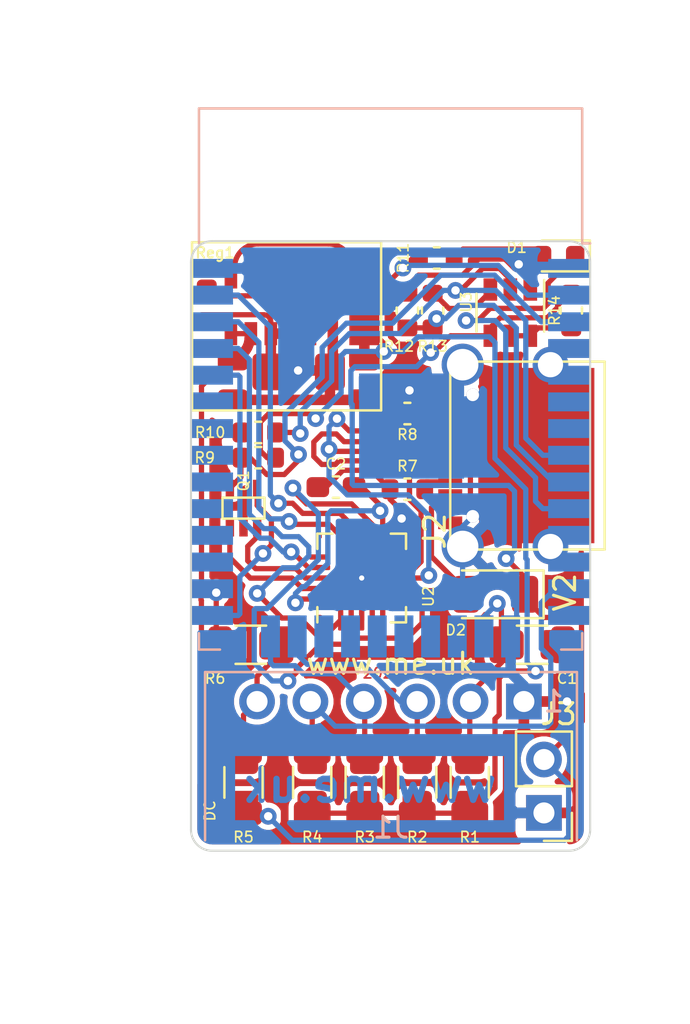
<source format=kicad_pcb>
(kicad_pcb (version 20171130) (host pcbnew "(5.1.9-0-10_14)")

  (general
    (thickness 1.6)
    (drawings 33)
    (tracks 513)
    (zones 0)
    (modules 26)
    (nets 50)
  )

  (page A4)
  (title_block
    (title "Generic ESP32 (battery)")
    (date 2021-05-22)
    (rev 12)
    (comment 1 www.me.uk)
    (comment 2 @TheRealRevK)
  )

  (layers
    (0 F.Cu signal)
    (31 B.Cu signal)
    (32 B.Adhes user hide)
    (33 F.Adhes user hide)
    (34 B.Paste user)
    (35 F.Paste user)
    (36 B.SilkS user hide)
    (37 F.SilkS user)
    (38 B.Mask user)
    (39 F.Mask user)
    (40 Dwgs.User user)
    (41 Cmts.User user)
    (42 Eco1.User user hide)
    (43 Eco2.User user hide)
    (44 Edge.Cuts user hide)
    (45 Margin user hide)
    (46 B.CrtYd user hide)
    (47 F.CrtYd user)
    (48 B.Fab user hide)
    (49 F.Fab user hide)
  )

  (setup
    (last_trace_width 0.25)
    (user_trace_width 0.5)
    (trace_clearance 0.2)
    (zone_clearance 0.25)
    (zone_45_only no)
    (trace_min 0.2)
    (via_size 0.8)
    (via_drill 0.4)
    (via_min_size 0.4)
    (via_min_drill 0.3)
    (uvia_size 0.3)
    (uvia_drill 0.1)
    (uvias_allowed no)
    (uvia_min_size 0.2)
    (uvia_min_drill 0.1)
    (edge_width 0.1)
    (segment_width 0.2)
    (pcb_text_width 0.3)
    (pcb_text_size 1.5 1.5)
    (mod_edge_width 0.15)
    (mod_text_size 1 1)
    (mod_text_width 0.15)
    (pad_size 1.425 1.75)
    (pad_drill 0)
    (pad_to_mask_clearance 0)
    (aux_axis_origin 0 0)
    (visible_elements FFFFFF7F)
    (pcbplotparams
      (layerselection 0x010fc_ffffffff)
      (usegerberextensions false)
      (usegerberattributes true)
      (usegerberadvancedattributes true)
      (creategerberjobfile true)
      (excludeedgelayer true)
      (linewidth 0.100000)
      (plotframeref false)
      (viasonmask false)
      (mode 1)
      (useauxorigin false)
      (hpglpennumber 1)
      (hpglpenspeed 20)
      (hpglpendiameter 15.000000)
      (psnegative false)
      (psa4output false)
      (plotreference true)
      (plotvalue true)
      (plotinvisibletext false)
      (padsonsilk false)
      (subtractmaskfromsilk false)
      (outputformat 1)
      (mirror false)
      (drillshape 0)
      (scaleselection 1)
      (outputdirectory ""))
  )

  (net 0 "")
  (net 1 D+)
  (net 2 GND)
  (net 3 D-)
  (net 4 +3V3)
  (net 5 VBUS)
  (net 6 IO5)
  (net 7 IO4)
  (net 8 IO3)
  (net 9 IO2)
  (net 10 IO1)
  (net 11 O)
  (net 12 I)
  (net 13 "Net-(U1-Pad32)")
  (net 14 "Net-(U1-Pad31)")
  (net 15 "Net-(U1-Pad30)")
  (net 16 "Net-(U1-Pad22)")
  (net 17 "Net-(U1-Pad21)")
  (net 18 "Net-(U1-Pad20)")
  (net 19 "Net-(U1-Pad19)")
  (net 20 "Net-(U1-Pad18)")
  (net 21 "Net-(U1-Pad17)")
  (net 22 EN)
  (net 23 "Net-(J2-PadA8)")
  (net 24 "Net-(J2-PadA5)")
  (net 25 "Net-(J2-PadB5)")
  (net 26 "Net-(J2-PadB8)")
  (net 27 "Net-(U1-Pad33)")
  (net 28 "Net-(U1-Pad7)")
  (net 29 "Net-(U1-Pad6)")
  (net 30 "Net-(J1-Pad6)")
  (net 31 "Net-(U1-Pad29)")
  (net 32 "Net-(U1-Pad28)")
  (net 33 GPIO0)
  (net 34 "Net-(U2-Pad16)")
  (net 35 "Net-(U2-Pad7)")
  (net 36 "Net-(U1-Pad14)")
  (net 37 "Net-(U1-Pad27)")
  (net 38 USB3.3)
  (net 39 "Net-(D1-Pad2)")
  (net 40 "Net-(D1-Pad1)")
  (net 41 DC)
  (net 42 "Net-(Q1-Pad5)")
  (net 43 "Net-(Q1-Pad4)")
  (net 44 "Net-(R12-Pad1)")
  (net 45 ADCON)
  (net 46 ADC)
  (net 47 "Net-(R14-Pad1)")
  (net 48 CHARGER)
  (net 49 USB)

  (net_class Default "This is the default net class."
    (clearance 0.2)
    (trace_width 0.25)
    (via_dia 0.8)
    (via_drill 0.4)
    (uvia_dia 0.3)
    (uvia_drill 0.1)
    (add_net +3V3)
    (add_net ADC)
    (add_net ADCON)
    (add_net CHARGER)
    (add_net D+)
    (add_net D-)
    (add_net DC)
    (add_net EN)
    (add_net GND)
    (add_net GPIO0)
    (add_net I)
    (add_net IO1)
    (add_net IO2)
    (add_net IO3)
    (add_net IO4)
    (add_net IO5)
    (add_net "Net-(D1-Pad1)")
    (add_net "Net-(D1-Pad2)")
    (add_net "Net-(J1-Pad6)")
    (add_net "Net-(J2-PadA5)")
    (add_net "Net-(J2-PadA8)")
    (add_net "Net-(J2-PadB5)")
    (add_net "Net-(J2-PadB8)")
    (add_net "Net-(Q1-Pad4)")
    (add_net "Net-(Q1-Pad5)")
    (add_net "Net-(R12-Pad1)")
    (add_net "Net-(R14-Pad1)")
    (add_net "Net-(U1-Pad14)")
    (add_net "Net-(U1-Pad17)")
    (add_net "Net-(U1-Pad18)")
    (add_net "Net-(U1-Pad19)")
    (add_net "Net-(U1-Pad20)")
    (add_net "Net-(U1-Pad21)")
    (add_net "Net-(U1-Pad22)")
    (add_net "Net-(U1-Pad27)")
    (add_net "Net-(U1-Pad28)")
    (add_net "Net-(U1-Pad29)")
    (add_net "Net-(U1-Pad30)")
    (add_net "Net-(U1-Pad31)")
    (add_net "Net-(U1-Pad32)")
    (add_net "Net-(U1-Pad33)")
    (add_net "Net-(U1-Pad6)")
    (add_net "Net-(U1-Pad7)")
    (add_net "Net-(U2-Pad16)")
    (add_net "Net-(U2-Pad7)")
    (add_net O)
    (add_net USB)
    (add_net USB3.3)
    (add_net VBUS)
  )

  (module RevK:RegulatorBlock (layer F.Cu) (tedit 60AA5E2E) (tstamp 60A7123E)
    (at 122 102.3)
    (descr "LMR16005 based regulator 3.3V/5V")
    (path /608EC192)
    (fp_text reference Reg1 (at -4.65 -3.15 180) (layer F.SilkS)
      (effects (font (size 0.5 0.5) (thickness 0.1)) (justify left))
    )
    (fp_text value Regulator (at -3.9 -3.15 180) (layer F.Fab)
      (effects (font (size 0.5 0.5) (thickness 0.1)))
    )
    (fp_line (start -0.05 1.4) (end -0.05 -2.6) (layer F.Fab) (width 0.12))
    (fp_line (start 3.95 1.4) (end -0.05 1.4) (layer F.Fab) (width 0.12))
    (fp_line (start 3.95 -2.6) (end 3.95 1.4) (layer F.Fab) (width 0.12))
    (fp_line (start -0.05 -2.6) (end 3.95 -2.6) (layer F.Fab) (width 0.12))
    (fp_line (start 1.975 1.72) (end -0.825 1.72) (layer F.Fab) (width 0.1))
    (fp_line (start -0.825 1.72) (end -1.225 2.12) (layer F.Fab) (width 0.1))
    (fp_line (start -1.225 2.12) (end -1.225 3.32) (layer F.Fab) (width 0.1))
    (fp_line (start -1.225 3.32) (end 1.975 3.32) (layer F.Fab) (width 0.1))
    (fp_line (start 1.975 3.32) (end 1.975 1.72) (layer F.Fab) (width 0.1))
    (fp_line (start -4.45 -1.45) (end -3.65 -1.45) (layer F.Fab) (width 0.1))
    (fp_line (start -3.65 0.15) (end -3.65 -1.45) (layer F.Fab) (width 0.1))
    (fp_line (start -3.65 0.15) (end -4.45 0.15) (layer F.Fab) (width 0.1))
    (fp_line (start -4.45 0.15) (end -4.45 -1.45) (layer F.Fab) (width 0.1))
    (fp_line (start -4.75 4.35) (end -4.75 -3.65) (layer F.SilkS) (width 0.12))
    (fp_line (start -4.75 -3.65) (end 4.25 -3.65) (layer F.SilkS) (width 0.12))
    (fp_line (start 4.25 -3.65) (end 4.25 4.35) (layer F.SilkS) (width 0.12))
    (fp_line (start 4.25 4.35) (end -4.75 4.35) (layer F.SilkS) (width 0.12))
    (fp_line (start -4.75 4.35) (end -4.75 -3.65) (layer F.Fab) (width 0.12))
    (fp_line (start -4.75 -3.65) (end 4.25 -3.65) (layer F.Fab) (width 0.12))
    (fp_line (start 4.25 -3.65) (end 4.25 4.35) (layer F.Fab) (width 0.12))
    (fp_line (start 4.25 4.35) (end -4.75 4.35) (layer F.Fab) (width 0.12))
    (fp_line (start -1.605 -3.57) (end 1.74 -3.57) (layer F.Cu) (width 0.25))
    (fp_line (start 2.825 1.9) (end 4.075 1.9) (layer F.Fab) (width 0.1))
    (fp_line (start 4.075 1.9) (end 4.075 3.9) (layer F.Fab) (width 0.1))
    (fp_line (start 4.075 3.9) (end 2.825 3.9) (layer F.Fab) (width 0.1))
    (fp_line (start 2.825 3.9) (end 2.825 1.9) (layer F.Fab) (width 0.1))
    (fp_line (start -3.5 -1.55) (end -0.4 -1.55) (layer F.Fab) (width 0.1))
    (fp_line (start -0.4 -1.55) (end -0.4 0.25) (layer F.Fab) (width 0.1))
    (fp_line (start -2.85 0.25) (end -0.4 0.25) (layer F.Fab) (width 0.1))
    (fp_line (start -3.5 -1.55) (end -3.5 -0.4) (layer F.Fab) (width 0.1))
    (fp_line (start -2.85 0.25) (end -3.5 -0.4) (layer F.Fab) (width 0.1))
    (fp_line (start -0.825 1.72) (end -0.825 3.32) (layer F.Fab) (width 0.1))
    (fp_line (start -2.175 3.95) (end -3.425 3.95) (layer F.Fab) (width 0.1))
    (fp_line (start -3.425 3.95) (end -3.425 1.95) (layer F.Fab) (width 0.1))
    (fp_line (start -3.425 1.95) (end -2.175 1.95) (layer F.Fab) (width 0.1))
    (fp_line (start -2.175 1.95) (end -2.175 3.95) (layer F.Fab) (width 0.1))
    (fp_line (start -3.95 -1.1) (end -1.35 -1.1) (layer F.Cu) (width 0.25))
    (fp_line (start -3.85 -0.2) (end -1.35 -0.2) (layer F.Cu) (width 0.25))
    (fp_line (start -1 0.7) (end 0.5 0.7) (layer F.Cu) (width 0.5))
    (fp_line (start -1 1.9) (end -1 0.7) (layer F.Cu) (width 0.5))
    (fp_line (start -4.55 -1.9) (end -3.4 -1.9) (layer F.CrtYd) (width 0.12))
    (fp_line (start -3.4 -1.9) (end -3.4 -2.6) (layer F.CrtYd) (width 0.12))
    (fp_line (start -3.4 -2.6) (end 4.25 -2.6) (layer F.CrtYd) (width 0.12))
    (fp_line (start 4.25 -2.6) (end 4.25 4.35) (layer F.CrtYd) (width 0.12))
    (fp_line (start 4.25 4.35) (end -3.55 4.35) (layer F.CrtYd) (width 0.12))
    (fp_line (start -3.55 4.35) (end -3.55 0.6) (layer F.CrtYd) (width 0.12))
    (fp_line (start -3.55 0.6) (end -4.55 0.6) (layer F.CrtYd) (width 0.12))
    (fp_line (start -4.55 0.6) (end -4.55 -1.9) (layer F.CrtYd) (width 0.12))
    (fp_arc (start -1.605 -2.45) (end -1.605 -3.57) (angle -90) (layer F.Cu) (width 0.25))
    (fp_arc (start -1.35 0.15) (end -1 0.15) (angle -90) (layer F.Cu) (width 0.25))
    (fp_arc (start -1.35 -1.45) (end -1.35 -1.1) (angle -90) (layer F.Cu) (width 0.25))
    (fp_arc (start 1.74 -2.45) (end 2.86 -2.45) (angle -90) (layer F.Cu) (width 0.25))
    (fp_text user 2.2uF (at -3.05 2.95 90) (layer F.Fab)
      (effects (font (size 0.3 0.3) (thickness 0.05)))
    )
    (fp_text user %R (at -4.65 -3.15 180) (layer F.Fab)
      (effects (font (size 0.5 0.5) (thickness 0.1)) (justify left))
    )
    (fp_text user 16006Y (at -0.45 -1.1 180 unlocked) (layer F.Fab)
      (effects (font (size 0.5 0.5) (thickness 0.1)) (justify left))
    )
    (fp_text user 6.8uH (at 2 -0.65) (layer F.Fab)
      (effects (font (size 0.5 0.5) (thickness 0.1)))
    )
    (fp_text user LMR (at -0.45 -0.3 180 unlocked) (layer F.Fab)
      (effects (font (size 0.5 0.5) (thickness 0.1)) (justify left))
    )
    (fp_text user Diode (at 0.375 2.52) (layer F.Fab)
      (effects (font (size 0.5 0.5) (thickness 0.1)))
    )
    (fp_text user 10uF (at 3.45 2.9 270) (layer F.Fab)
      (effects (font (size 0.3 0.3) (thickness 0.05)))
    )
    (fp_text user 0.1uF (at -4.05 -0.65 270) (layer F.Fab)
      (effects (font (size 0.3 0.3) (thickness 0.05)))
    )
    (pad ~ smd roundrect (at 3.45 0.55) (size 1.2 1) (layers F.Paste) (roundrect_rratio 0.25))
    (pad ~ smd roundrect (at 3.45 -0.6) (size 1.2 1) (layers F.Paste) (roundrect_rratio 0.25))
    (pad ~ smd roundrect (at 3.45 -1.75) (size 1.2 1) (layers F.Paste) (roundrect_rratio 0.25))
    (pad ~ smd roundrect (at 0.45 -0.6) (size 1.2 1) (layers F.Paste) (roundrect_rratio 0.25))
    (pad ~ smd roundrect (at 0.45 0.55) (size 1.2 1) (layers F.Paste) (roundrect_rratio 0.25))
    (pad ~ smd roundrect (at 0.45 -1.75) (size 1.2 1) (layers F.Paste) (roundrect_rratio 0.25))
    (pad 2 smd custom (at -3.01 1.9) (size 0.1 0.1) (layers F.Cu)
      (net 41 DC) (zone_connect 0)
      (options (clearance outline) (anchor rect))
      (primitives
        (gr_arc (start 0 -1) (end 1 -1) (angle 90) (width 0.5))
      ))
    (pad 3 smd custom (at -3.05 3.85) (size 0.1 0.1) (layers F.Cu)
      (net 2 GND) (clearance 0.2) (zone_connect 0)
      (options (clearance outline) (anchor rect))
      (primitives
        (gr_line (start 0 0) (end 6.6 0) (width 0.5))
        (gr_line (start 4.8625 0) (end 4.8625 -1.6) (width 0.5))
        (gr_line (start 5 -1.6) (end 5 -6.4) (width 0.5))
        (gr_arc (start 4.55 -6.4) (end 5 -6.4) (angle -90) (width 0.5))
        (gr_line (start 4.55 -6.85) (end 1.55 -6.85) (width 0.5))
        (gr_arc (start 1.55 -6.4) (end 1.55 -6.85) (angle -90) (width 0.5))
        (gr_line (start 1.1 -6.4) (end 1.1 -5.9) (width 0.5))
      ))
    (pad 4 smd rect (at 3.45 0.15) (size 0.5 4) (layers F.Cu)
      (net 4 +3V3) (zone_connect 0))
    (pad ~ smd rect (at -1 -2 90) (size 1.1 0.6) (layers F.Cu F.Paste F.Mask)
      (clearance 0.2))
    (pad ~ smd rect (at -2.9 -2 90) (size 1.1 0.6) (layers F.Cu F.Paste F.Mask)
      (clearance 0.2))
    (pad 3 smd rect (at -1.95 -2 90) (size 1.1 0.6) (layers F.Cu F.Paste F.Mask)
      (net 2 GND) (clearance 0.2))
    (pad 1 smd rect (at -2.9 0.7 90) (size 1.1 0.6) (layers F.Cu F.Paste F.Mask)
      (net 41 DC) (clearance 0.2))
    (pad 2 smd rect (at -1.95 0.7 90) (size 1.1 0.6) (layers F.Cu F.Paste F.Mask)
      (net 41 DC) (clearance 0.2) (zone_connect 0))
    (pad ~ smd rect (at -1 0.7 90) (size 1.1 0.6) (layers F.Cu F.Paste F.Mask)
      (clearance 0.2))
    (pad 4 smd roundrect (at 3.45 1.95 270) (size 1 1.45) (layers F.Cu F.Paste F.Mask) (roundrect_rratio 0.25)
      (net 4 +3V3) (clearance 0.2) (zone_connect 0))
    (pad 3 smd roundrect (at 3.45 3.85 270) (size 1 1.45) (layers F.Cu F.Paste F.Mask) (roundrect_rratio 0.25)
      (net 2 GND) (zone_connect 0))
    (pad 3 smd roundrect (at -2.8 3.85 270) (size 1 1.45) (layers F.Cu F.Paste F.Mask) (roundrect_rratio 0.25)
      (net 2 GND) (zone_connect 0))
    (pad 2 smd roundrect (at -2.8 1.95 270) (size 1 1.45) (layers F.Cu F.Paste F.Mask) (roundrect_rratio 0.25)
      (net 41 DC) (clearance 0.2))
    (pad ~ smd roundrect (at -4.05 -1.425 90) (size 0.9 0.95) (layers F.Cu F.Paste F.Mask) (roundrect_rratio 0.25))
    (pad ~ smd roundrect (at -4.05 0.125 90) (size 0.9 0.95) (layers F.Cu F.Paste F.Mask) (roundrect_rratio 0.25))
    (pad ~ smd roundrect (at -1.1625 2.52) (size 1.425 1.75) (layers F.Cu F.Paste F.Mask) (roundrect_rratio 0.175)
      (clearance 0.2))
    (pad 3 smd roundrect (at 1.8125 2.52) (size 1.425 1.75) (layers F.Cu F.Paste F.Mask) (roundrect_rratio 0.175)
      (net 2 GND) (clearance 0.2) (zone_connect 0))
    (pad 4 smd rect (at 3.45 -0.6 90) (size 3.7 1.425) (layers F.Cu F.Mask)
      (net 4 +3V3) (zone_connect 0))
    (pad ~ smd rect (at 0.45 -0.6 90) (size 3.7 1.425) (layers F.Cu F.Mask)
      (clearance 0.2))
    (model ${KISYS3DMOD}/Package_TO_SOT_SMD.3dshapes/SOT-23-6.wrl
      (offset (xyz -1.95 0.65 0))
      (scale (xyz 1 1 1))
      (rotate (xyz 0 0 90))
    )
    (model ${KISYS3DMOD}/Capacitor_SMD.3dshapes/C_0603_1608Metric.wrl
      (offset (xyz -4.05 0.6 0))
      (scale (xyz 1 1 1))
      (rotate (xyz 0 0 90))
    )
    (model ${KISYS3DMOD}/Capacitor_SMD.3dshapes/C_0805_2012Metric.wrl
      (offset (xyz -2.8 -2.9 0))
      (scale (xyz 1 1 1))
      (rotate (xyz 0 0 90))
    )
    (model ${KISYS3DMOD}/Capacitor_SMD.3dshapes/C_0805_2012Metric.wrl
      (offset (xyz 3.45 -2.9 0))
      (scale (xyz 1 1 1))
      (rotate (xyz 0 0 90))
    )
    (model /Users/adrian/Documents/KiCad/3D/TYA4020.wrl
      (offset (xyz 1.95 0.6 0))
      (scale (xyz 1 1 1))
      (rotate (xyz 0 0 90))
    )
    (model ${KISYS3DMOD}/Diode_SMD.3dshapes/D_1206_3216Metric.wrl
      (offset (xyz 0.275 -2.5 0))
      (scale (xyz 1 1 1))
      (rotate (xyz 0 0 0))
    )
  )

  (module Package_TO_SOT_SMD:SOT-23-6 (layer F.Cu) (tedit 5A02FF57) (tstamp 60A94AF8)
    (at 132.4 102 270)
    (descr "6-pin SOT-23 package")
    (tags SOT-23-6)
    (path /60A96FBC)
    (attr smd)
    (fp_text reference U3 (at -0.5 2.1 90) (layer F.SilkS)
      (effects (font (size 0.5 0.5) (thickness 0.08)))
    )
    (fp_text value NX6020CAKS (at 0 2.9 90) (layer F.Fab)
      (effects (font (size 1 1) (thickness 0.15)))
    )
    (fp_line (start -0.9 1.61) (end 0.9 1.61) (layer F.SilkS) (width 0.12))
    (fp_line (start 0.9 -1.61) (end -1.55 -1.61) (layer F.SilkS) (width 0.12))
    (fp_line (start 1.9 -1.8) (end -1.9 -1.8) (layer F.CrtYd) (width 0.05))
    (fp_line (start 1.9 1.8) (end 1.9 -1.8) (layer F.CrtYd) (width 0.05))
    (fp_line (start -1.9 1.8) (end 1.9 1.8) (layer F.CrtYd) (width 0.05))
    (fp_line (start -1.9 -1.8) (end -1.9 1.8) (layer F.CrtYd) (width 0.05))
    (fp_line (start -0.9 -0.9) (end -0.25 -1.55) (layer F.Fab) (width 0.1))
    (fp_line (start 0.9 -1.55) (end -0.25 -1.55) (layer F.Fab) (width 0.1))
    (fp_line (start -0.9 -0.9) (end -0.9 1.55) (layer F.Fab) (width 0.1))
    (fp_line (start 0.9 1.55) (end -0.9 1.55) (layer F.Fab) (width 0.1))
    (fp_line (start 0.9 -1.55) (end 0.9 1.55) (layer F.Fab) (width 0.1))
    (fp_text user %R (at 0 0) (layer F.Fab)
      (effects (font (size 0.5 0.5) (thickness 0.075)))
    )
    (pad 5 smd rect (at 1.1 0 270) (size 1.06 0.65) (layers F.Cu F.Paste F.Mask)
      (net 47 "Net-(R14-Pad1)"))
    (pad 6 smd rect (at 1.1 -0.95 270) (size 1.06 0.65) (layers F.Cu F.Paste F.Mask)
      (net 47 "Net-(R14-Pad1)"))
    (pad 4 smd rect (at 1.1 0.95 270) (size 1.06 0.65) (layers F.Cu F.Paste F.Mask)
      (net 41 DC))
    (pad 3 smd rect (at -1.1 0.95 270) (size 1.06 0.65) (layers F.Cu F.Paste F.Mask)
      (net 44 "Net-(R12-Pad1)"))
    (pad 2 smd rect (at -1.1 0 270) (size 1.06 0.65) (layers F.Cu F.Paste F.Mask)
      (net 45 ADCON))
    (pad 1 smd rect (at -1.1 -0.95 270) (size 1.06 0.65) (layers F.Cu F.Paste F.Mask)
      (net 2 GND))
    (model ${KISYS3DMOD}/Package_TO_SOT_SMD.3dshapes/SOT-23-6.wrl
      (at (xyz 0 0 0))
      (scale (xyz 1 1 1))
      (rotate (xyz 0 0 0))
    )
  )

  (module RevK:R_0603 (layer F.Cu) (tedit 60995554) (tstamp 60A93B47)
    (at 135.3 101.9 90)
    (descr "Capacitor SMD 0603 (1608 Metric), square (rectangular) end terminal, IPC_7351 nominal, (Body size source: IPC-SM-782 page 76, https://www.pcb-3d.com/wordpress/wp-content/uploads/ipc-sm-782a_amendment_1_and_2.pdf), generated with kicad-footprint-generator")
    (tags capacitor)
    (path /60AB0248)
    (attr smd)
    (fp_text reference R14 (at 0 -0.8 90) (layer F.SilkS)
      (effects (font (size 0.5 0.5) (thickness 0.08)))
    )
    (fp_text value 10K (at 0 0 90) (layer F.Fab)
      (effects (font (size 0.4 0.4) (thickness 0.08)))
    )
    (fp_line (start -0.8 0.4) (end -0.8 -0.4) (layer F.Fab) (width 0.1))
    (fp_line (start -0.8 -0.4) (end 0.8 -0.4) (layer F.Fab) (width 0.1))
    (fp_line (start 0.8 -0.4) (end 0.8 0.4) (layer F.Fab) (width 0.1))
    (fp_line (start 0.8 0.4) (end -0.8 0.4) (layer F.Fab) (width 0.1))
    (fp_line (start -0.14058 -0.51) (end 0.14058 -0.51) (layer F.SilkS) (width 0.12))
    (fp_line (start -0.14058 0.51) (end 0.14058 0.51) (layer F.SilkS) (width 0.12))
    (fp_line (start -0.8 0.4) (end -0.8 -0.4) (layer F.CrtYd) (width 0.05))
    (fp_line (start -0.8 -0.4) (end 0.8 -0.4) (layer F.CrtYd) (width 0.05))
    (fp_line (start 0.8 -0.4) (end 0.8 0.4) (layer F.CrtYd) (width 0.05))
    (fp_line (start 0.8 0.4) (end -0.8 0.4) (layer F.CrtYd) (width 0.05))
    (fp_text user %R (at 0 -0.8 90) (layer F.Fab)
      (effects (font (size 0.4 0.4) (thickness 0.06)))
    )
    (pad 2 smd roundrect (at 0.825 0 90) (size 0.8 0.95) (layers F.Cu F.Paste F.Mask) (roundrect_rratio 0.25)
      (net 41 DC))
    (pad 1 smd roundrect (at -0.825 0 90) (size 0.8 0.95) (layers F.Cu F.Paste F.Mask) (roundrect_rratio 0.25)
      (net 47 "Net-(R14-Pad1)"))
    (model ${KISYS3DMOD}/Resistor_SMD.3dshapes/R_0603_1608Metric.wrl
      (at (xyz 0 0 0))
      (scale (xyz 1 1 1))
      (rotate (xyz 0 0 0))
    )
  )

  (module RevK:ESP32-WROOM-32 (layer B.Cu) (tedit 60A60EEC) (tstamp 6082E010)
    (at 126.7 108.15 180)
    (descr "Single 2.4 GHz Wi-Fi and Bluetooth combo chip https://www.espressif.com/sites/default/files/documentation/esp32-wroom-32_datasheet_en.pdf")
    (tags "Single 2.4 GHz Wi-Fi and Bluetooth combo  chip")
    (path /6043326C)
    (attr smd)
    (fp_text reference U1 (at 4.3 6.65 270) (layer B.SilkS) hide
      (effects (font (size 1 1) (thickness 0.15)) (justify mirror))
    )
    (fp_text value ESP32-WROOM-32 (at 0 -11.5) (layer B.Fab)
      (effects (font (size 1 1) (thickness 0.15)) (justify mirror))
    )
    (fp_line (start -14 9.97) (end -14 20.75) (layer Dwgs.User) (width 0.1))
    (fp_line (start 9 -9.76) (end 9 15.745) (layer B.Fab) (width 0.1))
    (fp_line (start -9 -9.76) (end 9 -9.76) (layer B.Fab) (width 0.1))
    (fp_line (start -9 15.745) (end -9 10.02) (layer B.Fab) (width 0.1))
    (fp_line (start -9 15.745) (end 9 15.745) (layer B.Fab) (width 0.1))
    (fp_line (start -9.75 -10.5) (end -9.75 9.72) (layer B.CrtYd) (width 0.05))
    (fp_line (start -9.75 -10.5) (end 9.75 -10.5) (layer B.CrtYd) (width 0.05))
    (fp_line (start 9.75 9.72) (end 9.75 -10.5) (layer B.CrtYd) (width 0.05))
    (fp_line (start -14.25 21) (end 14.25 21) (layer B.CrtYd) (width 0.05))
    (fp_line (start -9 9.02) (end -9 -9.76) (layer B.Fab) (width 0.1))
    (fp_line (start -8.5 9.52) (end -9 10.02) (layer B.Fab) (width 0.1))
    (fp_line (start -9 9.02) (end -8.5 9.52) (layer B.Fab) (width 0.1))
    (fp_line (start 14 9.97) (end -14 9.97) (layer Dwgs.User) (width 0.1))
    (fp_line (start 14 9.97) (end 14 20.75) (layer Dwgs.User) (width 0.1))
    (fp_line (start 14 20.75) (end -14 20.75) (layer Dwgs.User) (width 0.1))
    (fp_line (start -14.25 21) (end -14.25 9.72) (layer B.CrtYd) (width 0.05))
    (fp_line (start 14.25 21) (end 14.25 9.72) (layer B.CrtYd) (width 0.05))
    (fp_line (start -14.25 9.72) (end -9.75 9.72) (layer B.CrtYd) (width 0.05))
    (fp_line (start 9.75 9.72) (end 14.25 9.72) (layer B.CrtYd) (width 0.05))
    (fp_line (start -12.525 20.75) (end -14 19.66) (layer Dwgs.User) (width 0.1))
    (fp_line (start -10.525 20.75) (end -14 18.045) (layer Dwgs.User) (width 0.1))
    (fp_line (start -8.525 20.75) (end -14 16.43) (layer Dwgs.User) (width 0.1))
    (fp_line (start -6.525 20.75) (end -14 14.815) (layer Dwgs.User) (width 0.1))
    (fp_line (start -4.525 20.75) (end -14 13.2) (layer Dwgs.User) (width 0.1))
    (fp_line (start -2.525 20.75) (end -14 11.585) (layer Dwgs.User) (width 0.1))
    (fp_line (start -0.525 20.75) (end -14 9.97) (layer Dwgs.User) (width 0.1))
    (fp_line (start 1.475 20.75) (end -12 9.97) (layer Dwgs.User) (width 0.1))
    (fp_line (start 3.475 20.75) (end -10 9.97) (layer Dwgs.User) (width 0.1))
    (fp_line (start -8 9.97) (end 5.475 20.75) (layer Dwgs.User) (width 0.1))
    (fp_line (start 7.475 20.75) (end -6 9.97) (layer Dwgs.User) (width 0.1))
    (fp_line (start 9.475 20.75) (end -4 9.97) (layer Dwgs.User) (width 0.1))
    (fp_line (start 11.475 20.75) (end -2 9.97) (layer Dwgs.User) (width 0.1))
    (fp_line (start 13.475 20.75) (end 0 9.97) (layer Dwgs.User) (width 0.1))
    (fp_line (start 14 19.66) (end 2 9.97) (layer Dwgs.User) (width 0.1))
    (fp_line (start 14 18.045) (end 4 9.97) (layer Dwgs.User) (width 0.1))
    (fp_line (start 14 16.43) (end 6 9.97) (layer Dwgs.User) (width 0.1))
    (fp_line (start 14 14.815) (end 8 9.97) (layer Dwgs.User) (width 0.1))
    (fp_line (start 14 13.2) (end 10 9.97) (layer Dwgs.User) (width 0.1))
    (fp_line (start 14 11.585) (end 12 9.97) (layer Dwgs.User) (width 0.1))
    (fp_line (start 9.2 13.875) (end 13.8 13.875) (layer Cmts.User) (width 0.1))
    (fp_line (start 13.8 13.875) (end 13.6 14.075) (layer Cmts.User) (width 0.1))
    (fp_line (start 13.8 13.875) (end 13.6 13.675) (layer Cmts.User) (width 0.1))
    (fp_line (start 9.2 13.875) (end 9.4 14.075) (layer Cmts.User) (width 0.1))
    (fp_line (start 9.2 13.875) (end 9.4 13.675) (layer Cmts.User) (width 0.1))
    (fp_line (start -13.8 13.875) (end -13.6 14.075) (layer Cmts.User) (width 0.1))
    (fp_line (start -13.8 13.875) (end -13.6 13.675) (layer Cmts.User) (width 0.1))
    (fp_line (start -9.2 13.875) (end -9.4 13.675) (layer Cmts.User) (width 0.1))
    (fp_line (start -13.8 13.875) (end -9.2 13.875) (layer Cmts.User) (width 0.1))
    (fp_line (start -9.2 13.875) (end -9.4 14.075) (layer Cmts.User) (width 0.1))
    (fp_line (start 8.4 16) (end 8.2 16.2) (layer Cmts.User) (width 0.1))
    (fp_line (start 8.4 16) (end 8.6 16.2) (layer Cmts.User) (width 0.1))
    (fp_line (start 8.4 20.6) (end 8.6 20.4) (layer Cmts.User) (width 0.1))
    (fp_line (start 8.4 16) (end 8.4 20.6) (layer Cmts.User) (width 0.1))
    (fp_line (start 8.4 20.6) (end 8.2 20.4) (layer Cmts.User) (width 0.1))
    (fp_line (start -9.12 -9.1) (end -9.12 -9.88) (layer B.SilkS) (width 0.12))
    (fp_line (start -9.12 -9.88) (end -8.12 -9.88) (layer B.SilkS) (width 0.12))
    (fp_line (start 9.12 -9.1) (end 9.12 -9.88) (layer B.SilkS) (width 0.12))
    (fp_line (start 9.12 -9.88) (end 8.12 -9.88) (layer B.SilkS) (width 0.12))
    (fp_line (start -9.12 15.865) (end 9.12 15.865) (layer B.SilkS) (width 0.12))
    (fp_line (start 9.12 15.865) (end 9.12 9.445) (layer B.SilkS) (width 0.12))
    (fp_line (start -9.12 15.865) (end -9.12 9.445) (layer B.SilkS) (width 0.12))
    (fp_line (start -9.12 9.445) (end -9.5 9.445) (layer B.SilkS) (width 0.12))
    (fp_text user "5 mm" (at 7.8 19.075 270) (layer Cmts.User)
      (effects (font (size 0.5 0.5) (thickness 0.1)))
    )
    (fp_text user "5 mm" (at -11.2 14.375) (layer Cmts.User)
      (effects (font (size 0.5 0.5) (thickness 0.1)))
    )
    (fp_text user "5 mm" (at 11.8 14.375) (layer Cmts.User)
      (effects (font (size 0.5 0.5) (thickness 0.1)))
    )
    (fp_text user Antenna (at 0 13) (layer Cmts.User)
      (effects (font (size 1 1) (thickness 0.15)))
    )
    (fp_text user "KEEP-OUT ZONE" (at 0 19) (layer Cmts.User)
      (effects (font (size 1 1) (thickness 0.15)))
    )
    (fp_text user %R (at 0 0) (layer B.Fab)
      (effects (font (size 1 1) (thickness 0.15)) (justify mirror))
    )
    (pad "" smd roundrect (at -1.585 2.485 180) (size 0.93 0.93) (layers B.Paste) (roundrect_rratio 0.25))
    (pad "" smd roundrect (at -2.735 -0.965 180) (size 0.93 0.93) (layers B.Paste) (roundrect_rratio 0.25))
    (pad "" smd roundrect (at -2.735 0.185 180) (size 0.93 0.93) (layers B.Paste) (roundrect_rratio 0.25))
    (pad "" smd roundrect (at -2.735 1.335 180) (size 0.93 0.93) (layers B.Paste) (roundrect_rratio 0.25))
    (pad "" smd roundrect (at -2.735 2.485 180) (size 0.93 0.93) (layers B.Paste) (roundrect_rratio 0.25))
    (pad "" smd roundrect (at 0.715 -0.965 180) (size 0.93 0.93) (layers B.Paste) (roundrect_rratio 0.25))
    (pad "" smd roundrect (at 0.715 0.185 180) (size 0.93 0.93) (layers B.Paste) (roundrect_rratio 0.25))
    (pad "" smd roundrect (at 0.715 1.335 180) (size 0.93 0.93) (layers B.Paste) (roundrect_rratio 0.25))
    (pad "" smd roundrect (at 0.715 2.485 180) (size 0.93 0.93) (layers B.Paste) (roundrect_rratio 0.25))
    (pad "" smd roundrect (at -0.435 -0.965 180) (size 0.93 0.93) (layers B.Paste) (roundrect_rratio 0.25))
    (pad "" smd roundrect (at -0.435 0.185 180) (size 0.93 0.93) (layers B.Paste) (roundrect_rratio 0.25))
    (pad "" smd roundrect (at -0.435 1.335 180) (size 0.93 0.93) (layers B.Paste) (roundrect_rratio 0.25))
    (pad "" smd roundrect (at -0.435 2.485 180) (size 0.93 0.93) (layers B.Paste) (roundrect_rratio 0.25))
    (pad "" smd roundrect (at -1.585 -0.965 180) (size 0.93 0.93) (layers B.Paste) (roundrect_rratio 0.25))
    (pad "" smd roundrect (at -1.585 0.185 180) (size 0.93 0.93) (layers B.Paste) (roundrect_rratio 0.25))
    (pad "" smd roundrect (at -1.585 1.335 180) (size 0.93 0.93) (layers B.Paste) (roundrect_rratio 0.25))
    (pad 38 smd rect (at 8.5 8.255 180) (size 2 0.9) (layers B.Cu B.Paste B.Mask)
      (net 2 GND))
    (pad 37 smd rect (at 8.5 6.985 180) (size 2 0.9) (layers B.Cu B.Paste B.Mask)
      (net 48 CHARGER))
    (pad 36 smd rect (at 8.5 5.715 180) (size 2 0.9) (layers B.Cu B.Paste B.Mask)
      (net 49 USB))
    (pad 35 smd rect (at 8.5 4.445 180) (size 2 0.9) (layers B.Cu B.Paste B.Mask)
      (net 11 O))
    (pad 34 smd rect (at 8.5 3.175 180) (size 2 0.9) (layers B.Cu B.Paste B.Mask)
      (net 12 I))
    (pad 33 smd rect (at 8.5 1.905 180) (size 2 0.9) (layers B.Cu B.Paste B.Mask)
      (net 27 "Net-(U1-Pad33)"))
    (pad 32 smd rect (at 8.5 0.635 180) (size 2 0.9) (layers B.Cu B.Paste B.Mask)
      (net 13 "Net-(U1-Pad32)"))
    (pad 31 smd rect (at 8.5 -0.635 180) (size 2 0.9) (layers B.Cu B.Paste B.Mask)
      (net 14 "Net-(U1-Pad31)"))
    (pad 30 smd rect (at 8.5 -1.905 180) (size 2 0.9) (layers B.Cu B.Paste B.Mask)
      (net 15 "Net-(U1-Pad30)"))
    (pad 29 smd rect (at 8.5 -3.175 180) (size 2 0.9) (layers B.Cu B.Paste B.Mask)
      (net 31 "Net-(U1-Pad29)"))
    (pad 28 smd rect (at 8.5 -4.445 180) (size 2 0.9) (layers B.Cu B.Paste B.Mask)
      (net 32 "Net-(U1-Pad28)"))
    (pad 27 smd rect (at 8.5 -5.715 180) (size 2 0.9) (layers B.Cu B.Paste B.Mask)
      (net 37 "Net-(U1-Pad27)"))
    (pad 26 smd rect (at 8.5 -6.985 180) (size 2 0.9) (layers B.Cu B.Paste B.Mask)
      (net 6 IO5))
    (pad 25 smd rect (at 8.5 -8.255 180) (size 2 0.9) (layers B.Cu B.Paste B.Mask)
      (net 43 "Net-(Q1-Pad4)"))
    (pad 24 smd rect (at 5.715 -9.255 90) (size 2 0.9) (layers B.Cu B.Paste B.Mask)
      (net 8 IO3))
    (pad 23 smd rect (at 4.445 -9.255 90) (size 2 0.9) (layers B.Cu B.Paste B.Mask)
      (net 9 IO2))
    (pad 22 smd rect (at 3.175 -9.255 90) (size 2 0.9) (layers B.Cu B.Paste B.Mask)
      (net 16 "Net-(U1-Pad22)"))
    (pad 21 smd rect (at 1.905 -9.255 90) (size 2 0.9) (layers B.Cu B.Paste B.Mask)
      (net 17 "Net-(U1-Pad21)"))
    (pad 20 smd rect (at 0.635 -9.255 90) (size 2 0.9) (layers B.Cu B.Paste B.Mask)
      (net 18 "Net-(U1-Pad20)"))
    (pad 19 smd rect (at -0.635 -9.255 90) (size 2 0.9) (layers B.Cu B.Paste B.Mask)
      (net 19 "Net-(U1-Pad19)"))
    (pad 18 smd rect (at -1.905 -9.255 90) (size 2 0.9) (layers B.Cu B.Paste B.Mask)
      (net 20 "Net-(U1-Pad18)"))
    (pad 17 smd rect (at -3.175 -9.255 90) (size 2 0.9) (layers B.Cu B.Paste B.Mask)
      (net 21 "Net-(U1-Pad17)"))
    (pad 16 smd rect (at -4.445 -9.255 90) (size 2 0.9) (layers B.Cu B.Paste B.Mask)
      (net 10 IO1))
    (pad 15 smd rect (at -5.715 -9.255 90) (size 2 0.9) (layers B.Cu B.Paste B.Mask)
      (net 2 GND))
    (pad 14 smd rect (at -8.5 -8.255 180) (size 2 0.9) (layers B.Cu B.Paste B.Mask)
      (net 36 "Net-(U1-Pad14)"))
    (pad 13 smd rect (at -8.5 -6.985 180) (size 2 0.9) (layers B.Cu B.Paste B.Mask)
      (net 7 IO4))
    (pad 12 smd rect (at -8.5 -5.715 180) (size 2 0.9) (layers B.Cu B.Paste B.Mask)
      (net 2 GND))
    (pad 11 smd rect (at -8.5 -4.445 180) (size 2 0.9) (layers B.Cu B.Paste B.Mask)
      (net 2 GND))
    (pad 10 smd rect (at -8.5 -3.175 180) (size 2 0.9) (layers B.Cu B.Paste B.Mask)
      (net 40 "Net-(D1-Pad1)"))
    (pad 9 smd rect (at -8.5 -1.905 180) (size 2 0.9) (layers B.Cu B.Paste B.Mask)
      (net 46 ADC))
    (pad 8 smd rect (at -8.5 -0.635 180) (size 2 0.9) (layers B.Cu B.Paste B.Mask)
      (net 45 ADCON))
    (pad 7 smd rect (at -8.5 0.635 180) (size 2 0.9) (layers B.Cu B.Paste B.Mask)
      (net 28 "Net-(U1-Pad7)"))
    (pad 6 smd rect (at -8.5 1.905 180) (size 2 0.9) (layers B.Cu B.Paste B.Mask)
      (net 29 "Net-(U1-Pad6)"))
    (pad 5 smd rect (at -8.5 3.175 180) (size 2 0.9) (layers B.Cu B.Paste B.Mask)
      (net 2 GND))
    (pad 4 smd rect (at -8.5 4.445 180) (size 2 0.9) (layers B.Cu B.Paste B.Mask)
      (net 2 GND))
    (pad 3 smd rect (at -8.5 5.715 180) (size 2 0.9) (layers B.Cu B.Paste B.Mask)
      (net 42 "Net-(Q1-Pad5)"))
    (pad 2 smd rect (at -8.5 6.985 180) (size 2 0.9) (layers B.Cu B.Paste B.Mask)
      (net 4 +3V3))
    (pad 1 smd rect (at -8.5 8.255 180) (size 2 0.9) (layers B.Cu B.Paste B.Mask)
      (net 2 GND))
    (pad 39 smd rect (at -1 0.755 180) (size 5 5) (layers B.Cu B.Mask)
      (net 2 GND) (zone_connect 2))
    (model ${KISYS3DMOD}/RF_Module.3dshapes/ESP32-WROOM-32.wrl
      (at (xyz 0 0 0))
      (scale (xyz 1 1 1))
      (rotate (xyz 0 0 0))
    )
  )

  (module RevK:R_0603 (layer F.Cu) (tedit 60995554) (tstamp 60A922AF)
    (at 120.4 107.7)
    (descr "Capacitor SMD 0603 (1608 Metric), square (rectangular) end terminal, IPC_7351 nominal, (Body size source: IPC-SM-782 page 76, https://www.pcb-3d.com/wordpress/wp-content/uploads/ipc-sm-782a_amendment_1_and_2.pdf), generated with kicad-footprint-generator")
    (tags capacitor)
    (path /60A9502C)
    (attr smd)
    (fp_text reference R10 (at -2.29 0 180) (layer F.SilkS)
      (effects (font (size 0.5 0.5) (thickness 0.08)))
    )
    (fp_text value 10K (at 0 0) (layer F.Fab)
      (effects (font (size 0.4 0.4) (thickness 0.08)))
    )
    (fp_line (start -0.8 0.4) (end -0.8 -0.4) (layer F.Fab) (width 0.1))
    (fp_line (start -0.8 -0.4) (end 0.8 -0.4) (layer F.Fab) (width 0.1))
    (fp_line (start 0.8 -0.4) (end 0.8 0.4) (layer F.Fab) (width 0.1))
    (fp_line (start 0.8 0.4) (end -0.8 0.4) (layer F.Fab) (width 0.1))
    (fp_line (start -0.14058 -0.51) (end 0.14058 -0.51) (layer F.SilkS) (width 0.12))
    (fp_line (start -0.14058 0.51) (end 0.14058 0.51) (layer F.SilkS) (width 0.12))
    (fp_line (start -0.8 0.4) (end -0.8 -0.4) (layer F.CrtYd) (width 0.05))
    (fp_line (start -0.8 -0.4) (end 0.8 -0.4) (layer F.CrtYd) (width 0.05))
    (fp_line (start 0.8 -0.4) (end 0.8 0.4) (layer F.CrtYd) (width 0.05))
    (fp_line (start 0.8 0.4) (end -0.8 0.4) (layer F.CrtYd) (width 0.05))
    (fp_text user %R (at 0 -0.8) (layer F.Fab)
      (effects (font (size 0.4 0.4) (thickness 0.06)))
    )
    (pad 2 smd roundrect (at 0.825 0) (size 0.8 0.95) (layers F.Cu F.Paste F.Mask) (roundrect_rratio 0.25)
      (net 45 ADCON))
    (pad 1 smd roundrect (at -0.825 0) (size 0.8 0.95) (layers F.Cu F.Paste F.Mask) (roundrect_rratio 0.25)
      (net 2 GND))
    (model ${KISYS3DMOD}/Resistor_SMD.3dshapes/R_0603_1608Metric.wrl
      (at (xyz 0 0 0))
      (scale (xyz 1 1 1))
      (rotate (xyz 0 0 0))
    )
  )

  (module Diode_SMD:D_1206_3216Metric (layer F.Cu) (tedit 5F68FEF0) (tstamp 60A8D10B)
    (at 131.7 115.4 180)
    (descr "Diode SMD 1206 (3216 Metric), square (rectangular) end terminal, IPC_7351 nominal, (Body size source: http://www.tortai-tech.com/upload/download/2011102023233369053.pdf), generated with kicad-footprint-generator")
    (tags diode)
    (path /60A93E56)
    (attr smd)
    (fp_text reference D2 (at 1.9 -1.7 180) (layer F.SilkS)
      (effects (font (size 0.5 0.5) (thickness 0.08)))
    )
    (fp_text value D (at 0 1.82) (layer F.Fab)
      (effects (font (size 1 1) (thickness 0.15)))
    )
    (fp_line (start 1.6 -0.8) (end -1.2 -0.8) (layer F.Fab) (width 0.1))
    (fp_line (start -1.2 -0.8) (end -1.6 -0.4) (layer F.Fab) (width 0.1))
    (fp_line (start -1.6 -0.4) (end -1.6 0.8) (layer F.Fab) (width 0.1))
    (fp_line (start -1.6 0.8) (end 1.6 0.8) (layer F.Fab) (width 0.1))
    (fp_line (start 1.6 0.8) (end 1.6 -0.8) (layer F.Fab) (width 0.1))
    (fp_line (start 1.6 -1.135) (end -2.285 -1.135) (layer F.SilkS) (width 0.12))
    (fp_line (start -2.285 -1.135) (end -2.285 1.135) (layer F.SilkS) (width 0.12))
    (fp_line (start -2.285 1.135) (end 1.6 1.135) (layer F.SilkS) (width 0.12))
    (fp_line (start -2.28 1.12) (end -2.28 -1.12) (layer F.CrtYd) (width 0.05))
    (fp_line (start -2.28 -1.12) (end 2.28 -1.12) (layer F.CrtYd) (width 0.05))
    (fp_line (start 2.28 -1.12) (end 2.28 1.12) (layer F.CrtYd) (width 0.05))
    (fp_line (start 2.28 1.12) (end -2.28 1.12) (layer F.CrtYd) (width 0.05))
    (fp_text user %R (at 0 0) (layer F.Fab)
      (effects (font (size 0.8 0.8) (thickness 0.12)))
    )
    (pad 2 smd roundrect (at 1.4 0 180) (size 1.25 1.75) (layers F.Cu F.Paste F.Mask) (roundrect_rratio 0.2)
      (net 5 VBUS))
    (pad 1 smd roundrect (at -1.4 0 180) (size 1.25 1.75) (layers F.Cu F.Paste F.Mask) (roundrect_rratio 0.2)
      (net 41 DC))
    (model ${KISYS3DMOD}/Diode_SMD.3dshapes/D_1206_3216Metric.wrl
      (at (xyz 0 0 0))
      (scale (xyz 1 1 1))
      (rotate (xyz 0 0 0))
    )
  )

  (module RevK:USV-5 (layer F.Cu) (tedit 60A67806) (tstamp 60A6DDF9)
    (at 119.7 111.3)
    (path /60A739E6)
    (fp_text reference Q1 (at 0 -1.3 270) (layer F.SilkS)
      (effects (font (size 0.5 0.5) (thickness 0.08)))
    )
    (fp_text value RN1701 (at 0 0) (layer F.Fab)
      (effects (font (size 0.5 0.5) (thickness 0.08)))
    )
    (fp_line (start -1.1 1.1) (end -1.1 -1.1) (layer F.Fab) (width 0.12))
    (fp_line (start 1.1 1.1) (end -1.1 1.1) (layer F.Fab) (width 0.12))
    (fp_line (start 1.1 -1.1) (end 1.1 1.1) (layer F.Fab) (width 0.12))
    (fp_line (start -1.1 -1.1) (end 1.1 -1.1) (layer F.Fab) (width 0.12))
    (fp_line (start -1.1 1.1) (end -1.1 -1.1) (layer F.CrtYd) (width 0.12))
    (fp_line (start 1.1 1.1) (end -1.1 1.1) (layer F.CrtYd) (width 0.12))
    (fp_line (start 1.1 -1.1) (end 1.1 1.1) (layer F.CrtYd) (width 0.12))
    (fp_line (start -1.1 -1.1) (end 1.1 -1.1) (layer F.CrtYd) (width 0.12))
    (fp_line (start -1 0.5) (end -1 -0.5) (layer F.SilkS) (width 0.12))
    (fp_line (start 1 0.5) (end -1 0.5) (layer F.SilkS) (width 0.12))
    (fp_line (start 1 -0.5) (end 1 0.5) (layer F.SilkS) (width 0.12))
    (fp_line (start -1 -0.5) (end 1 -0.5) (layer F.SilkS) (width 0.12))
    (pad 5 smd rect (at -0.65 -0.95) (size 0.4 0.8) (layers F.Cu F.Paste F.Mask)
      (net 42 "Net-(Q1-Pad5)"))
    (pad 4 smd rect (at 0.65 -0.95) (size 0.4 0.8) (layers F.Cu F.Paste F.Mask)
      (net 43 "Net-(Q1-Pad4)"))
    (pad 3 smd rect (at 0.65 0.95) (size 0.4 0.8) (layers F.Cu F.Paste F.Mask)
      (net 33 GPIO0))
    (pad 2 smd rect (at 0 0.95) (size 0.4 0.8) (layers F.Cu F.Paste F.Mask)
      (net 2 GND))
    (pad 1 smd rect (at -0.65 0.95) (size 0.4 0.8) (layers F.Cu F.Paste F.Mask)
      (net 22 EN))
    (model ${KISYS3DMOD}/Package_TO_SOT_SMD.3dshapes/SOT-353_SC-70-5.wrl
      (at (xyz 0 0 0))
      (scale (xyz 1 1 1))
      (rotate (xyz 0 0 -90))
    )
  )

  (module LED_SMD:LED_0603_1608Metric (layer F.Cu) (tedit 5F68FEF1) (tstamp 609EA7A4)
    (at 134.7 99.3 180)
    (descr "LED SMD 0603 (1608 Metric), square (rectangular) end terminal, IPC_7351 nominal, (Body size source: http://www.tortai-tech.com/upload/download/2011102023233369053.pdf), generated with kicad-footprint-generator")
    (tags LED)
    (path /60A3EE9D)
    (attr smd)
    (fp_text reference D1 (at 2 0.4) (layer F.SilkS)
      (effects (font (size 0.5 0.5) (thickness 0.08)))
    )
    (fp_text value LED (at -0.1 0) (layer F.Fab)
      (effects (font (size 0.5 0.5) (thickness 0.08)))
    )
    (fp_line (start 0.8 -0.4) (end -0.5 -0.4) (layer F.Fab) (width 0.1))
    (fp_line (start -0.5 -0.4) (end -0.8 -0.1) (layer F.Fab) (width 0.1))
    (fp_line (start -0.8 -0.1) (end -0.8 0.4) (layer F.Fab) (width 0.1))
    (fp_line (start -0.8 0.4) (end 0.8 0.4) (layer F.Fab) (width 0.1))
    (fp_line (start 0.8 0.4) (end 0.8 -0.4) (layer F.Fab) (width 0.1))
    (fp_line (start 0.8 -0.735) (end -1.485 -0.735) (layer F.SilkS) (width 0.12))
    (fp_line (start -1.485 -0.735) (end -1.485 0.735) (layer F.SilkS) (width 0.12))
    (fp_line (start -1.485 0.735) (end 0.8 0.735) (layer F.SilkS) (width 0.12))
    (fp_line (start -1.48 0.73) (end -1.48 -0.73) (layer F.CrtYd) (width 0.05))
    (fp_line (start -1.48 -0.73) (end 1.48 -0.73) (layer F.CrtYd) (width 0.05))
    (fp_line (start 1.48 -0.73) (end 1.48 0.73) (layer F.CrtYd) (width 0.05))
    (fp_line (start 1.48 0.73) (end -1.48 0.73) (layer F.CrtYd) (width 0.05))
    (fp_text user %R (at -0.1 -1.2) (layer F.Fab)
      (effects (font (size 0.4 0.4) (thickness 0.06)))
    )
    (pad 2 smd roundrect (at 0.7875 0 180) (size 0.875 0.95) (layers F.Cu F.Paste F.Mask) (roundrect_rratio 0.25)
      (net 39 "Net-(D1-Pad2)"))
    (pad 1 smd roundrect (at -0.7875 0 180) (size 0.875 0.95) (layers F.Cu F.Paste F.Mask) (roundrect_rratio 0.25)
      (net 40 "Net-(D1-Pad1)"))
    (model ${KISYS3DMOD}/LED_SMD.3dshapes/LED_0603_1608Metric.wrl
      (at (xyz 0 0 0))
      (scale (xyz 1 1 1))
      (rotate (xyz 0 0 0))
    )
  )

  (module Capacitor_SMD:C_0603_1608Metric_Pad1.08x0.95mm_HandSolder (layer F.Cu) (tedit 60892C9C) (tstamp 609EA026)
    (at 124.1 110.3 180)
    (descr "Capacitor SMD 0603 (1608 Metric), square (rectangular) end terminal, IPC_7351 nominal with elongated pad for handsoldering. (Body size source: IPC-SM-782 page 76, https://www.pcb-3d.com/wordpress/wp-content/uploads/ipc-sm-782a_amendment_1_and_2.pdf), generated with kicad-footprint-generator")
    (tags "capacitor handsolder")
    (path /609259A6)
    (attr smd)
    (fp_text reference C2 (at 0 1.1 180) (layer F.SilkS)
      (effects (font (size 0.5 0.5) (thickness 0.08)))
    )
    (fp_text value 100nF (at 0 0 180) (layer F.Fab)
      (effects (font (size 0.3 0.3) (thickness 0.05)))
    )
    (fp_line (start -0.8 0.4) (end -0.8 -0.4) (layer F.Fab) (width 0.1))
    (fp_line (start -0.8 -0.4) (end 0.8 -0.4) (layer F.Fab) (width 0.1))
    (fp_line (start 0.8 -0.4) (end 0.8 0.4) (layer F.Fab) (width 0.1))
    (fp_line (start 0.8 0.4) (end -0.8 0.4) (layer F.Fab) (width 0.1))
    (fp_line (start -0.146267 -0.51) (end 0.146267 -0.51) (layer F.SilkS) (width 0.12))
    (fp_line (start -0.146267 0.51) (end 0.146267 0.51) (layer F.SilkS) (width 0.12))
    (fp_line (start -1.65 0.73) (end -1.65 -0.73) (layer F.CrtYd) (width 0.05))
    (fp_line (start -1.65 -0.73) (end 1.65 -0.73) (layer F.CrtYd) (width 0.05))
    (fp_line (start 1.65 -0.73) (end 1.65 0.73) (layer F.CrtYd) (width 0.05))
    (fp_line (start 1.65 0.73) (end -1.65 0.73) (layer F.CrtYd) (width 0.05))
    (fp_text user %R (at -1.25 0 270) (layer F.Fab)
      (effects (font (size 0.4 0.4) (thickness 0.06)))
    )
    (pad 2 smd roundrect (at 0.8625 0 180) (size 1.075 0.95) (layers F.Cu F.Paste F.Mask) (roundrect_rratio 0.25)
      (net 2 GND))
    (pad 1 smd roundrect (at -0.8625 0 180) (size 1.075 0.95) (layers F.Cu F.Paste F.Mask) (roundrect_rratio 0.25)
      (net 38 USB3.3))
    (model ${KISYS3DMOD}/Capacitor_SMD.3dshapes/C_0603_1608Metric.wrl
      (at (xyz 0 0 0))
      (scale (xyz 1 1 1))
      (rotate (xyz 0 0 0))
    )
  )

  (module Connector_PinHeader_2.54mm:PinHeader_1x02_P2.54mm_Vertical (layer F.Cu) (tedit 59FED5CC) (tstamp 6045DD8C)
    (at 134 125.8 180)
    (descr "Through hole straight pin header, 1x02, 2.54mm pitch, single row")
    (tags "Through hole pin header THT 1x02 2.54mm single row")
    (path /60460B50)
    (fp_text reference J3 (at -0.7 4.7) (layer F.SilkS)
      (effects (font (size 1 1) (thickness 0.15)))
    )
    (fp_text value DC (at 0.1 1.4 270) (layer F.Fab)
      (effects (font (size 1 1) (thickness 0.15)))
    )
    (fp_line (start -0.635 -1.27) (end 1.27 -1.27) (layer F.Fab) (width 0.1))
    (fp_line (start 1.27 -1.27) (end 1.27 3.81) (layer F.Fab) (width 0.1))
    (fp_line (start 1.27 3.81) (end -1.27 3.81) (layer F.Fab) (width 0.1))
    (fp_line (start -1.27 3.81) (end -1.27 -0.635) (layer F.Fab) (width 0.1))
    (fp_line (start -1.27 -0.635) (end -0.635 -1.27) (layer F.Fab) (width 0.1))
    (fp_line (start -1.33 3.87) (end 1.33 3.87) (layer F.SilkS) (width 0.12))
    (fp_line (start -1.33 1.27) (end -1.33 3.87) (layer F.SilkS) (width 0.12))
    (fp_line (start 1.33 1.27) (end 1.33 3.87) (layer F.SilkS) (width 0.12))
    (fp_line (start -1.33 1.27) (end 1.33 1.27) (layer F.SilkS) (width 0.12))
    (fp_line (start -1.33 0) (end -1.33 -1.33) (layer F.SilkS) (width 0.12))
    (fp_line (start -1.33 -1.33) (end 0 -1.33) (layer F.SilkS) (width 0.12))
    (fp_line (start -1.8 -1.8) (end -1.8 4.35) (layer F.CrtYd) (width 0.05))
    (fp_line (start -1.8 4.35) (end 1.8 4.35) (layer F.CrtYd) (width 0.05))
    (fp_line (start 1.8 4.35) (end 1.8 -1.8) (layer F.CrtYd) (width 0.05))
    (fp_line (start 1.8 -1.8) (end -1.8 -1.8) (layer F.CrtYd) (width 0.05))
    (fp_text user %R (at 0 1.27 90) (layer F.Fab) hide
      (effects (font (size 1 1) (thickness 0.15)))
    )
    (pad 2 thru_hole oval (at 0 2.54 180) (size 1.7 1.7) (drill 1) (layers *.Cu *.Mask)
      (net 41 DC))
    (pad 1 thru_hole rect (at 0 0 180) (size 1.7 1.7) (drill 1) (layers *.Cu *.Mask)
      (net 2 GND))
    (model ${KISYS3DMOD}/Connector_PinHeader_2.54mm.3dshapes/PinHeader_1x02_P2.54mm_Vertical.wrl
      (at (xyz 0 0 0))
      (scale (xyz 1 1 1))
      (rotate (xyz 0 0 0))
    )
  )

  (module RevK:R_0603 (layer F.Cu) (tedit 60995554) (tstamp 60A0E612)
    (at 127.5 101.9 90)
    (descr "Capacitor SMD 0603 (1608 Metric), square (rectangular) end terminal, IPC_7351 nominal, (Body size source: IPC-SM-782 page 76, https://www.pcb-3d.com/wordpress/wp-content/uploads/ipc-sm-782a_amendment_1_and_2.pdf), generated with kicad-footprint-generator")
    (tags capacitor)
    (path /60A21378)
    (attr smd)
    (fp_text reference R13 (at -1.7 1.2 180) (layer F.SilkS)
      (effects (font (size 0.5 0.5) (thickness 0.08)))
    )
    (fp_text value 1k (at 0 0 90) (layer F.Fab)
      (effects (font (size 0.4 0.4) (thickness 0.08)))
    )
    (fp_line (start -0.8 0.4) (end -0.8 -0.4) (layer F.Fab) (width 0.1))
    (fp_line (start -0.8 -0.4) (end 0.8 -0.4) (layer F.Fab) (width 0.1))
    (fp_line (start 0.8 -0.4) (end 0.8 0.4) (layer F.Fab) (width 0.1))
    (fp_line (start 0.8 0.4) (end -0.8 0.4) (layer F.Fab) (width 0.1))
    (fp_line (start -0.14058 -0.51) (end 0.14058 -0.51) (layer F.SilkS) (width 0.12))
    (fp_line (start -0.14058 0.51) (end 0.14058 0.51) (layer F.SilkS) (width 0.12))
    (fp_line (start -0.8 0.4) (end -0.8 -0.4) (layer F.CrtYd) (width 0.05))
    (fp_line (start -0.8 -0.4) (end 0.8 -0.4) (layer F.CrtYd) (width 0.05))
    (fp_line (start 0.8 -0.4) (end 0.8 0.4) (layer F.CrtYd) (width 0.05))
    (fp_line (start 0.8 0.4) (end -0.8 0.4) (layer F.CrtYd) (width 0.05))
    (fp_text user %R (at 0.1 0.8 90) (layer F.Fab)
      (effects (font (size 0.4 0.4) (thickness 0.06)))
    )
    (pad 2 smd roundrect (at 0.825 0 90) (size 0.8 0.95) (layers F.Cu F.Paste F.Mask) (roundrect_rratio 0.25)
      (net 2 GND))
    (pad 1 smd roundrect (at -0.825 0 90) (size 0.8 0.95) (layers F.Cu F.Paste F.Mask) (roundrect_rratio 0.25)
      (net 46 ADC))
    (model ${KISYS3DMOD}/Resistor_SMD.3dshapes/R_0603_1608Metric.wrl
      (at (xyz 0 0 0))
      (scale (xyz 1 1 1))
      (rotate (xyz 0 0 0))
    )
  )

  (module RevK:R_0603 (layer F.Cu) (tedit 60995554) (tstamp 60A0E601)
    (at 128.7 101.9 270)
    (descr "Capacitor SMD 0603 (1608 Metric), square (rectangular) end terminal, IPC_7351 nominal, (Body size source: IPC-SM-782 page 76, https://www.pcb-3d.com/wordpress/wp-content/uploads/ipc-sm-782a_amendment_1_and_2.pdf), generated with kicad-footprint-generator")
    (tags capacitor)
    (path /60A1CD4E)
    (attr smd)
    (fp_text reference R12 (at 1.7 1.6) (layer F.SilkS)
      (effects (font (size 0.5 0.5) (thickness 0.08)))
    )
    (fp_text value 18K (at 0 0 90) (layer F.Fab)
      (effects (font (size 0.4 0.4) (thickness 0.08)))
    )
    (fp_line (start -0.8 0.4) (end -0.8 -0.4) (layer F.Fab) (width 0.1))
    (fp_line (start -0.8 -0.4) (end 0.8 -0.4) (layer F.Fab) (width 0.1))
    (fp_line (start 0.8 -0.4) (end 0.8 0.4) (layer F.Fab) (width 0.1))
    (fp_line (start 0.8 0.4) (end -0.8 0.4) (layer F.Fab) (width 0.1))
    (fp_line (start -0.14058 -0.51) (end 0.14058 -0.51) (layer F.SilkS) (width 0.12))
    (fp_line (start -0.14058 0.51) (end 0.14058 0.51) (layer F.SilkS) (width 0.12))
    (fp_line (start -0.8 0.4) (end -0.8 -0.4) (layer F.CrtYd) (width 0.05))
    (fp_line (start -0.8 -0.4) (end 0.8 -0.4) (layer F.CrtYd) (width 0.05))
    (fp_line (start 0.8 -0.4) (end 0.8 0.4) (layer F.CrtYd) (width 0.05))
    (fp_line (start 0.8 0.4) (end -0.8 0.4) (layer F.CrtYd) (width 0.05))
    (fp_text user %R (at 0 0.8 90) (layer F.Fab)
      (effects (font (size 0.4 0.4) (thickness 0.06)))
    )
    (pad 2 smd roundrect (at 0.825 0 270) (size 0.8 0.95) (layers F.Cu F.Paste F.Mask) (roundrect_rratio 0.25)
      (net 46 ADC))
    (pad 1 smd roundrect (at -0.825 0 270) (size 0.8 0.95) (layers F.Cu F.Paste F.Mask) (roundrect_rratio 0.25)
      (net 44 "Net-(R12-Pad1)"))
    (model ${KISYS3DMOD}/Resistor_SMD.3dshapes/R_0603_1608Metric.wrl
      (at (xyz 0 0 0))
      (scale (xyz 1 1 1))
      (rotate (xyz 0 0 0))
    )
  )

  (module RevK:R_0603 (layer F.Cu) (tedit 60995554) (tstamp 609F77F0)
    (at 128.9 99.4)
    (descr "Capacitor SMD 0603 (1608 Metric), square (rectangular) end terminal, IPC_7351 nominal, (Body size source: IPC-SM-782 page 76, https://www.pcb-3d.com/wordpress/wp-content/uploads/ipc-sm-782a_amendment_1_and_2.pdf), generated with kicad-footprint-generator")
    (tags capacitor)
    (path /60A436C8)
    (attr smd)
    (fp_text reference R11 (at -1.6 0 270) (layer F.SilkS)
      (effects (font (size 0.5 0.5) (thickness 0.08)))
    )
    (fp_text value 680R (at 0 0) (layer F.Fab)
      (effects (font (size 0.4 0.4) (thickness 0.08)))
    )
    (fp_line (start -0.8 0.4) (end -0.8 -0.4) (layer F.Fab) (width 0.1))
    (fp_line (start -0.8 -0.4) (end 0.8 -0.4) (layer F.Fab) (width 0.1))
    (fp_line (start 0.8 -0.4) (end 0.8 0.4) (layer F.Fab) (width 0.1))
    (fp_line (start 0.8 0.4) (end -0.8 0.4) (layer F.Fab) (width 0.1))
    (fp_line (start -0.14058 -0.51) (end 0.14058 -0.51) (layer F.SilkS) (width 0.12))
    (fp_line (start -0.14058 0.51) (end 0.14058 0.51) (layer F.SilkS) (width 0.12))
    (fp_line (start -0.8 0.4) (end -0.8 -0.4) (layer F.CrtYd) (width 0.05))
    (fp_line (start -0.8 -0.4) (end 0.8 -0.4) (layer F.CrtYd) (width 0.05))
    (fp_line (start 0.8 -0.4) (end 0.8 0.4) (layer F.CrtYd) (width 0.05))
    (fp_line (start 0.8 0.4) (end -0.8 0.4) (layer F.CrtYd) (width 0.05))
    (fp_text user %R (at 0.1 1) (layer F.Fab)
      (effects (font (size 0.4 0.4) (thickness 0.06)))
    )
    (pad 2 smd roundrect (at 0.825 0) (size 0.8 0.95) (layers F.Cu F.Paste F.Mask) (roundrect_rratio 0.25)
      (net 39 "Net-(D1-Pad2)"))
    (pad 1 smd roundrect (at -0.825 0) (size 0.8 0.95) (layers F.Cu F.Paste F.Mask) (roundrect_rratio 0.25)
      (net 4 +3V3))
    (model ${KISYS3DMOD}/Resistor_SMD.3dshapes/R_0603_1608Metric.wrl
      (at (xyz 0 0 0))
      (scale (xyz 1 1 1))
      (rotate (xyz 0 0 0))
    )
  )

  (module RevK:R_0603 (layer F.Cu) (tedit 60995554) (tstamp 609E897C)
    (at 120.4 108.9)
    (descr "Capacitor SMD 0603 (1608 Metric), square (rectangular) end terminal, IPC_7351 nominal, (Body size source: IPC-SM-782 page 76, https://www.pcb-3d.com/wordpress/wp-content/uploads/ipc-sm-782a_amendment_1_and_2.pdf), generated with kicad-footprint-generator")
    (tags capacitor)
    (path /60A25F05)
    (attr smd)
    (fp_text reference R9 (at -2.544 0) (layer F.SilkS)
      (effects (font (size 0.5 0.5) (thickness 0.08)))
    )
    (fp_text value 10K (at 0 0) (layer F.Fab)
      (effects (font (size 0.4 0.4) (thickness 0.08)))
    )
    (fp_line (start -0.8 0.4) (end -0.8 -0.4) (layer F.Fab) (width 0.1))
    (fp_line (start -0.8 -0.4) (end 0.8 -0.4) (layer F.Fab) (width 0.1))
    (fp_line (start 0.8 -0.4) (end 0.8 0.4) (layer F.Fab) (width 0.1))
    (fp_line (start 0.8 0.4) (end -0.8 0.4) (layer F.Fab) (width 0.1))
    (fp_line (start -0.14058 -0.51) (end 0.14058 -0.51) (layer F.SilkS) (width 0.12))
    (fp_line (start -0.14058 0.51) (end 0.14058 0.51) (layer F.SilkS) (width 0.12))
    (fp_line (start -0.8 0.4) (end -0.8 -0.4) (layer F.CrtYd) (width 0.05))
    (fp_line (start -0.8 -0.4) (end 0.8 -0.4) (layer F.CrtYd) (width 0.05))
    (fp_line (start 0.8 -0.4) (end 0.8 0.4) (layer F.CrtYd) (width 0.05))
    (fp_line (start 0.8 0.4) (end -0.8 0.4) (layer F.CrtYd) (width 0.05))
    (fp_text user %R (at -1.2 0 -90) (layer F.Fab)
      (effects (font (size 0.4 0.4) (thickness 0.06)))
    )
    (pad 2 smd roundrect (at 0.825 0) (size 0.8 0.95) (layers F.Cu F.Paste F.Mask) (roundrect_rratio 0.25)
      (net 4 +3V3))
    (pad 1 smd roundrect (at -0.825 0) (size 0.8 0.95) (layers F.Cu F.Paste F.Mask) (roundrect_rratio 0.25)
      (net 42 "Net-(Q1-Pad5)"))
    (model ${KISYS3DMOD}/Resistor_SMD.3dshapes/R_0603_1608Metric.wrl
      (at (xyz 0 0 0))
      (scale (xyz 1 1 1))
      (rotate (xyz 0 0 0))
    )
  )

  (module RevK:R_0603 (layer F.Cu) (tedit 60995554) (tstamp 60438303)
    (at 127.5 106.8)
    (descr "Capacitor SMD 0603 (1608 Metric), square (rectangular) end terminal, IPC_7351 nominal, (Body size source: IPC-SM-782 page 76, https://www.pcb-3d.com/wordpress/wp-content/uploads/ipc-sm-782a_amendment_1_and_2.pdf), generated with kicad-footprint-generator")
    (tags capacitor)
    (path /6049A32B)
    (attr smd)
    (fp_text reference R8 (at 0 1 180) (layer F.SilkS)
      (effects (font (size 0.5 0.5) (thickness 0.08)))
    )
    (fp_text value 5K1 (at 0 0) (layer F.Fab)
      (effects (font (size 0.4 0.4) (thickness 0.08)))
    )
    (fp_line (start -0.8 0.4) (end -0.8 -0.4) (layer F.Fab) (width 0.1))
    (fp_line (start -0.8 -0.4) (end 0.8 -0.4) (layer F.Fab) (width 0.1))
    (fp_line (start 0.8 -0.4) (end 0.8 0.4) (layer F.Fab) (width 0.1))
    (fp_line (start 0.8 0.4) (end -0.8 0.4) (layer F.Fab) (width 0.1))
    (fp_line (start -0.14058 -0.51) (end 0.14058 -0.51) (layer F.SilkS) (width 0.12))
    (fp_line (start -0.14058 0.51) (end 0.14058 0.51) (layer F.SilkS) (width 0.12))
    (fp_line (start -0.8 0.4) (end -0.8 -0.4) (layer F.CrtYd) (width 0.05))
    (fp_line (start -0.8 -0.4) (end 0.8 -0.4) (layer F.CrtYd) (width 0.05))
    (fp_line (start 0.8 -0.4) (end 0.8 0.4) (layer F.CrtYd) (width 0.05))
    (fp_line (start 0.8 0.4) (end -0.8 0.4) (layer F.CrtYd) (width 0.05))
    (fp_text user %R (at 0 -0.8) (layer F.Fab)
      (effects (font (size 0.4 0.4) (thickness 0.06)))
    )
    (pad 2 smd roundrect (at 0.825 0) (size 0.8 0.95) (layers F.Cu F.Paste F.Mask) (roundrect_rratio 0.25)
      (net 25 "Net-(J2-PadB5)"))
    (pad 1 smd roundrect (at -0.825 0) (size 0.8 0.95) (layers F.Cu F.Paste F.Mask) (roundrect_rratio 0.25)
      (net 2 GND))
    (model ${KISYS3DMOD}/Resistor_SMD.3dshapes/R_0603_1608Metric.wrl
      (at (xyz 0 0 0))
      (scale (xyz 1 1 1))
      (rotate (xyz 0 0 0))
    )
  )

  (module RevK:R_0603 (layer F.Cu) (tedit 60995554) (tstamp 604382F2)
    (at 127.5 110.4 180)
    (descr "Capacitor SMD 0603 (1608 Metric), square (rectangular) end terminal, IPC_7351 nominal, (Body size source: IPC-SM-782 page 76, https://www.pcb-3d.com/wordpress/wp-content/uploads/ipc-sm-782a_amendment_1_and_2.pdf), generated with kicad-footprint-generator")
    (tags capacitor)
    (path /6043A8AD)
    (attr smd)
    (fp_text reference R7 (at 0 1.1 180) (layer F.SilkS)
      (effects (font (size 0.5 0.5) (thickness 0.08)))
    )
    (fp_text value 5K1 (at 0 0) (layer F.Fab)
      (effects (font (size 0.4 0.4) (thickness 0.08)))
    )
    (fp_line (start -0.8 0.4) (end -0.8 -0.4) (layer F.Fab) (width 0.1))
    (fp_line (start -0.8 -0.4) (end 0.8 -0.4) (layer F.Fab) (width 0.1))
    (fp_line (start 0.8 -0.4) (end 0.8 0.4) (layer F.Fab) (width 0.1))
    (fp_line (start 0.8 0.4) (end -0.8 0.4) (layer F.Fab) (width 0.1))
    (fp_line (start -0.14058 -0.51) (end 0.14058 -0.51) (layer F.SilkS) (width 0.12))
    (fp_line (start -0.14058 0.51) (end 0.14058 0.51) (layer F.SilkS) (width 0.12))
    (fp_line (start -0.8 0.4) (end -0.8 -0.4) (layer F.CrtYd) (width 0.05))
    (fp_line (start -0.8 -0.4) (end 0.8 -0.4) (layer F.CrtYd) (width 0.05))
    (fp_line (start 0.8 -0.4) (end 0.8 0.4) (layer F.CrtYd) (width 0.05))
    (fp_line (start 0.8 0.4) (end -0.8 0.4) (layer F.CrtYd) (width 0.05))
    (fp_text user %R (at 0 -0.8) (layer F.Fab)
      (effects (font (size 0.4 0.4) (thickness 0.06)))
    )
    (pad 2 smd roundrect (at 0.825 0 180) (size 0.8 0.95) (layers F.Cu F.Paste F.Mask) (roundrect_rratio 0.25)
      (net 2 GND))
    (pad 1 smd roundrect (at -0.825 0 180) (size 0.8 0.95) (layers F.Cu F.Paste F.Mask) (roundrect_rratio 0.25)
      (net 24 "Net-(J2-PadA5)"))
    (model ${KISYS3DMOD}/Resistor_SMD.3dshapes/R_0603_1608Metric.wrl
      (at (xyz 0 0 0))
      (scale (xyz 1 1 1))
      (rotate (xyz 0 0 0))
    )
  )

  (module RevK:Pad_1206_0805_NF (layer F.Cu) (tedit 609AC114) (tstamp 607302E5)
    (at 120.05 117.8)
    (descr "Resistor SMD 1206 (3216 Metric), square (rectangular) end terminal, IPC_7351 nominal, (Body size source: IPC-SM-782 page 72, https://www.pcb-3d.com/wordpress/wp-content/uploads/ipc-sm-782a_amendment_1_and_2.pdf), generated with kicad-footprint-generator")
    (tags resistor)
    (path /607317BC)
    (attr smd)
    (fp_text reference R6 (at -1.7 1.6 180) (layer F.SilkS)
      (effects (font (size 0.5 0.5) (thickness 0.08)))
    )
    (fp_text value 0R (at 0 0) (layer F.Fab)
      (effects (font (size 0.5 0.5) (thickness 0.08)))
    )
    (fp_line (start -1.6 0.8) (end -1.6 -0.8) (layer F.Fab) (width 0.1))
    (fp_line (start -1.6 -0.8) (end 1.6 -0.8) (layer F.Fab) (width 0.1))
    (fp_line (start 1.6 -0.8) (end 1.6 0.8) (layer F.Fab) (width 0.1))
    (fp_line (start 1.6 0.8) (end -1.6 0.8) (layer F.Fab) (width 0.1))
    (fp_line (start -0.727064 -0.91) (end 0.727064 -0.91) (layer F.SilkS) (width 0.12))
    (fp_line (start -0.727064 0.91) (end 0.727064 0.91) (layer F.SilkS) (width 0.12))
    (fp_line (start -2 0.9) (end -2 -0.9) (layer F.CrtYd) (width 0.05))
    (fp_line (start -2 -0.9) (end 2 -0.9) (layer F.CrtYd) (width 0.05))
    (fp_line (start 2 -0.9) (end 2 0.9) (layer F.CrtYd) (width 0.05))
    (fp_line (start 2 0.9) (end -2 0.9) (layer F.CrtYd) (width 0.05))
    (fp_text user %R (at 2.6 0 90) (layer F.Fab)
      (effects (font (size 0.5 0.5) (thickness 0.08)))
    )
    (pad 1 smd roundrect (at -0.9125 0) (size 1.025 1.4) (layers F.Cu F.Mask) (roundrect_rratio 0.244)
      (net 6 IO5))
    (pad 2 smd roundrect (at 0.9125 0) (size 1.025 1.4) (layers F.Cu F.Mask) (roundrect_rratio 0.244)
      (net 30 "Net-(J1-Pad6)"))
    (pad 2 smd roundrect (at 1.4625 0) (size 1.125 1.75) (layers F.Cu F.Mask) (roundrect_rratio 0.222)
      (net 30 "Net-(J1-Pad6)"))
    (pad 1 smd roundrect (at -1.4625 0) (size 1.125 1.75) (layers F.Cu F.Mask) (roundrect_rratio 0.222)
      (net 6 IO5))
  )

  (module RevK:Pad_1206_0805_NF (layer F.Cu) (tedit 609AC114) (tstamp 60438778)
    (at 119.7 124.35 90)
    (descr "Resistor SMD 1206 (3216 Metric), square (rectangular) end terminal, IPC_7351 nominal, (Body size source: IPC-SM-782 page 72, https://www.pcb-3d.com/wordpress/wp-content/uploads/ipc-sm-782a_amendment_1_and_2.pdf), generated with kicad-footprint-generator")
    (tags resistor)
    (path /6043FFC5)
    (attr smd)
    (fp_text reference R5 (at -2.6 0 180) (layer F.SilkS)
      (effects (font (size 0.5 0.5) (thickness 0.08)))
    )
    (fp_text value NF (at 0 0 270) (layer F.Fab)
      (effects (font (size 0.5 0.5) (thickness 0.08)))
    )
    (fp_line (start -1.6 0.8) (end -1.6 -0.8) (layer F.Fab) (width 0.1))
    (fp_line (start -1.6 -0.8) (end 1.6 -0.8) (layer F.Fab) (width 0.1))
    (fp_line (start 1.6 -0.8) (end 1.6 0.8) (layer F.Fab) (width 0.1))
    (fp_line (start 1.6 0.8) (end -1.6 0.8) (layer F.Fab) (width 0.1))
    (fp_line (start -0.727064 -0.91) (end 0.727064 -0.91) (layer F.SilkS) (width 0.12))
    (fp_line (start -0.727064 0.91) (end 0.727064 0.91) (layer F.SilkS) (width 0.12))
    (fp_line (start -2 0.9) (end -2 -0.9) (layer F.CrtYd) (width 0.05))
    (fp_line (start -2 -0.9) (end 2 -0.9) (layer F.CrtYd) (width 0.05))
    (fp_line (start 2 -0.9) (end 2 0.9) (layer F.CrtYd) (width 0.05))
    (fp_line (start 2 0.9) (end -2 0.9) (layer F.CrtYd) (width 0.05))
    (fp_text user %R (at -2.6 0 180) (layer F.Fab)
      (effects (font (size 0.5 0.5) (thickness 0.08)))
    )
    (pad 1 smd roundrect (at -0.9125 0 90) (size 1.025 1.4) (layers F.Cu F.Mask) (roundrect_rratio 0.244)
      (net 41 DC))
    (pad 2 smd roundrect (at 0.9125 0 90) (size 1.025 1.4) (layers F.Cu F.Mask) (roundrect_rratio 0.244)
      (net 30 "Net-(J1-Pad6)"))
    (pad 2 smd roundrect (at 1.4625 0 90) (size 1.125 1.75) (layers F.Cu F.Mask) (roundrect_rratio 0.222)
      (net 30 "Net-(J1-Pad6)"))
    (pad 1 smd roundrect (at -1.4625 0 90) (size 1.125 1.75) (layers F.Cu F.Mask) (roundrect_rratio 0.222)
      (net 41 DC))
  )

  (module RevK:Pad_1206_0805_NF (layer F.Cu) (tedit 609AC114) (tstamp 60438767)
    (at 122.97 124.35 90)
    (descr "Resistor SMD 1206 (3216 Metric), square (rectangular) end terminal, IPC_7351 nominal, (Body size source: IPC-SM-782 page 72, https://www.pcb-3d.com/wordpress/wp-content/uploads/ipc-sm-782a_amendment_1_and_2.pdf), generated with kicad-footprint-generator")
    (tags resistor)
    (path /6043FFBF)
    (attr smd)
    (fp_text reference R4 (at -2.6 0 180) (layer F.SilkS)
      (effects (font (size 0.5 0.5) (thickness 0.08)))
    )
    (fp_text value NF (at 0 0 270) (layer F.Fab)
      (effects (font (size 0.5 0.5) (thickness 0.08)))
    )
    (fp_line (start -1.6 0.8) (end -1.6 -0.8) (layer F.Fab) (width 0.1))
    (fp_line (start -1.6 -0.8) (end 1.6 -0.8) (layer F.Fab) (width 0.1))
    (fp_line (start 1.6 -0.8) (end 1.6 0.8) (layer F.Fab) (width 0.1))
    (fp_line (start 1.6 0.8) (end -1.6 0.8) (layer F.Fab) (width 0.1))
    (fp_line (start -0.727064 -0.91) (end 0.727064 -0.91) (layer F.SilkS) (width 0.12))
    (fp_line (start -0.727064 0.91) (end 0.727064 0.91) (layer F.SilkS) (width 0.12))
    (fp_line (start -2 0.9) (end -2 -0.9) (layer F.CrtYd) (width 0.05))
    (fp_line (start -2 -0.9) (end 2 -0.9) (layer F.CrtYd) (width 0.05))
    (fp_line (start 2 -0.9) (end 2 0.9) (layer F.CrtYd) (width 0.05))
    (fp_line (start 2 0.9) (end -2 0.9) (layer F.CrtYd) (width 0.05))
    (fp_text user %R (at -2.6 0 180) (layer F.Fab)
      (effects (font (size 0.5 0.5) (thickness 0.08)))
    )
    (pad 1 smd roundrect (at -0.9125 0 90) (size 1.025 1.4) (layers F.Cu F.Mask) (roundrect_rratio 0.244)
      (net 4 +3V3))
    (pad 2 smd roundrect (at 0.9125 0 90) (size 1.025 1.4) (layers F.Cu F.Mask) (roundrect_rratio 0.244)
      (net 7 IO4))
    (pad 2 smd roundrect (at 1.4625 0 90) (size 1.125 1.75) (layers F.Cu F.Mask) (roundrect_rratio 0.222)
      (net 7 IO4))
    (pad 1 smd roundrect (at -1.4625 0 90) (size 1.125 1.75) (layers F.Cu F.Mask) (roundrect_rratio 0.222)
      (net 4 +3V3))
  )

  (module RevK:Pad_1206_0805_NF (layer F.Cu) (tedit 609AC114) (tstamp 60438756)
    (at 125.47 124.35 90)
    (descr "Resistor SMD 1206 (3216 Metric), square (rectangular) end terminal, IPC_7351 nominal, (Body size source: IPC-SM-782 page 72, https://www.pcb-3d.com/wordpress/wp-content/uploads/ipc-sm-782a_amendment_1_and_2.pdf), generated with kicad-footprint-generator")
    (tags resistor)
    (path /6043FFB9)
    (attr smd)
    (fp_text reference R3 (at -2.6 0 180) (layer F.SilkS)
      (effects (font (size 0.5 0.5) (thickness 0.08)))
    )
    (fp_text value NF (at 0 0 270) (layer F.Fab)
      (effects (font (size 0.5 0.5) (thickness 0.08)))
    )
    (fp_line (start -1.6 0.8) (end -1.6 -0.8) (layer F.Fab) (width 0.1))
    (fp_line (start -1.6 -0.8) (end 1.6 -0.8) (layer F.Fab) (width 0.1))
    (fp_line (start 1.6 -0.8) (end 1.6 0.8) (layer F.Fab) (width 0.1))
    (fp_line (start 1.6 0.8) (end -1.6 0.8) (layer F.Fab) (width 0.1))
    (fp_line (start -0.727064 -0.91) (end 0.727064 -0.91) (layer F.SilkS) (width 0.12))
    (fp_line (start -0.727064 0.91) (end 0.727064 0.91) (layer F.SilkS) (width 0.12))
    (fp_line (start -2 0.9) (end -2 -0.9) (layer F.CrtYd) (width 0.05))
    (fp_line (start -2 -0.9) (end 2 -0.9) (layer F.CrtYd) (width 0.05))
    (fp_line (start 2 -0.9) (end 2 0.9) (layer F.CrtYd) (width 0.05))
    (fp_line (start 2 0.9) (end -2 0.9) (layer F.CrtYd) (width 0.05))
    (fp_text user %R (at -2.6 0 180) (layer F.Fab)
      (effects (font (size 0.5 0.5) (thickness 0.08)))
    )
    (pad 1 smd roundrect (at -0.9125 0 90) (size 1.025 1.4) (layers F.Cu F.Mask) (roundrect_rratio 0.244)
      (net 4 +3V3))
    (pad 2 smd roundrect (at 0.9125 0 90) (size 1.025 1.4) (layers F.Cu F.Mask) (roundrect_rratio 0.244)
      (net 8 IO3))
    (pad 2 smd roundrect (at 1.4625 0 90) (size 1.125 1.75) (layers F.Cu F.Mask) (roundrect_rratio 0.222)
      (net 8 IO3))
    (pad 1 smd roundrect (at -1.4625 0 90) (size 1.125 1.75) (layers F.Cu F.Mask) (roundrect_rratio 0.222)
      (net 4 +3V3))
  )

  (module RevK:Pad_1206_0805_NF (layer F.Cu) (tedit 609AC114) (tstamp 60438745)
    (at 127.97 124.35 90)
    (descr "Resistor SMD 1206 (3216 Metric), square (rectangular) end terminal, IPC_7351 nominal, (Body size source: IPC-SM-782 page 72, https://www.pcb-3d.com/wordpress/wp-content/uploads/ipc-sm-782a_amendment_1_and_2.pdf), generated with kicad-footprint-generator")
    (tags resistor)
    (path /6043FFB3)
    (attr smd)
    (fp_text reference R2 (at -2.6 0 180) (layer F.SilkS)
      (effects (font (size 0.5 0.5) (thickness 0.08)))
    )
    (fp_text value NF (at 0 0 270) (layer F.Fab)
      (effects (font (size 0.5 0.5) (thickness 0.08)))
    )
    (fp_line (start -1.6 0.8) (end -1.6 -0.8) (layer F.Fab) (width 0.1))
    (fp_line (start -1.6 -0.8) (end 1.6 -0.8) (layer F.Fab) (width 0.1))
    (fp_line (start 1.6 -0.8) (end 1.6 0.8) (layer F.Fab) (width 0.1))
    (fp_line (start 1.6 0.8) (end -1.6 0.8) (layer F.Fab) (width 0.1))
    (fp_line (start -0.727064 -0.91) (end 0.727064 -0.91) (layer F.SilkS) (width 0.12))
    (fp_line (start -0.727064 0.91) (end 0.727064 0.91) (layer F.SilkS) (width 0.12))
    (fp_line (start -2 0.9) (end -2 -0.9) (layer F.CrtYd) (width 0.05))
    (fp_line (start -2 -0.9) (end 2 -0.9) (layer F.CrtYd) (width 0.05))
    (fp_line (start 2 -0.9) (end 2 0.9) (layer F.CrtYd) (width 0.05))
    (fp_line (start 2 0.9) (end -2 0.9) (layer F.CrtYd) (width 0.05))
    (fp_text user %R (at -2.6 0 180) (layer F.Fab)
      (effects (font (size 0.5 0.5) (thickness 0.08)))
    )
    (pad 1 smd roundrect (at -0.9125 0 90) (size 1.025 1.4) (layers F.Cu F.Mask) (roundrect_rratio 0.244)
      (net 4 +3V3))
    (pad 2 smd roundrect (at 0.9125 0 90) (size 1.025 1.4) (layers F.Cu F.Mask) (roundrect_rratio 0.244)
      (net 9 IO2))
    (pad 2 smd roundrect (at 1.4625 0 90) (size 1.125 1.75) (layers F.Cu F.Mask) (roundrect_rratio 0.222)
      (net 9 IO2))
    (pad 1 smd roundrect (at -1.4625 0 90) (size 1.125 1.75) (layers F.Cu F.Mask) (roundrect_rratio 0.222)
      (net 4 +3V3))
  )

  (module RevK:Pad_1206_0805_NF (layer F.Cu) (tedit 609AC114) (tstamp 60438734)
    (at 130.47 124.35 90)
    (descr "Resistor SMD 1206 (3216 Metric), square (rectangular) end terminal, IPC_7351 nominal, (Body size source: IPC-SM-782 page 72, https://www.pcb-3d.com/wordpress/wp-content/uploads/ipc-sm-782a_amendment_1_and_2.pdf), generated with kicad-footprint-generator")
    (tags resistor)
    (path /6043FFAD)
    (attr smd)
    (fp_text reference R1 (at -2.6 0 180) (layer F.SilkS)
      (effects (font (size 0.5 0.5) (thickness 0.08)))
    )
    (fp_text value NF (at 0 0 270) (layer F.Fab)
      (effects (font (size 0.5 0.5) (thickness 0.08)))
    )
    (fp_line (start -1.6 0.8) (end -1.6 -0.8) (layer F.Fab) (width 0.1))
    (fp_line (start -1.6 -0.8) (end 1.6 -0.8) (layer F.Fab) (width 0.1))
    (fp_line (start 1.6 -0.8) (end 1.6 0.8) (layer F.Fab) (width 0.1))
    (fp_line (start 1.6 0.8) (end -1.6 0.8) (layer F.Fab) (width 0.1))
    (fp_line (start -0.727064 -0.91) (end 0.727064 -0.91) (layer F.SilkS) (width 0.12))
    (fp_line (start -0.727064 0.91) (end 0.727064 0.91) (layer F.SilkS) (width 0.12))
    (fp_line (start -2 0.9) (end -2 -0.9) (layer F.CrtYd) (width 0.05))
    (fp_line (start -2 -0.9) (end 2 -0.9) (layer F.CrtYd) (width 0.05))
    (fp_line (start 2 -0.9) (end 2 0.9) (layer F.CrtYd) (width 0.05))
    (fp_line (start 2 0.9) (end -2 0.9) (layer F.CrtYd) (width 0.05))
    (fp_text user %R (at -2.6 0 180) (layer F.Fab)
      (effects (font (size 0.5 0.5) (thickness 0.08)))
    )
    (pad 1 smd roundrect (at -0.9125 0 90) (size 1.025 1.4) (layers F.Cu F.Mask) (roundrect_rratio 0.244)
      (net 4 +3V3))
    (pad 2 smd roundrect (at 0.9125 0 90) (size 1.025 1.4) (layers F.Cu F.Mask) (roundrect_rratio 0.244)
      (net 10 IO1))
    (pad 2 smd roundrect (at 1.4625 0 90) (size 1.125 1.75) (layers F.Cu F.Mask) (roundrect_rratio 0.222)
      (net 10 IO1))
    (pad 1 smd roundrect (at -1.4625 0 90) (size 1.125 1.75) (layers F.Cu F.Mask) (roundrect_rratio 0.222)
      (net 4 +3V3))
  )

  (module RevK:Pad_1206_0805_NF (layer F.Cu) (tedit 609AC114) (tstamp 607303D0)
    (at 133.4375 117.8 180)
    (descr "Resistor SMD 1206 (3216 Metric), square (rectangular) end terminal, IPC_7351 nominal, (Body size source: IPC-SM-782 page 72, https://www.pcb-3d.com/wordpress/wp-content/uploads/ipc-sm-782a_amendment_1_and_2.pdf), generated with kicad-footprint-generator")
    (tags resistor)
    (path /60734BE5)
    (attr smd)
    (fp_text reference C1 (at -1.6625 -1.6 180) (layer F.SilkS)
      (effects (font (size 0.5 0.5) (thickness 0.08)))
    )
    (fp_text value NF (at 0 0) (layer F.Fab)
      (effects (font (size 0.5 0.5) (thickness 0.08)))
    )
    (fp_line (start -1.6 0.8) (end -1.6 -0.8) (layer F.Fab) (width 0.1))
    (fp_line (start -1.6 -0.8) (end 1.6 -0.8) (layer F.Fab) (width 0.1))
    (fp_line (start 1.6 -0.8) (end 1.6 0.8) (layer F.Fab) (width 0.1))
    (fp_line (start 1.6 0.8) (end -1.6 0.8) (layer F.Fab) (width 0.1))
    (fp_line (start -0.727064 -0.91) (end 0.727064 -0.91) (layer F.SilkS) (width 0.12))
    (fp_line (start -0.727064 0.91) (end 0.727064 0.91) (layer F.SilkS) (width 0.12))
    (fp_line (start -2 0.9) (end -2 -0.9) (layer F.CrtYd) (width 0.05))
    (fp_line (start -2 -0.9) (end 2 -0.9) (layer F.CrtYd) (width 0.05))
    (fp_line (start 2 -0.9) (end 2 0.9) (layer F.CrtYd) (width 0.05))
    (fp_line (start 2 0.9) (end -2 0.9) (layer F.CrtYd) (width 0.05))
    (fp_text user %R (at 2.6375 0 90) (layer F.Fab)
      (effects (font (size 0.5 0.5) (thickness 0.08)))
    )
    (pad 1 smd roundrect (at -0.9125 0 180) (size 1.025 1.4) (layers F.Cu F.Mask) (roundrect_rratio 0.244)
      (net 2 GND))
    (pad 2 smd roundrect (at 0.9125 0 180) (size 1.025 1.4) (layers F.Cu F.Mask) (roundrect_rratio 0.244)
      (net 10 IO1))
    (pad 2 smd roundrect (at 1.4625 0 180) (size 1.125 1.75) (layers F.Cu F.Mask) (roundrect_rratio 0.222)
      (net 10 IO1))
    (pad 1 smd roundrect (at -1.4625 0 180) (size 1.125 1.75) (layers F.Cu F.Mask) (roundrect_rratio 0.222)
      (net 2 GND))
  )

  (module RevK:Molex_MiniSPOX_H6RA_0.1 (layer B.Cu) (tedit 609A45B6) (tstamp 604382AE)
    (at 126.72 120.5 180)
    (descr "Molex SPOX Connector System, 5268-05A, 5 Pins per row (https://www.molex.com/pdm_docs/sd/022057045_sd.pdf), generated with kicad-footprint-generator")
    (tags "connector Molex SPOX horizontal")
    (path /6049A89B)
    (fp_text reference J1 (at 0 -6) (layer B.SilkS)
      (effects (font (size 1 1) (thickness 0.15)) (justify mirror))
    )
    (fp_text value Connector (at 0 -7.8) (layer B.Fab)
      (effects (font (size 1 1) (thickness 0.15)))
    )
    (fp_line (start -8.7 1.3) (end 8.7 1.3) (layer B.CrtYd) (width 0.12))
    (fp_line (start 8.7 1.3) (end 8.7 -6.6) (layer B.CrtYd) (width 0.12))
    (fp_line (start 8.7 -6.6) (end -8.7 -6.6) (layer B.CrtYd) (width 0.12))
    (fp_line (start -8.7 -6.6) (end -8.7 1.3) (layer B.CrtYd) (width 0.12))
    (fp_line (start -8.7 1.3) (end 8.7 1.3) (layer B.Fab) (width 0.12))
    (fp_line (start 8.7 1.3) (end 8.7 -6.6) (layer B.Fab) (width 0.12))
    (fp_line (start 8.7 -6.6) (end -8.7 -6.6) (layer B.Fab) (width 0.12))
    (fp_line (start -8.7 -6.6) (end -8.7 1.3) (layer B.Fab) (width 0.12))
    (fp_line (start -7.7 1.3) (end -8.7 0.3) (layer B.Fab) (width 0.12))
    (fp_line (start 0 -5) (end 0 -2) (layer B.Fab) (width 0.12))
    (fp_line (start 0 -2) (end -1 -3) (layer B.Fab) (width 0.12))
    (fp_line (start 0 -2) (end 1 -3) (layer B.Fab) (width 0.12))
    (fp_line (start -8.85 1.4) (end -8.85 -6.6) (layer B.SilkS) (width 0.12))
    (fp_line (start -8.85 1.4) (end 8.85 1.4) (layer B.SilkS) (width 0.12))
    (fp_line (start 8.85 1.4) (end 8.85 -6.6) (layer B.SilkS) (width 0.12))
    (fp_text user 1 (at -7.75 0) (layer B.SilkS)
      (effects (font (size 1 1) (thickness 0.15)) (justify mirror))
    )
    (fp_text user %R (at 0 -6) (layer B.Fab)
      (effects (font (size 1 1) (thickness 0.15)) (justify mirror))
    )
    (pad 1 thru_hole rect (at -6.325 0 90) (size 1.7 1.7) (drill 1) (layers *.Cu *.Mask)
      (net 2 GND))
    (pad 2 thru_hole oval (at -3.785 0 90) (size 1.7 1.7) (drill 1) (layers *.Cu *.Mask)
      (net 10 IO1))
    (pad 3 thru_hole oval (at -1.245 0 90) (size 1.7 1.7) (drill 1) (layers *.Cu *.Mask)
      (net 9 IO2))
    (pad 4 thru_hole oval (at 1.295 0 90) (size 1.7 1.7) (drill 1) (layers *.Cu *.Mask)
      (net 8 IO3))
    (pad 5 thru_hole oval (at 3.835 0 90) (size 1.7 1.7) (drill 1) (layers *.Cu *.Mask)
      (net 7 IO4))
    (pad 6 thru_hole oval (at 6.375 0 90) (size 1.7 1.7) (drill 1) (layers *.Cu *.Mask)
      (net 30 "Net-(J1-Pad6)"))
    (model /Users/adrian/Documents/KiCad/3D/22057065.stp
      (offset (xyz 0 -3.6 2.5))
      (scale (xyz 1 1 1))
      (rotate (xyz 0 0 180))
    )
  )

  (module "RevK:QFN-20-(hand)-1EP_4x4mm_P0.5mm_EP2.5x2.5mm" (layer F.Cu) (tedit 60A6107F) (tstamp 6081606C)
    (at 125.325 114.625 90)
    (descr "QFN, 20 Pin (http://ww1.microchip.com/downloads/en/PackagingSpec/00000049BQ.pdf#page=274), generated with kicad-footprint-generator ipc_noLead_generator.py")
    (tags "QFN NoLead")
    (path /60849D1E)
    (attr smd)
    (fp_text reference U2 (at -0.875 3.175 270) (layer F.SilkS)
      (effects (font (size 0.5 0.5) (thickness 0.08)))
    )
    (fp_text value FT231XQ (at 0.025 -0.025 180) (layer F.Fab)
      (effects (font (size 0.5 0.5) (thickness 0.08)))
    )
    (fp_line (start 2.6 -2.6) (end -2.6 -2.6) (layer F.CrtYd) (width 0.05))
    (fp_line (start 2.6 2.6) (end 2.6 -2.6) (layer F.CrtYd) (width 0.05))
    (fp_line (start -2.6 2.6) (end 2.6 2.6) (layer F.CrtYd) (width 0.05))
    (fp_line (start -2.6 -2.6) (end -2.6 2.6) (layer F.CrtYd) (width 0.05))
    (fp_line (start -2 -1) (end -1 -2) (layer F.Fab) (width 0.1))
    (fp_line (start -2 2) (end -2 -1) (layer F.Fab) (width 0.1))
    (fp_line (start 2 2) (end -2 2) (layer F.Fab) (width 0.1))
    (fp_line (start 2 -2) (end 2 2) (layer F.Fab) (width 0.1))
    (fp_line (start -1 -2) (end 2 -2) (layer F.Fab) (width 0.1))
    (fp_line (start -1.385 -2.11) (end -2.11 -2.11) (layer F.SilkS) (width 0.12))
    (fp_line (start 2.11 2.11) (end 2.11 1.385) (layer F.SilkS) (width 0.12))
    (fp_line (start 1.385 2.11) (end 2.11 2.11) (layer F.SilkS) (width 0.12))
    (fp_line (start -2.11 2.11) (end -2.11 1.385) (layer F.SilkS) (width 0.12))
    (fp_line (start -1.385 2.11) (end -2.11 2.11) (layer F.SilkS) (width 0.12))
    (fp_line (start 2.11 -2.11) (end 2.11 -1.385) (layer F.SilkS) (width 0.12))
    (fp_line (start 1.385 -2.11) (end 2.11 -2.11) (layer F.SilkS) (width 0.12))
    (fp_text user %R (at 0 0 270) (layer F.Fab) hide
      (effects (font (size 1 1) (thickness 0.15)))
    )
    (pad 21 thru_hole circle (at 0 0 90) (size 0.35 0.35) (drill 0.25) (layers *.Cu *.Mask)
      (net 2 GND) (clearance 0.1) (zone_connect 2))
    (pad ~ smd rect (at -2 -2 90) (size 0.2 0.2) (layers F.Cu)
      (clearance 0.33))
    (pad ~ smd rect (at 2 2 90) (size 0.2 0.2) (layers F.Cu)
      (clearance 0.33))
    (pad ~ smd rect (at -2 2 90) (size 0.2 0.2) (layers F.Cu)
      (clearance 0.33))
    (pad ~ smd rect (at 2 -2 90) (size 0.2 0.2) (layers F.Cu)
      (clearance 0.33))
    (pad ~ smd circle (at -2 -2 90) (size 0.5 0.5) (layers F.Cu F.Paste F.Mask))
    (pad "" smd roundrect (at 0.5 0.5 90) (size 0.75 0.75) (layers F.Paste) (roundrect_rratio 0.248))
    (pad "" smd roundrect (at 0.5 -0.5 90) (size 0.75 0.75) (layers F.Paste) (roundrect_rratio 0.248))
    (pad "" smd roundrect (at -0.5 0.5 90) (size 0.75 0.75) (layers F.Paste) (roundrect_rratio 0.248))
    (pad "" smd roundrect (at -0.5 -0.5 90) (size 0.75 0.75) (layers F.Paste) (roundrect_rratio 0.248))
    (pad 21 smd custom (at 0 0 90) (size 1 1) (layers F.Cu F.Mask)
      (net 2 GND) (zone_connect 0)
      (options (clearance outline) (anchor rect))
      (primitives
        (gr_poly (pts
           (xy -1 -0.75) (xy -1 1) (xy 1 1) (xy 1 -1) (xy -0.75 -1)
) (width 0))
      ))
    (pad 20 smd roundrect (at -1 -2 90) (size 0.25 1) (layers F.Cu F.Paste F.Mask) (roundrect_rratio 0.25)
      (net 38 USB3.3))
    (pad 19 smd roundrect (at -0.5 -2 90) (size 0.25 1) (layers F.Cu F.Paste F.Mask) (roundrect_rratio 0.25)
      (net 22 EN))
    (pad 18 smd roundrect (at 0 -2 90) (size 0.25 1) (layers F.Cu F.Paste F.Mask) (roundrect_rratio 0.25)
      (net 33 GPIO0))
    (pad 17 smd roundrect (at 0.5 -2 90) (size 0.25 1) (layers F.Cu F.Paste F.Mask) (roundrect_rratio 0.25)
      (net 12 I))
    (pad 16 smd roundrect (at 1 -2 90) (size 0.25 1) (layers F.Cu F.Paste F.Mask) (roundrect_rratio 0.25)
      (net 34 "Net-(U2-Pad16)"))
    (pad 15 smd roundrect (at 2 -1 90) (size 1 0.25) (layers F.Cu F.Paste F.Mask) (roundrect_rratio 0.25)
      (net 49 USB))
    (pad 14 smd roundrect (at 2 -0.5 90) (size 1 0.25) (layers F.Cu F.Paste F.Mask) (roundrect_rratio 0.25)
      (net 48 CHARGER))
    (pad 13 smd roundrect (at 2 0 90) (size 1 0.25) (layers F.Cu F.Paste F.Mask) (roundrect_rratio 0.25)
      (net 2 GND))
    (pad 12 smd roundrect (at 2 0.5 90) (size 1 0.25) (layers F.Cu F.Paste F.Mask) (roundrect_rratio 0.25)
      (net 5 VBUS))
    (pad 11 smd roundrect (at 2 1 90) (size 1 0.25) (layers F.Cu F.Paste F.Mask) (roundrect_rratio 0.25)
      (net 38 USB3.3))
    (pad 10 smd roundrect (at 1 2 90) (size 0.25 1) (layers F.Cu F.Paste F.Mask) (roundrect_rratio 0.25)
      (net 38 USB3.3))
    (pad 9 smd roundrect (at 0.5 2 90) (size 0.25 1) (layers F.Cu F.Paste F.Mask) (roundrect_rratio 0.25)
      (net 3 D-))
    (pad 8 smd roundrect (at 0 2 90) (size 0.25 1) (layers F.Cu F.Paste F.Mask) (roundrect_rratio 0.25)
      (net 1 D+))
    (pad 7 smd roundrect (at -0.5 2 90) (size 0.25 1) (layers F.Cu F.Paste F.Mask) (roundrect_rratio 0.25)
      (net 35 "Net-(U2-Pad7)"))
    (pad 6 smd roundrect (at -1 2 90) (size 0.25 1) (layers F.Cu F.Paste F.Mask) (roundrect_rratio 0.25)
      (net 2 GND))
    (pad 5 smd roundrect (at -2 1 90) (size 1 0.25) (layers F.Cu F.Paste F.Mask) (roundrect_rratio 0.25)
      (net 2 GND))
    (pad 4 smd roundrect (at -2 0.5 90) (size 1 0.25) (layers F.Cu F.Paste F.Mask) (roundrect_rratio 0.25)
      (net 2 GND))
    (pad 3 smd roundrect (at -2 0 90) (size 1 0.25) (layers F.Cu F.Paste F.Mask) (roundrect_rratio 0.25)
      (net 2 GND))
    (pad 2 smd roundrect (at -2 -0.5 90) (size 1 0.25) (layers F.Cu F.Paste F.Mask) (roundrect_rratio 0.25)
      (net 2 GND))
    (pad 1 smd roundrect (at -2 -1 90) (size 1 0.25) (layers F.Cu F.Paste F.Mask) (roundrect_rratio 0.25)
      (net 11 O))
    (model ${KISYS3DMOD}/Package_DFN_QFN.3dshapes/QFN-20-1EP_4x4mm_P0.5mm_EP2.5x2.5mm.wrl
      (at (xyz 0 0 0))
      (scale (xyz 1 1 1))
      (rotate (xyz 0 0 0))
    )
  )

  (module RevK:USC16-TR-Round (layer F.Cu) (tedit 60A61F37) (tstamp 6043DA81)
    (at 136.4 108.8 90)
    (descr "USB Type C CMT R/A PCB  Mount Socket 16pin Power+Data")
    (tags USB-C)
    (path /60436927)
    (attr smd)
    (fp_text reference J2 (at -3.6 -7.6 270) (layer F.SilkS)
      (effects (font (size 1 1) (thickness 0.15)))
    )
    (fp_text value USB-C (at 0 -2.3 270) (layer F.Fab)
      (effects (font (size 1 1) (thickness 0.15)))
    )
    (fp_line (start -5 0) (end 5 0) (layer Dwgs.User) (width 0.12))
    (fp_line (start -4.47 0.49) (end 4.47 0.49) (layer F.SilkS) (width 0.12))
    (fp_line (start 4.47 -6.86) (end 4.47 0.49) (layer F.SilkS) (width 0.12))
    (fp_line (start -4.47 -6.86) (end 4.47 -6.86) (layer F.SilkS) (width 0.12))
    (fp_line (start -4.47 0.49) (end -4.47 -6.86) (layer F.SilkS) (width 0.12))
    (fp_line (start -4.5 0.5) (end -4.5 -6.9) (layer F.CrtYd) (width 0.12))
    (fp_line (start -4.5 -6.9) (end 4.5 -6.9) (layer F.CrtYd) (width 0.12))
    (fp_line (start 4.5 -6.9) (end 4.5 0.5) (layer F.CrtYd) (width 0.12))
    (fp_line (start 4.5 0.5) (end -4.5 0.5) (layer F.CrtYd) (width 0.12))
    (pad "" smd roundrect (at -0.585 -3.285 90) (size 0.93 0.93) (layers F.Paste) (roundrect_rratio 0.25))
    (pad "" smd roundrect (at -0.585 -2.135 90) (size 0.93 0.93) (layers F.Paste) (roundrect_rratio 0.25))
    (pad "" smd roundrect (at -0.585 -0.985 90) (size 0.93 0.93) (layers F.Paste) (roundrect_rratio 0.25))
    (pad "" smd roundrect (at 0.565 -4.435 90) (size 0.93 0.93) (layers F.Paste) (roundrect_rratio 0.25))
    (pad "" smd roundrect (at 0.565 -3.285 90) (size 0.93 0.93) (layers F.Paste) (roundrect_rratio 0.25))
    (pad "" smd roundrect (at 0.565 -2.135 90) (size 0.93 0.93) (layers F.Paste) (roundrect_rratio 0.25))
    (pad "" smd roundrect (at 0.565 -0.985 90) (size 0.93 0.93) (layers F.Paste) (roundrect_rratio 0.25))
    (pad "" smd roundrect (at 1.715 -4.435 90) (size 0.93 0.93) (layers F.Paste) (roundrect_rratio 0.25))
    (pad "" smd roundrect (at 1.715 -3.285 90) (size 0.93 0.93) (layers F.Paste) (roundrect_rratio 0.25))
    (pad "" smd roundrect (at 1.715 -2.135 90) (size 0.93 0.93) (layers F.Paste) (roundrect_rratio 0.25))
    (pad "" smd roundrect (at 1.715 -0.985 90) (size 0.93 0.93) (layers F.Paste) (roundrect_rratio 0.25))
    (pad "" smd roundrect (at -1.735 -4.435 90) (size 0.93 0.93) (layers F.Paste) (roundrect_rratio 0.25))
    (pad "" smd roundrect (at -1.735 -3.285 90) (size 0.93 0.93) (layers F.Paste) (roundrect_rratio 0.25))
    (pad "" smd roundrect (at -1.735 -2.135 90) (size 0.93 0.93) (layers F.Paste) (roundrect_rratio 0.25))
    (pad "" smd roundrect (at -1.735 -0.985 90) (size 0.93 0.93) (layers F.Paste) (roundrect_rratio 0.25))
    (pad "" smd roundrect (at -0.585 -4.435 90) (size 0.93 0.93) (layers F.Paste) (roundrect_rratio 0.25))
    (pad S1 smd rect (at 4.02 -5.42 270) (size 0.2 0.5) (layers F.Cu)
      (net 2 GND))
    (pad S1 smd custom (at 0 -2.745 90) (size 8.34 5.49) (layers F.Cu F.Mask)
      (net 2 GND) (zone_connect 2)
      (options (clearance outline) (anchor rect))
      (primitives
        (gr_poly (pts
           (xy -4.75 0.405) (xy -4.75 0.905) (xy 4.75 0.905) (xy 4.75 0.405)) (width 0))
        (gr_arc (start 0 -3.045) (end -2.89 -3.045) (angle -180) (width 0.25))
        (gr_arc (start 0 -3.525) (end -4.325 -3.525) (angle -180) (width 0.25))
        (gr_arc (start -3.2 -3) (end -3.2 -4.115) (angle -180) (width 0.25))
        (gr_arc (start 3.2 -3) (end 3.2 -4.115) (angle 180) (width 0.25))
      ))
    (pad A12 smd rect (at 3.2 -6.86 90) (size 0.6 1.14) (layers F.Cu)
      (net 2 GND))
    (pad A4 smd rect (at -2.4 -6.86 90) (size 0.6 1.14) (layers F.Cu F.Paste F.Mask)
      (net 5 VBUS))
    (pad B12 smd rect (at -3.2 -6.86 90) (size 0.6 1.14) (layers F.Cu)
      (net 2 GND))
    (pad B4 smd rect (at 2.4 -6.86 90) (size 0.6 1.14) (layers F.Cu F.Paste F.Mask)
      (net 5 VBUS))
    (pad S1 thru_hole circle (at 4.325 -2.09 90) (size 1.7 1.7) (drill 1.2) (layers *.Cu *.Mask)
      (net 2 GND))
    (pad S1 thru_hole circle (at -4.325 -2.09 90) (size 1.7 1.7) (drill 1.2) (layers *.Cu *.Mask)
      (net 2 GND))
    (pad S1 thru_hole circle (at 4.325 -6.27 90) (size 2 2) (drill 1.5) (layers *.Cu *.Mask)
      (net 2 GND))
    (pad S1 thru_hole circle (at -4.325 -6.27 90) (size 2 2) (drill 1.5) (layers *.Cu *.Mask)
      (net 2 GND))
    (pad A7 smd rect (at 0.25 -6.86 90) (size 0.3 1.14) (layers F.Cu F.Paste F.Mask)
      (net 3 D-))
    (pad A6 smd rect (at -0.25 -6.86 90) (size 0.3 1.14) (layers F.Cu F.Paste F.Mask)
      (net 1 D+))
    (pad B6 smd rect (at 0.75 -6.86 90) (size 0.3 1.14) (layers F.Cu F.Paste F.Mask)
      (net 1 D+))
    (pad B7 smd rect (at -0.75 -6.86 90) (size 0.3 1.14) (layers F.Cu F.Paste F.Mask)
      (net 3 D-))
    (pad A8 smd rect (at 1.25 -6.86 90) (size 0.3 1.14) (layers F.Cu F.Paste F.Mask)
      (net 23 "Net-(J2-PadA8)"))
    (pad A5 smd rect (at -1.25 -6.86 90) (size 0.3 1.14) (layers F.Cu F.Paste F.Mask)
      (net 24 "Net-(J2-PadA5)"))
    (pad B5 smd rect (at 1.75 -6.86 90) (size 0.3 1.14) (layers F.Cu F.Paste F.Mask)
      (net 25 "Net-(J2-PadB5)"))
    (pad B8 smd rect (at -1.75 -6.86 90) (size 0.3 1.14) (layers F.Cu F.Paste F.Mask)
      (net 26 "Net-(J2-PadB8)"))
    (pad A9 smd rect (at 2.4 -6.86 90) (size 0.6 1.14) (layers F.Cu)
      (net 5 VBUS))
    (pad B9 smd rect (at -2.4 -6.86 90) (size 0.6 1.14) (layers F.Cu)
      (net 5 VBUS))
    (pad B1 smd rect (at 3.2 -6.86 90) (size 0.6 1.14) (layers F.Cu F.Paste F.Mask)
      (net 2 GND))
    (pad S1 thru_hole circle (at 2.89 -5.79 90) (size 0.6 0.6) (drill 0.6) (layers *.Cu)
      (net 2 GND) (zone_connect 2))
    (pad S1 thru_hole circle (at -2.89 -5.79 90) (size 0.6 0.6) (drill 0.6) (layers *.Cu)
      (net 2 GND) (zone_connect 2))
    (pad A1 smd rect (at -3.2 -6.86 90) (size 0.6 1.14) (layers F.Cu F.Paste F.Mask)
      (net 2 GND))
    (model /Users/adrian/Documents/KiCad/3D/CSP-USC16-TR.step
      (offset (xyz 0 3.35 0))
      (scale (xyz 1 1 1))
      (rotate (xyz -90 0 0))
    )
  )

  (gr_text DC (at 118.1 125.7 90) (layer F.SilkS)
    (effects (font (size 0.5 0.5) (thickness 0.08)))
  )
  (gr_text 2021-05-23 (at 127.9 119.15) (layer F.Cu)
    (effects (font (size 0.5 0.5) (thickness 0.08)))
  )
  (gr_line (start 118.1 117.9) (end 113.7 117.9) (layer B.Fab) (width 0.15))
  (gr_text "Series link for pin 6" (at 112.5 117.7 -90) (layer B.Fab)
    (effects (font (size 1 1) (thickness 0.15)))
  )
  (gr_line (start 118.9 124.3) (end 115.6 124.3) (layer B.Fab) (width 0.15))
  (gr_text "Link to DC" (at 114.9 123.1 -90) (layer B.Fab)
    (effects (font (size 1 1) (thickness 0.15)))
  )
  (gr_line (start 126.3 132.2) (end 122.9 126) (layer B.Fab) (width 0.15))
  (gr_line (start 125.4 126) (end 126.3 132.2) (layer B.Fab) (width 0.15) (tstamp 609505A4))
  (gr_line (start 126.3 132.2) (end 128 126) (layer B.Fab) (width 0.15))
  (gr_line (start 130.4 126) (end 126.3 132.2) (layer B.Fab) (width 0.15))
  (gr_text "Link to 3.3V" (at 126 133.4) (layer B.Fab)
    (effects (font (size 1 1) (thickness 0.15)))
  )
  (gr_line (start 140 115.7) (end 133.5 117) (layer B.Fab) (width 0.15))
  (gr_text "Link to GND for pin 2" (at 140.79 115.71 -90) (layer B.Fab)
    (effects (font (size 1 1) (thickness 0.15)))
  )
  (gr_text 4 (at 119.6 120.98 270) (layer F.Fab)
    (effects (font (size 1 1) (thickness 0.15)) (justify mirror))
  )
  (gr_text 14 (at 122.9 120.98 270) (layer F.Fab)
    (effects (font (size 1 1) (thickness 0.15)) (justify mirror))
  )
  (gr_text 2 (at 125.4 120.98 270) (layer F.Fab)
    (effects (font (size 1 1) (thickness 0.15)) (justify mirror))
  )
  (gr_text 15 (at 127.9 120.98 270) (layer F.Fab)
    (effects (font (size 1 1) (thickness 0.15)) (justify mirror))
  )
  (gr_text "Ext Power" (at 136.4 124.6 -90) (layer F.Fab)
    (effects (font (size 0.5 0.5) (thickness 0.08)))
  )
  (gr_text GND (at 133.9 128.9) (layer F.Fab)
    (effects (font (size 1 1) (thickness 0.15)) (justify mirror))
  )
  (gr_text 13 (at 130.4 120.98 270) (layer F.Fab)
    (effects (font (size 1 1) (thickness 0.15)) (justify mirror))
  )
  (gr_arc (start 118.2 99.6) (end 117.2 99.6) (angle 90) (layer Edge.Cuts) (width 0.1))
  (gr_arc (start 118.2 126.6) (end 118.2 127.6) (angle 90) (layer Edge.Cuts) (width 0.1))
  (gr_arc (start 135.2 126.6) (end 136.2 126.6) (angle 90) (layer Edge.Cuts) (width 0.1))
  (gr_arc (start 135.2 99.6) (end 135.2 98.6) (angle 90) (layer Edge.Cuts) (width 0.1))
  (gr_text www.me.uk (at 126.7 118.7) (layer F.SilkS)
    (effects (font (size 1 1) (thickness 0.15)))
  )
  (gr_text V2 (at 135 115.3 90) (layer F.SilkS)
    (effects (font (size 1 1) (thickness 0.15)))
  )
  (dimension 29.000043 (width 0.15) (layer Dwgs.User) (tstamp 608160C8)
    (gr_text "29.000 mm" (at 109.475005 113.113362 -89.90121427) (layer Dwgs.User) (tstamp 608160C8)
      (effects (font (size 1 1) (thickness 0.15)))
    )
    (feature1 (pts (xy 117.2 98.6) (xy 110.163583 98.612132)))
    (feature2 (pts (xy 117.25 127.6) (xy 110.213583 127.612132)))
    (crossbar (pts (xy 110.800003 127.611121) (xy 110.750003 98.611121)))
    (arrow1a (pts (xy 110.750003 98.611121) (xy 110.165525 99.738634)))
    (arrow1b (pts (xy 110.750003 98.611121) (xy 111.338365 99.736612)))
    (arrow2a (pts (xy 110.800003 127.611121) (xy 110.211641 126.48563)))
    (arrow2b (pts (xy 110.800003 127.611121) (xy 111.384481 126.483608)))
  )
  (dimension 19 (width 0.15) (layer Dwgs.User)
    (gr_text "19.000 mm" (at 126.7 136.5) (layer Dwgs.User)
      (effects (font (size 1 1) (thickness 0.15)))
    )
    (feature1 (pts (xy 117.2 127.6) (xy 117.2 135.786421)))
    (feature2 (pts (xy 136.2 127.6) (xy 136.2 135.786421)))
    (crossbar (pts (xy 136.2 135.2) (xy 117.2 135.2)))
    (arrow1a (pts (xy 117.2 135.2) (xy 118.326504 135.786421)))
    (arrow1b (pts (xy 117.2 135.2) (xy 118.326504 134.613579)))
    (arrow2a (pts (xy 136.2 135.2) (xy 135.073496 135.786421)))
    (arrow2b (pts (xy 136.2 135.2) (xy 135.073496 134.613579)))
  )
  (gr_text www.me.uk (at 125.7 124.5) (layer B.Cu)
    (effects (font (size 1.5 1.5) (thickness 0.3)) (justify mirror))
  )
  (gr_line (start 118.2 127.6) (end 135.2 127.6) (layer Edge.Cuts) (width 0.1) (tstamp 604392F7))
  (gr_line (start 136.2 126.6) (end 136.2 99.6) (layer Edge.Cuts) (width 0.1) (tstamp 6043E565))
  (gr_line (start 117.2 99.6) (end 117.2 126.6) (layer Edge.Cuts) (width 0.1))
  (gr_line (start 135.2 98.6) (end 118.2 98.6) (layer Edge.Cuts) (width 0.1))

  (via (at 128.519703 114.503639) (size 0.8) (drill 0.4) (layers F.Cu B.Cu) (net 1))
  (segment (start 128.398342 114.625) (end 128.519703 114.503639) (width 0.25) (layer F.Cu) (net 1))
  (segment (start 127.325 114.625) (end 128.398342 114.625) (width 0.25) (layer F.Cu) (net 1) (status 10))
  (segment (start 128.38639 109.049979) (end 127.936379 108.599968) (width 0.25) (layer F.Cu) (net 1))
  (segment (start 129.539979 109.049979) (end 128.38639 109.049979) (width 0.25) (layer F.Cu) (net 1))
  (segment (start 129.54 109.05) (end 129.539979 109.049979) (width 0.25) (layer F.Cu) (net 1))
  (segment (start 127.936379 108.599968) (end 124.999968 108.599968) (width 0.25) (layer F.Cu) (net 1))
  (segment (start 124.999968 108.599968) (end 124.300032 108.599968) (width 0.25) (layer F.Cu) (net 1))
  (via (at 123.771139 108.49582) (size 0.8) (drill 0.4) (layers F.Cu B.Cu) (net 1))
  (segment (start 124.999968 108.599968) (end 123.875287 108.599968) (width 0.25) (layer F.Cu) (net 1))
  (segment (start 123.875287 108.599968) (end 123.771139 108.49582) (width 0.25) (layer F.Cu) (net 1))
  (segment (start 128.42572 107.62572) (end 124.730399 107.62572) (width 0.25) (layer F.Cu) (net 1))
  (segment (start 124.730399 107.62572) (end 124.149667 107.044988) (width 0.25) (layer F.Cu) (net 1))
  (segment (start 128.85 108.05) (end 128.42572 107.62572) (width 0.25) (layer F.Cu) (net 1))
  (segment (start 129.54 108.05) (end 128.85 108.05) (width 0.25) (layer F.Cu) (net 1))
  (segment (start 123.771139 108.49582) (end 123.771139 107.423516) (width 0.25) (layer B.Cu) (net 1))
  (segment (start 123.771139 107.423516) (end 124.149667 107.044988) (width 0.25) (layer B.Cu) (net 1))
  (via (at 124.149667 107.044988) (size 0.8) (drill 0.4) (layers F.Cu B.Cu) (net 1))
  (segment (start 124.637044 110.671419) (end 123.771139 109.805514) (width 0.25) (layer B.Cu) (net 1))
  (segment (start 127.535007 110.671419) (end 124.637044 110.671419) (width 0.25) (layer B.Cu) (net 1))
  (segment (start 128.519703 114.503639) (end 128.519703 111.656115) (width 0.25) (layer B.Cu) (net 1))
  (segment (start 123.771139 109.805514) (end 123.771139 108.49582) (width 0.25) (layer B.Cu) (net 1))
  (segment (start 128.519703 111.656115) (end 127.535007 110.671419) (width 0.25) (layer B.Cu) (net 1))
  (via (at 127.6 105.7) (size 0.8) (drill 0.4) (layers F.Cu B.Cu) (net 2) (status 30))
  (segment (start 125.325 112.625) (end 125.325 114.5) (width 0.25) (layer F.Cu) (net 2) (status 30))
  (segment (start 124.825 115.25) (end 125.45 114.625) (width 0.25) (layer F.Cu) (net 2) (status 30))
  (segment (start 124.825 116.625) (end 124.825 115.25) (width 0.25) (layer F.Cu) (net 2) (status 30))
  (segment (start 126.45 115.625) (end 125.45 114.625) (width 0.25) (layer F.Cu) (net 2) (status 20))
  (segment (start 127.325 115.625) (end 126.45 115.625) (width 0.25) (layer F.Cu) (net 2) (status 10))
  (segment (start 125.325 114.75) (end 125.45 114.625) (width 0.25) (layer F.Cu) (net 2) (status 30))
  (segment (start 125.325 116.625) (end 125.325 114.75) (width 0.25) (layer F.Cu) (net 2) (status 30))
  (segment (start 125.825 115) (end 125.45 114.625) (width 0.25) (layer F.Cu) (net 2) (status 30))
  (segment (start 125.825 116.625) (end 125.825 115) (width 0.25) (layer F.Cu) (net 2) (status 30))
  (segment (start 126.325 115.5) (end 125.45 114.625) (width 0.25) (layer F.Cu) (net 2) (status 20))
  (segment (start 126.325 116.625) (end 126.325 115.5) (width 0.25) (layer F.Cu) (net 2) (status 10))
  (segment (start 127.7 106.905) (end 130.13 104.475) (width 0.25) (layer B.Cu) (net 2) (status 30))
  (segment (start 127.7 107.395) (end 127.7 106.905) (width 0.25) (layer B.Cu) (net 2) (status 30))
  (segment (start 134.84 112.595) (end 134.31 113.125) (width 0.25) (layer B.Cu) (net 2) (status 30))
  (segment (start 135.2 112.595) (end 134.84 112.595) (width 0.25) (layer B.Cu) (net 2) (status 30))
  (segment (start 135.05 113.865) (end 134.31 113.125) (width 0.25) (layer B.Cu) (net 2) (status 30))
  (segment (start 135.2 113.865) (end 135.05 113.865) (width 0.25) (layer B.Cu) (net 2) (status 30))
  (segment (start 134.81 104.975) (end 134.31 104.475) (width 0.25) (layer B.Cu) (net 2) (status 30))
  (segment (start 135.2 104.975) (end 134.81 104.975) (width 0.25) (layer B.Cu) (net 2) (status 30))
  (segment (start 135.08 103.705) (end 134.31 104.475) (width 0.25) (layer B.Cu) (net 2) (status 30))
  (segment (start 135.2 103.705) (end 135.08 103.705) (width 0.25) (layer B.Cu) (net 2) (status 30))
  (segment (start 125.325 114.625) (end 126.779999 116.079999) (width 0.25) (layer B.Cu) (net 2) (status 10))
  (segment (start 130.13 112.17) (end 130.61 111.69) (width 0.25) (layer B.Cu) (net 2) (status 30))
  (segment (start 130.13 113.125) (end 130.13 112.17) (width 0.25) (layer B.Cu) (net 2) (status 30))
  (via (at 135.099978 120.5) (size 0.8) (drill 0.4) (layers F.Cu B.Cu) (net 2))
  (segment (start 133.045 120.5) (end 135.099978 120.5) (width 0.25) (layer F.Cu) (net 2) (status 10))
  (segment (start 134.9 120.300022) (end 135.099978 120.5) (width 0.25) (layer F.Cu) (net 2))
  (segment (start 134.9 117.8) (end 134.9 120.300022) (width 0.25) (layer F.Cu) (net 2) (status 10))
  (segment (start 127.5 105.8) (end 127.6 105.7) (width 0.5) (layer F.Cu) (net 2))
  (segment (start 126.675 106.625) (end 127.6 105.7) (width 0.5) (layer F.Cu) (net 2) (status 10))
  (segment (start 126.675 106.8) (end 126.675 106.625) (width 0.5) (layer F.Cu) (net 2) (status 30))
  (segment (start 132 126.4) (end 132 126.7) (width 0.25) (layer F.Cu) (net 2))
  (segment (start 132 126.7) (end 131.7 127) (width 0.25) (layer F.Cu) (net 2))
  (segment (start 132.6 125.8) (end 132 126.4) (width 0.25) (layer F.Cu) (net 2))
  (segment (start 134 125.8) (end 132.6 125.8) (width 0.25) (layer F.Cu) (net 2) (status 10))
  (segment (start 118.814998 111.3) (end 118.814998 111.214998) (width 0.25) (layer F.Cu) (net 2))
  (segment (start 118.814998 111.214998) (end 118.524999 110.924999) (width 0.25) (layer F.Cu) (net 2))
  (segment (start 130.13 115.07) (end 129.120001 116.079999) (width 0.25) (layer B.Cu) (net 2))
  (segment (start 130.13 113.125) (end 130.13 115.07) (width 0.25) (layer B.Cu) (net 2) (status 10))
  (segment (start 126.779999 116.079999) (end 129.120001 116.079999) (width 0.25) (layer B.Cu) (net 2))
  (segment (start 124.2 124.4) (end 124.2 121.7) (width 0.25) (layer F.Cu) (net 2))
  (segment (start 126.7 124.4) (end 126.7 121.7) (width 0.25) (layer F.Cu) (net 2))
  (segment (start 124.2 124.4) (end 126.7 124.4) (width 0.25) (layer F.Cu) (net 2))
  (segment (start 129.3 124.4) (end 129.26999 124.36999) (width 0.25) (layer F.Cu) (net 2))
  (segment (start 129.26999 124.36999) (end 129.26999 121.73001) (width 0.25) (layer F.Cu) (net 2))
  (segment (start 126.7 124.4) (end 129.3 124.4) (width 0.25) (layer F.Cu) (net 2))
  (segment (start 130.13 113.125) (end 131.6 114.595) (width 0.25) (layer B.Cu) (net 2) (status 10))
  (segment (start 131.6 114.595) (end 132.595 114.595) (width 0.25) (layer B.Cu) (net 2))
  (segment (start 132.595 114.595) (end 132.7 114.7) (width 0.25) (layer B.Cu) (net 2))
  (segment (start 132.7 117.12) (end 132.415 117.405) (width 0.25) (layer B.Cu) (net 2) (status 30))
  (segment (start 132.7 114.7) (end 132.7 117.12) (width 0.25) (layer B.Cu) (net 2) (status 20))
  (segment (start 119.6 111.3) (end 119.7 111.4) (width 0.25) (layer F.Cu) (net 2))
  (segment (start 118.814998 111.3) (end 119.6 111.3) (width 0.25) (layer F.Cu) (net 2))
  (segment (start 119.7 111.4) (end 119.7 112.25) (width 0.25) (layer F.Cu) (net 2) (status 20))
  (segment (start 119.575 107.7) (end 119.575 107.525) (width 0.5) (layer F.Cu) (net 2) (status 30))
  (segment (start 119.575 107.7) (end 119.549998 107.7) (width 0.5) (layer F.Cu) (net 2) (status 30))
  (segment (start 118.524999 109.689999) (end 118.524999 111.010001) (width 0.25) (layer F.Cu) (net 2))
  (segment (start 118.524999 111.010001) (end 118.814998 111.3) (width 0.25) (layer F.Cu) (net 2))
  (segment (start 118.574999 109.639999) (end 118.524999 109.689999) (width 0.25) (layer F.Cu) (net 2))
  (segment (start 118.574999 109.374999) (end 118.574999 109.639999) (width 0.25) (layer F.Cu) (net 2))
  (segment (start 126.9 105.8) (end 127.5 105.8) (width 0.5) (layer F.Cu) (net 2))
  (segment (start 127.5 101.075) (end 127.5 100.8) (width 0.25) (layer F.Cu) (net 2))
  (via (at 132.8 99.70003) (size 0.8) (drill 0.4) (layers F.Cu B.Cu) (net 2))
  (segment (start 135.00503 99.70003) (end 135.2 99.895) (width 0.25) (layer B.Cu) (net 2))
  (segment (start 132.8 99.70003) (end 135.00503 99.70003) (width 0.25) (layer B.Cu) (net 2))
  (segment (start 133.35 100.25003) (end 133.35 100.9) (width 0.25) (layer F.Cu) (net 2))
  (segment (start 132.8 99.70003) (end 133.35 100.25003) (width 0.25) (layer F.Cu) (net 2))
  (segment (start 133.045 119.753) (end 133.045 120.5) (width 0.5) (layer B.Cu) (net 2))
  (segment (start 132.415 119.123) (end 133.045 119.753) (width 0.5) (layer B.Cu) (net 2))
  (segment (start 132.415 117.405) (end 132.415 119.123) (width 0.5) (layer B.Cu) (net 2))
  (segment (start 132.415 119.123) (end 127.277 119.123) (width 0.5) (layer B.Cu) (net 2))
  (segment (start 121.6 124.4) (end 124.2 124.4) (width 0.25) (layer F.Cu) (net 2))
  (segment (start 131.7 127) (end 121.6 127) (width 0.25) (layer F.Cu) (net 2))
  (segment (start 121.6 124.4) (end 121.6 127) (width 0.25) (layer F.Cu) (net 2))
  (segment (start 132.8 99.70003) (end 132.25 99.15003) (width 0.25) (layer B.Cu) (net 2))
  (segment (start 132.25 99.15003) (end 121.04997 99.15003) (width 0.25) (layer B.Cu) (net 2))
  (segment (start 120.305 99.895) (end 118.2 99.895) (width 0.25) (layer B.Cu) (net 2))
  (segment (start 121.04997 99.15003) (end 120.305 99.895) (width 0.25) (layer B.Cu) (net 2))
  (segment (start 127.325001 103.767479) (end 127.325001 105.374999) (width 0.25) (layer F.Cu) (net 2))
  (segment (start 127.5 101.075) (end 126.69999 101.87501) (width 0.25) (layer F.Cu) (net 2))
  (segment (start 126.69999 101.87501) (end 126.69999 103.142468) (width 0.25) (layer F.Cu) (net 2))
  (segment (start 127.325001 105.374999) (end 126.9 105.8) (width 0.25) (layer F.Cu) (net 2))
  (segment (start 126.69999 103.142468) (end 127.325001 103.767479) (width 0.25) (layer F.Cu) (net 2))
  (via (at 122.3 104.75) (size 0.8) (drill 0.4) (layers F.Cu B.Cu) (net 2))
  (segment (start 123.6375 104.75) (end 123.6875 104.8) (width 0.5) (layer F.Cu) (net 2))
  (segment (start 122.3 104.75) (end 123.6375 104.75) (width 0.5) (layer F.Cu) (net 2))
  (segment (start 122.3 104.75) (end 122.3 101) (width 0.5) (layer B.Cu) (net 2))
  (segment (start 121.195 99.895) (end 118.2 99.895) (width 0.5) (layer B.Cu) (net 2))
  (segment (start 122.3 101) (end 121.195 99.895) (width 0.5) (layer B.Cu) (net 2))
  (segment (start 123.62949 110.3) (end 124.4295 109.49999) (width 0.25) (layer F.Cu) (net 2))
  (segment (start 123.2375 110.3) (end 123.62949 110.3) (width 0.25) (layer F.Cu) (net 2))
  (segment (start 125.77499 109.49999) (end 126.675 110.4) (width 0.25) (layer F.Cu) (net 2))
  (segment (start 124.4295 109.49999) (end 125.77499 109.49999) (width 0.25) (layer F.Cu) (net 2))
  (segment (start 118.199991 114.072813) (end 118.199991 111.915007) (width 0.25) (layer F.Cu) (net 2))
  (segment (start 118.199991 111.915007) (end 118.814998 111.3) (width 0.25) (layer F.Cu) (net 2))
  (segment (start 119.97501 118.48812) (end 119.97501 117.11188) (width 0.25) (layer F.Cu) (net 2))
  (segment (start 119.97501 117.11188) (end 119.1772 116.31407) (width 0.25) (layer F.Cu) (net 2))
  (segment (start 118.3 123.77609) (end 118.3 120.16313) (width 0.25) (layer F.Cu) (net 2))
  (segment (start 119.1772 115.050022) (end 118.199991 114.072813) (width 0.25) (layer F.Cu) (net 2))
  (segment (start 119.1772 116.31407) (end 119.1772 115.050022) (width 0.25) (layer F.Cu) (net 2))
  (segment (start 118.3 120.16313) (end 119.97501 118.48812) (width 0.25) (layer F.Cu) (net 2))
  (segment (start 121.6 124.4) (end 118.92391 124.4) (width 0.25) (layer F.Cu) (net 2))
  (segment (start 118.92391 124.4) (end 118.3 123.77609) (width 0.25) (layer F.Cu) (net 2))
  (segment (start 127.5 101.075) (end 127.5 100.748882) (width 0.25) (layer F.Cu) (net 2))
  (segment (start 130.892489 99.449989) (end 132.549959 99.449989) (width 0.25) (layer F.Cu) (net 2))
  (segment (start 132.549959 99.449989) (end 132.8 99.70003) (width 0.25) (layer F.Cu) (net 2))
  (segment (start 130.125464 100.217014) (end 130.892489 99.449989) (width 0.25) (layer F.Cu) (net 2))
  (segment (start 128.031868 100.217014) (end 130.125464 100.217014) (width 0.25) (layer F.Cu) (net 2))
  (segment (start 127.5 100.748882) (end 128.031868 100.217014) (width 0.25) (layer F.Cu) (net 2))
  (segment (start 126.675 110.875) (end 127.226387 111.426387) (width 0.25) (layer F.Cu) (net 2))
  (segment (start 127.226387 111.426387) (end 127.226387 111.794989) (width 0.25) (layer F.Cu) (net 2))
  (segment (start 127.226387 112.723613) (end 127.226387 111.794989) (width 0.25) (layer B.Cu) (net 2))
  (segment (start 126.675 110.4) (end 126.675 110.875) (width 0.25) (layer F.Cu) (net 2))
  (via (at 127.226387 111.794989) (size 0.8) (drill 0.4) (layers F.Cu B.Cu) (net 2))
  (segment (start 125.325 114.625) (end 127.226387 112.723613) (width 0.25) (layer B.Cu) (net 2))
  (segment (start 129.54 109.55) (end 128.15 109.55) (width 0.25) (layer F.Cu) (net 3))
  (segment (start 127.649979 109.049979) (end 128.15 109.55) (width 0.25) (layer F.Cu) (net 3))
  (segment (start 128.302091 108.138501) (end 124.486822 108.138501) (width 0.25) (layer F.Cu) (net 3))
  (segment (start 128.71359 108.55) (end 128.302091 108.138501) (width 0.25) (layer F.Cu) (net 3))
  (segment (start 129.54 108.55) (end 128.71359 108.55) (width 0.25) (layer F.Cu) (net 3))
  (segment (start 124.2431 109.049979) (end 127.649979 109.049979) (width 0.25) (layer F.Cu) (net 3))
  (segment (start 124.072258 109.220821) (end 124.2431 109.049979) (width 0.25) (layer F.Cu) (net 3))
  (segment (start 123.423138 109.220821) (end 124.072258 109.220821) (width 0.25) (layer F.Cu) (net 3))
  (segment (start 123.046138 108.843821) (end 123.423138 109.220821) (width 0.25) (layer F.Cu) (net 3))
  (segment (start 123.046138 108.152235) (end 123.046138 108.843821) (width 0.25) (layer F.Cu) (net 3))
  (segment (start 124.486822 108.138501) (end 124.11914 107.770819) (width 0.25) (layer F.Cu) (net 3))
  (segment (start 124.11914 107.770819) (end 123.427554 107.770819) (width 0.25) (layer F.Cu) (net 3))
  (segment (start 123.427554 107.770819) (end 123.046138 108.152235) (width 0.25) (layer F.Cu) (net 3))
  (segment (start 127.59999 109.807532) (end 127.857522 109.55) (width 0.25) (layer F.Cu) (net 3))
  (segment (start 127.857522 109.55) (end 128.15 109.55) (width 0.25) (layer F.Cu) (net 3))
  (segment (start 127.59999 110.35001) (end 127.59999 109.807532) (width 0.25) (layer F.Cu) (net 3))
  (segment (start 127.59999 110.65001) (end 127.59999 110.35001) (width 0.25) (layer F.Cu) (net 3))
  (segment (start 127.873022 114.125) (end 127.325 114.125) (width 0.25) (layer F.Cu) (net 3))
  (segment (start 128.15001 111.442488) (end 128.15001 113.848012) (width 0.25) (layer F.Cu) (net 3))
  (segment (start 127.59999 110.892468) (end 128.15001 111.442488) (width 0.25) (layer F.Cu) (net 3))
  (segment (start 128.15001 113.848012) (end 127.873022 114.125) (width 0.25) (layer F.Cu) (net 3))
  (segment (start 127.59999 110.35001) (end 127.59999 110.892468) (width 0.25) (layer F.Cu) (net 3))
  (segment (start 122.97 125.8125) (end 125.47 125.8125) (width 0.25) (layer F.Cu) (net 4) (status 30))
  (segment (start 125.47 125.8125) (end 127.97 125.8125) (width 0.25) (layer F.Cu) (net 4) (status 30))
  (segment (start 130.47 125.8125) (end 127.97 125.8125) (width 0.25) (layer F.Cu) (net 4) (status 30))
  (via (at 133.6 119.049998) (size 0.8) (drill 0.4) (layers F.Cu B.Cu) (net 4))
  (segment (start 130.47 125.8125) (end 131.67001 124.61249) (width 0.25) (layer F.Cu) (net 4) (status 10))
  (segment (start 131.67001 121.32999) (end 131.869999 121.130001) (width 0.25) (layer F.Cu) (net 4))
  (segment (start 131.869999 121.130001) (end 131.869999 119.389999) (width 0.25) (layer F.Cu) (net 4))
  (segment (start 131.67001 124.61249) (end 131.67001 121.32999) (width 0.25) (layer F.Cu) (net 4))
  (segment (start 132.21 119.049998) (end 131.869999 119.389999) (width 0.25) (layer F.Cu) (net 4))
  (segment (start 133.6 119.049998) (end 132.21 119.049998) (width 0.25) (layer F.Cu) (net 4))
  (segment (start 125.45 101.7) (end 127.27496 99.87504) (width 0.25) (layer F.Cu) (net 4))
  (segment (start 127.27496 99.87504) (end 127.286978 99.87504) (width 0.25) (layer F.Cu) (net 4))
  (via (at 127.286978 99.87504) (size 0.8) (drill 0.4) (layers F.Cu B.Cu) (net 4))
  (segment (start 127.762018 99.4) (end 127.286978 99.87504) (width 0.25) (layer F.Cu) (net 4))
  (segment (start 128.075 99.4) (end 127.762018 99.4) (width 0.25) (layer F.Cu) (net 4))
  (via (at 126.377202 103.844989) (size 0.8) (drill 0.4) (layers F.Cu B.Cu) (net 4))
  (segment (start 125.45 102.528889) (end 125.45 101.7) (width 0.25) (layer F.Cu) (net 4))
  (segment (start 126.377202 103.456091) (end 125.45 102.528889) (width 0.25) (layer F.Cu) (net 4))
  (segment (start 126.377202 103.844989) (end 126.377202 103.456091) (width 0.25) (layer F.Cu) (net 4))
  (segment (start 120.903535 106.803987) (end 122.898595 106.803987) (width 0.25) (layer F.Cu) (net 4))
  (segment (start 120.49999 107.207532) (end 120.903535 106.803987) (width 0.25) (layer F.Cu) (net 4))
  (via (at 123.131972 107.037364) (size 0.8) (drill 0.4) (layers F.Cu B.Cu) (net 4))
  (segment (start 122.898595 106.803987) (end 123.131972 107.037364) (width 0.25) (layer F.Cu) (net 4))
  (segment (start 120.825 108.9) (end 120.49999 108.57499) (width 0.25) (layer F.Cu) (net 4))
  (segment (start 120.49999 108.57499) (end 120.49999 107.207532) (width 0.25) (layer F.Cu) (net 4))
  (segment (start 121.225 108.9) (end 120.825 108.9) (width 0.25) (layer F.Cu) (net 4))
  (segment (start 124.345406 104.054594) (end 124.345406 105.82393) (width 0.25) (layer B.Cu) (net 4))
  (segment (start 124.345406 105.82393) (end 123.131972 107.037364) (width 0.25) (layer B.Cu) (net 4))
  (segment (start 131.82283 99.750009) (end 127.412009 99.750009) (width 0.25) (layer B.Cu) (net 4))
  (segment (start 127.412009 99.750009) (end 127.286978 99.87504) (width 0.25) (layer B.Cu) (net 4))
  (segment (start 133.23782 101.165) (end 131.82283 99.750009) (width 0.25) (layer B.Cu) (net 4))
  (segment (start 135.2 101.165) (end 133.23782 101.165) (width 0.25) (layer B.Cu) (net 4))
  (segment (start 124.555011 103.844989) (end 124.345406 104.054594) (width 0.25) (layer B.Cu) (net 4))
  (segment (start 126.377202 103.844989) (end 124.555011 103.844989) (width 0.25) (layer B.Cu) (net 4))
  (segment (start 133.200001 113.754003) (end 133.200001 118.649999) (width 0.25) (layer B.Cu) (net 4))
  (segment (start 133.134999 113.689001) (end 133.200001 113.754003) (width 0.25) (layer B.Cu) (net 4))
  (segment (start 133.134999 110.398588) (end 133.134999 113.689001) (width 0.25) (layer B.Cu) (net 4))
  (segment (start 131.399999 103.149999) (end 131.668205 103.418205) (width 0.25) (layer B.Cu) (net 4))
  (segment (start 131.668205 108.931795) (end 133.134999 110.398588) (width 0.25) (layer B.Cu) (net 4))
  (segment (start 127.305011 103.844989) (end 128.000001 103.149999) (width 0.25) (layer B.Cu) (net 4))
  (segment (start 131.668205 103.418205) (end 131.668205 108.931795) (width 0.25) (layer B.Cu) (net 4))
  (segment (start 128.000001 103.149999) (end 131.399999 103.149999) (width 0.25) (layer B.Cu) (net 4))
  (segment (start 133.200001 118.649999) (end 133.6 119.049998) (width 0.25) (layer B.Cu) (net 4))
  (segment (start 126.377202 103.844989) (end 127.305011 103.844989) (width 0.25) (layer B.Cu) (net 4))
  (segment (start 129.54 106.4) (end 130.2 106.4) (width 0.25) (layer F.Cu) (net 5) (status 10))
  (segment (start 130.2 106.4) (end 130.5 106.7) (width 0.25) (layer F.Cu) (net 5))
  (segment (start 130.195002 111.2) (end 129.54 111.2) (width 0.25) (layer F.Cu) (net 5) (status 20))
  (segment (start 130.5 110.895002) (end 130.195002 111.2) (width 0.25) (layer F.Cu) (net 5))
  (segment (start 130.5 106.7) (end 130.5 110.895002) (width 0.25) (layer F.Cu) (net 5))
  (segment (start 128.644999 111.275001) (end 128.72 111.2) (width 0.25) (layer F.Cu) (net 5))
  (segment (start 130.3 115.256002) (end 130.356002 115.2) (width 0.25) (layer F.Cu) (net 5) (status 30))
  (segment (start 130.243998 115.2) (end 128.644999 113.601001) (width 0.25) (layer F.Cu) (net 5) (status 10))
  (segment (start 128.644999 113.601001) (end 128.644999 111.275001) (width 0.25) (layer F.Cu) (net 5))
  (segment (start 130.356002 115.2) (end 130.243998 115.2) (width 0.25) (layer F.Cu) (net 5) (status 30))
  (segment (start 128.72 111.2) (end 129.54 111.2) (width 0.25) (layer F.Cu) (net 5) (status 20))
  (segment (start 130.3 115.4) (end 130.3 115.256002) (width 0.25) (layer F.Cu) (net 5) (status 30))
  (segment (start 128.27136 115.22864) (end 130.12864 115.22864) (width 0.25) (layer F.Cu) (net 5) (status 20))
  (segment (start 128.2 115.3) (end 128.27136 115.22864) (width 0.25) (layer F.Cu) (net 5))
  (segment (start 127.484501 117.484501) (end 128.2 116.769002) (width 0.25) (layer F.Cu) (net 5))
  (segment (start 130.12864 115.22864) (end 130.3 115.4) (width 0.25) (layer F.Cu) (net 5) (status 30))
  (segment (start 128.2 116.769002) (end 128.2 115.3) (width 0.25) (layer F.Cu) (net 5))
  (segment (start 125.015499 117.484501) (end 127.484501 117.484501) (width 0.25) (layer F.Cu) (net 5))
  (via (at 121.814548 119.521922) (size 0.8) (drill 0.4) (layers F.Cu B.Cu) (net 5))
  (segment (start 121.814548 119.521922) (end 122.214547 119.121923) (width 0.25) (layer F.Cu) (net 5))
  (segment (start 124.725 117.775) (end 125.015499 117.484501) (width 0.25) (layer F.Cu) (net 5))
  (segment (start 122.214547 119.121923) (end 122.214547 118.935453) (width 0.25) (layer F.Cu) (net 5))
  (segment (start 123.375 117.775) (end 124.725 117.775) (width 0.25) (layer F.Cu) (net 5))
  (segment (start 122.214547 118.935453) (end 123.375 117.775) (width 0.25) (layer F.Cu) (net 5))
  (segment (start 122.7045 111.10001) (end 122.05101 110.44652) (width 0.25) (layer F.Cu) (net 5))
  (segment (start 120.209999 116.144999) (end 120.274999 116.079999) (width 0.25) (layer B.Cu) (net 5))
  (segment (start 125.825 112.076978) (end 124.848032 111.10001) (width 0.25) (layer F.Cu) (net 5))
  (segment (start 122.05101 110.44652) (end 122.05101 110.343668) (width 0.25) (layer F.Cu) (net 5))
  (segment (start 121.814548 119.521922) (end 121.06692 119.521922) (width 0.25) (layer B.Cu) (net 5))
  (via (at 122.05101 110.343668) (size 0.8) (drill 0.4) (layers F.Cu B.Cu) (net 5))
  (segment (start 125.825 112.625) (end 125.825 112.076978) (width 0.25) (layer F.Cu) (net 5))
  (segment (start 120.209999 118.665001) (end 120.209999 116.144999) (width 0.25) (layer B.Cu) (net 5))
  (segment (start 120.274999 116.079999) (end 120.820001 116.079999) (width 0.25) (layer B.Cu) (net 5))
  (segment (start 122.426376 114.587214) (end 123.263599 113.749991) (width 0.25) (layer B.Cu) (net 5))
  (segment (start 124.848032 111.10001) (end 122.7045 111.10001) (width 0.25) (layer F.Cu) (net 5))
  (segment (start 123.263599 113.749991) (end 123.263599 111.556257) (width 0.25) (layer B.Cu) (net 5))
  (segment (start 123.263599 111.556257) (end 122.05101 110.343668) (width 0.25) (layer B.Cu) (net 5))
  (segment (start 121.06692 119.521922) (end 120.209999 118.665001) (width 0.25) (layer B.Cu) (net 5))
  (segment (start 120.820001 116.079999) (end 122.312786 114.587214) (width 0.25) (layer B.Cu) (net 5))
  (segment (start 122.312786 114.587214) (end 122.426376 114.587214) (width 0.25) (layer B.Cu) (net 5))
  (via (at 118.401719 115.322374) (size 0.8) (drill 0.4) (layers F.Cu B.Cu) (net 6))
  (segment (start 118.401719 117.064219) (end 118.401719 115.322374) (width 0.25) (layer F.Cu) (net 6))
  (segment (start 118.2 115.135) (end 118.214345 115.135) (width 0.25) (layer B.Cu) (net 6))
  (segment (start 118.214345 115.135) (end 118.401719 115.322374) (width 0.25) (layer B.Cu) (net 6))
  (segment (start 119.1375 117.8) (end 118.401719 117.064219) (width 0.25) (layer F.Cu) (net 6))
  (segment (start 122.97 120.585) (end 122.885 120.5) (width 0.25) (layer F.Cu) (net 7) (status 30))
  (segment (start 122.97 122.8875) (end 122.97 120.585) (width 0.25) (layer F.Cu) (net 7) (status 30))
  (segment (start 134.325001 118.430005) (end 133.874999 117.980003) (width 0.25) (layer B.Cu) (net 7))
  (segment (start 133.874999 115.798003) (end 134.538002 115.135) (width 0.25) (layer B.Cu) (net 7) (status 20))
  (segment (start 134.538002 115.135) (end 135.2 115.135) (width 0.25) (layer B.Cu) (net 7) (status 30))
  (segment (start 133.874999 117.980003) (end 133.874999 115.798003) (width 0.25) (layer B.Cu) (net 7))
  (segment (start 124.060001 121.675001) (end 134.155001 121.675001) (width 0.25) (layer B.Cu) (net 7))
  (segment (start 134.325001 121.505001) (end 134.325001 118.430005) (width 0.25) (layer B.Cu) (net 7))
  (segment (start 122.885 120.5) (end 124.060001 121.675001) (width 0.25) (layer B.Cu) (net 7) (status 10))
  (segment (start 134.155001 121.675001) (end 134.325001 121.505001) (width 0.25) (layer B.Cu) (net 7))
  (segment (start 125.47 120.545) (end 125.425 120.5) (width 0.25) (layer F.Cu) (net 8) (status 30))
  (segment (start 125.47 122.8875) (end 125.47 120.545) (width 0.25) (layer F.Cu) (net 8) (status 30))
  (segment (start 124.105012 119.180012) (end 122.545642 119.180012) (width 0.25) (layer B.Cu) (net 8))
  (segment (start 121.12692 118.79692) (end 120.985 118.655) (width 0.25) (layer B.Cu) (net 8))
  (segment (start 122.545642 119.180012) (end 122.16255 118.79692) (width 0.25) (layer B.Cu) (net 8))
  (segment (start 120.985 118.655) (end 120.985 117.405) (width 0.25) (layer B.Cu) (net 8))
  (segment (start 125.425 120.5) (end 124.105012 119.180012) (width 0.25) (layer B.Cu) (net 8))
  (segment (start 122.16255 118.79692) (end 121.12692 118.79692) (width 0.25) (layer B.Cu) (net 8))
  (segment (start 127.97 120.505) (end 127.965 120.5) (width 0.25) (layer F.Cu) (net 9) (status 30))
  (segment (start 127.97 122.8875) (end 127.97 120.505) (width 0.25) (layer F.Cu) (net 9) (status 30))
  (segment (start 125.394003 118.730001) (end 122.732042 118.730001) (width 0.25) (layer B.Cu) (net 9))
  (segment (start 122.732042 118.730001) (end 122.255 118.252959) (width 0.25) (layer B.Cu) (net 9))
  (segment (start 127.164002 120.5) (end 125.394003 118.730001) (width 0.25) (layer B.Cu) (net 9))
  (segment (start 127.965 120.5) (end 127.164002 120.5) (width 0.25) (layer B.Cu) (net 9))
  (segment (start 122.255 118.252959) (end 122.255 117.405) (width 0.25) (layer B.Cu) (net 9))
  (segment (start 130.47 120.535) (end 130.505 120.5) (width 0.25) (layer F.Cu) (net 10) (status 30))
  (segment (start 130.47 122.8875) (end 130.47 120.535) (width 0.25) (layer F.Cu) (net 10) (status 30))
  (segment (start 131.975 116.031014) (end 131.975 117.8) (width 0.25) (layer F.Cu) (net 10) (status 20))
  (via (at 131.778655 115.834669) (size 0.8) (drill 0.4) (layers F.Cu B.Cu) (net 10))
  (segment (start 131.975 116.031014) (end 131.778655 115.834669) (width 0.25) (layer F.Cu) (net 10))
  (segment (start 131.145 116.468324) (end 131.145 117.405) (width 0.25) (layer B.Cu) (net 10) (status 30))
  (segment (start 131.778655 115.834669) (end 131.145 116.468324) (width 0.25) (layer B.Cu) (net 10) (status 20))
  (segment (start 130.505 120.118587) (end 130.505 120.5) (width 0.25) (layer F.Cu) (net 10))
  (segment (start 131.975 118.648587) (end 130.505 120.118587) (width 0.25) (layer F.Cu) (net 10))
  (segment (start 131.975 117.8) (end 131.975 118.648587) (width 0.25) (layer F.Cu) (net 10))
  (segment (start 121.525984 116.528674) (end 120.352293 115.354983) (width 0.25) (layer F.Cu) (net 11))
  (segment (start 124.325 116.625) (end 123.625011 117.324989) (width 0.25) (layer F.Cu) (net 11))
  (segment (start 123.174733 117.324989) (end 122.378418 116.528674) (width 0.25) (layer F.Cu) (net 11))
  (segment (start 123.625011 117.324989) (end 123.174733 117.324989) (width 0.25) (layer F.Cu) (net 11))
  (segment (start 122.378418 116.528674) (end 121.525984 116.528674) (width 0.25) (layer F.Cu) (net 11))
  (via (at 120.352293 115.354983) (size 0.8) (drill 0.4) (layers F.Cu B.Cu) (net 11))
  (segment (start 119.45 103.705) (end 119.979691 104.234691) (width 0.25) (layer B.Cu) (net 11))
  (segment (start 122.806977 113.42266) (end 122.806977 113.570203) (width 0.25) (layer B.Cu) (net 11))
  (segment (start 122.806976 113.143024) (end 122.806976 113.422659) (width 0.25) (layer B.Cu) (net 11))
  (segment (start 122.239977 114.137203) (end 121.570073 114.137203) (width 0.25) (layer B.Cu) (net 11))
  (segment (start 120.665599 112.275012) (end 121.15545 112.275012) (width 0.25) (layer B.Cu) (net 11))
  (segment (start 121.538914 112.658476) (end 122.322428 112.658476) (width 0.25) (layer B.Cu) (net 11))
  (segment (start 122.806977 113.570203) (end 122.239977 114.137203) (width 0.25) (layer B.Cu) (net 11))
  (segment (start 121.570073 114.137203) (end 120.352293 115.354983) (width 0.25) (layer B.Cu) (net 11))
  (segment (start 118.2 103.705) (end 119.45 103.705) (width 0.25) (layer B.Cu) (net 11))
  (segment (start 121.15545 112.275012) (end 121.538914 112.658476) (width 0.25) (layer B.Cu) (net 11))
  (segment (start 119.979691 111.589104) (end 120.665599 112.275012) (width 0.25) (layer B.Cu) (net 11))
  (segment (start 122.322428 112.658476) (end 122.806976 113.143024) (width 0.25) (layer B.Cu) (net 11))
  (segment (start 119.979691 104.234691) (end 119.979691 111.589104) (width 0.25) (layer B.Cu) (net 11))
  (segment (start 118.2 104.975) (end 119.45 104.975) (width 0.25) (layer B.Cu) (net 12))
  (segment (start 122.776978 114.125) (end 122.035455 113.383477) (width 0.25) (layer F.Cu) (net 12))
  (via (at 121.968383 113.383477) (size 0.8) (drill 0.4) (layers F.Cu B.Cu) (net 12))
  (segment (start 119.52968 111.775504) (end 120.484128 112.729952) (width 0.25) (layer B.Cu) (net 12))
  (segment (start 122.035455 113.383477) (end 121.968383 113.383477) (width 0.25) (layer F.Cu) (net 12))
  (segment (start 119.45 104.975) (end 119.52968 105.05468) (width 0.25) (layer B.Cu) (net 12))
  (segment (start 123.325 114.125) (end 122.776978 114.125) (width 0.25) (layer F.Cu) (net 12))
  (segment (start 120.932521 112.729952) (end 121.586046 113.383477) (width 0.25) (layer B.Cu) (net 12))
  (segment (start 119.52968 105.05468) (end 119.52968 111.775504) (width 0.25) (layer B.Cu) (net 12))
  (segment (start 120.484128 112.729952) (end 120.932521 112.729952) (width 0.25) (layer B.Cu) (net 12))
  (segment (start 121.586046 113.383477) (end 121.968383 113.383477) (width 0.25) (layer B.Cu) (net 12))
  (segment (start 119.05 112.25) (end 119.05 113.655116) (width 0.25) (layer F.Cu) (net 22))
  (segment (start 120.024866 114.629982) (end 122.009138 114.629982) (width 0.25) (layer F.Cu) (net 22))
  (segment (start 122.009138 114.629982) (end 122.504156 115.125) (width 0.25) (layer F.Cu) (net 22))
  (segment (start 119.05 113.655116) (end 120.024866 114.629982) (width 0.25) (layer F.Cu) (net 22))
  (segment (start 122.504156 115.125) (end 123.325 115.125) (width 0.25) (layer F.Cu) (net 22))
  (segment (start 129.54 110.05) (end 128.375 110.05) (width 0.25) (layer F.Cu) (net 24) (status 30))
  (segment (start 128.375 107.05) (end 128.125 106.8) (width 0.25) (layer F.Cu) (net 25) (status 30))
  (segment (start 129.54 107.05) (end 128.375 107.05) (width 0.25) (layer F.Cu) (net 25) (status 30))
  (segment (start 119.7 121.145) (end 120.345 120.5) (width 0.25) (layer F.Cu) (net 30) (status 20))
  (segment (start 119.7 123.4375) (end 119.7 121.145) (width 0.25) (layer F.Cu) (net 30) (status 10))
  (segment (start 121.2625 117.8) (end 121.2625 118.380419) (width 0.25) (layer F.Cu) (net 30))
  (segment (start 120.345 119.297919) (end 120.345 120.5) (width 0.25) (layer F.Cu) (net 30))
  (segment (start 121.2625 118.380419) (end 120.345 119.297919) (width 0.25) (layer F.Cu) (net 30))
  (segment (start 122.195538 114.179971) (end 120.275718 114.179971) (width 0.25) (layer F.Cu) (net 33))
  (segment (start 120.35 112.670117) (end 120.35 112.25) (width 0.25) (layer F.Cu) (net 33))
  (segment (start 119.900976 113.119141) (end 120.35 112.670117) (width 0.25) (layer F.Cu) (net 33))
  (segment (start 122.640567 114.625) (end 122.195538 114.179971) (width 0.25) (layer F.Cu) (net 33))
  (segment (start 123.325 114.625) (end 122.640567 114.625) (width 0.25) (layer F.Cu) (net 33))
  (segment (start 119.900976 113.805229) (end 119.900976 113.119141) (width 0.25) (layer F.Cu) (net 33))
  (segment (start 120.275718 114.179971) (end 119.900976 113.805229) (width 0.25) (layer F.Cu) (net 33))
  (segment (start 126.325 111.6625) (end 126.325 112.625) (width 0.25) (layer F.Cu) (net 38) (status 20))
  (segment (start 126.325 112.625) (end 127.325 113.625) (width 0.25) (layer F.Cu) (net 38) (status 30))
  (via (at 122.171646 115.803673) (size 0.8) (drill 0.4) (layers F.Cu B.Cu) (net 38))
  (segment (start 123.325 115.625) (end 122.350319 115.625) (width 0.25) (layer F.Cu) (net 38))
  (segment (start 122.350319 115.625) (end 122.171646 115.803673) (width 0.25) (layer F.Cu) (net 38))
  (segment (start 124.9625 110.3) (end 125.345791 110.3) (width 0.25) (layer F.Cu) (net 38))
  (via (at 126.200167 111.426825) (size 0.8) (drill 0.4) (layers F.Cu B.Cu) (net 38))
  (segment (start 126.325 111.279209) (end 126.325 111.6625) (width 0.25) (layer F.Cu) (net 38))
  (segment (start 126.325 111.6625) (end 126.200167 111.537667) (width 0.25) (layer F.Cu) (net 38))
  (segment (start 126.200167 111.537667) (end 126.200167 111.426825) (width 0.25) (layer F.Cu) (net 38))
  (segment (start 125.345791 110.3) (end 126.325 111.279209) (width 0.25) (layer F.Cu) (net 38))
  (segment (start 122.612777 115.037223) (end 123.713609 113.936391) (width 0.25) (layer B.Cu) (net 38))
  (segment (start 122.499186 115.037224) (end 122.612777 115.037223) (width 0.25) (layer B.Cu) (net 38))
  (segment (start 122.171646 115.803673) (end 122.171646 115.364764) (width 0.25) (layer B.Cu) (net 38))
  (segment (start 122.171646 115.364764) (end 122.499186 115.037224) (width 0.25) (layer B.Cu) (net 38))
  (segment (start 123.713609 113.936391) (end 123.713609 111.586391) (width 0.25) (layer B.Cu) (net 38))
  (segment (start 123.873175 111.426825) (end 126.200167 111.426825) (width 0.25) (layer B.Cu) (net 38))
  (segment (start 123.713609 111.586391) (end 123.873175 111.426825) (width 0.25) (layer B.Cu) (net 38))
  (segment (start 130.14999 98.97501) (end 133.58751 98.97501) (width 0.25) (layer F.Cu) (net 39))
  (segment (start 129.725 99.4) (end 130.14999 98.97501) (width 0.25) (layer F.Cu) (net 39))
  (segment (start 133.58751 98.97501) (end 133.9125 99.3) (width 0.25) (layer F.Cu) (net 39))
  (segment (start 135.4875 99.3) (end 134.2 100.5875) (width 0.25) (layer F.Cu) (net 40))
  (segment (start 134.2 101.56359) (end 133.968602 101.794988) (width 0.25) (layer F.Cu) (net 40))
  (segment (start 133.968602 101.794988) (end 131.439723 101.794988) (width 0.25) (layer F.Cu) (net 40))
  (via (at 130.294036 102.37499) (size 0.8) (drill 0.4) (layers F.Cu B.Cu) (net 40))
  (segment (start 130.859721 102.37499) (end 130.294036 102.37499) (width 0.25) (layer F.Cu) (net 40))
  (segment (start 134.2 100.5875) (end 134.2 101.56359) (width 0.25) (layer F.Cu) (net 40))
  (segment (start 131.439723 101.794988) (end 130.859721 102.37499) (width 0.25) (layer F.Cu) (net 40))
  (segment (start 133.60002 110.97502) (end 133.95 111.325) (width 0.25) (layer B.Cu) (net 40))
  (segment (start 133.60002 109.853608) (end 133.60002 110.97502) (width 0.25) (layer B.Cu) (net 40))
  (segment (start 132.181255 108.434843) (end 133.60002 109.853608) (width 0.25) (layer B.Cu) (net 40))
  (segment (start 131.67499 102.37499) (end 132.181255 102.881255) (width 0.25) (layer B.Cu) (net 40))
  (segment (start 133.95 111.325) (end 135.2 111.325) (width 0.25) (layer B.Cu) (net 40))
  (segment (start 132.181255 102.881255) (end 132.181255 108.434843) (width 0.25) (layer B.Cu) (net 40))
  (segment (start 130.294036 102.37499) (end 131.67499 102.37499) (width 0.25) (layer B.Cu) (net 40))
  (segment (start 133.36251 114.940173) (end 133.263385 114.841048) (width 0.25) (layer F.Cu) (net 41) (status 30))
  (via (at 132.2 113.7) (size 0.8) (drill 0.4) (layers F.Cu B.Cu) (net 41))
  (segment (start 133.1 114.6) (end 132.2 113.7) (width 0.25) (layer F.Cu) (net 41) (status 10))
  (segment (start 133.1 115.4) (end 133.1 114.6) (width 0.25) (layer F.Cu) (net 41) (status 30))
  (segment (start 135.82499 120.151986) (end 135.82499 121.43501) (width 0.25) (layer F.Cu) (net 41))
  (segment (start 135.78751 120.114506) (end 135.82499 120.151986) (width 0.25) (layer F.Cu) (net 41))
  (segment (start 135.6 116.5) (end 135.78751 116.68751) (width 0.25) (layer F.Cu) (net 41))
  (segment (start 135.78751 116.68751) (end 135.78751 120.114506) (width 0.25) (layer F.Cu) (net 41))
  (segment (start 134 116.5) (end 135.6 116.5) (width 0.25) (layer F.Cu) (net 41))
  (segment (start 133.1 115.6) (end 134 116.5) (width 0.25) (layer F.Cu) (net 41) (status 10))
  (segment (start 135.82499 121.43501) (end 134 123.26) (width 0.25) (layer F.Cu) (net 41) (status 20))
  (segment (start 133.1 115.4) (end 133.1 115.6) (width 0.25) (layer F.Cu) (net 41) (status 30))
  (segment (start 135.175 100.95) (end 135.3 101.075) (width 0.25) (layer F.Cu) (net 41))
  (segment (start 135.3 101.075) (end 135.3 101.25) (width 0.25) (layer F.Cu) (net 41))
  (segment (start 134.65001 101.64999) (end 134.650009 101.749991) (width 0.25) (layer F.Cu) (net 41))
  (segment (start 135.3 101.075) (end 135.225 101.075) (width 0.25) (layer F.Cu) (net 41))
  (segment (start 135.225 101.075) (end 134.65001 101.64999) (width 0.25) (layer F.Cu) (net 41))
  (segment (start 134.650009 101.749991) (end 134.155001 102.244999) (width 0.25) (layer F.Cu) (net 41))
  (segment (start 134.155001 102.244999) (end 131.914999 102.244999) (width 0.25) (layer F.Cu) (net 41))
  (segment (start 131.45 102.709998) (end 131.45 103.1) (width 0.25) (layer F.Cu) (net 41))
  (segment (start 131.914999 102.244999) (end 131.45 102.709998) (width 0.25) (layer F.Cu) (net 41))
  (segment (start 119.7 125.8125) (end 120.727873 125.8125) (width 0.25) (layer F.Cu) (net 41))
  (via (at 120.87499 125.959617) (size 0.8) (drill 0.4) (layers F.Cu B.Cu) (net 41))
  (segment (start 120.727873 125.8125) (end 120.87499 125.959617) (width 0.25) (layer F.Cu) (net 41))
  (segment (start 122.015373 127.1) (end 120.87499 125.959617) (width 0.25) (layer B.Cu) (net 41))
  (segment (start 134 123.26) (end 135.175001 124.435001) (width 0.25) (layer B.Cu) (net 41))
  (segment (start 134.985002 127.1) (end 122.015373 127.1) (width 0.25) (layer B.Cu) (net 41))
  (segment (start 135.175001 124.435001) (end 135.175001 126.910001) (width 0.25) (layer B.Cu) (net 41))
  (segment (start 135.175001 126.910001) (end 134.985002 127.1) (width 0.25) (layer B.Cu) (net 41))
  (segment (start 128.75922 103.901463) (end 128.611362 103.901463) (width 0.25) (layer F.Cu) (net 41))
  (segment (start 129.560684 103.1) (end 128.75922 103.901463) (width 0.25) (layer F.Cu) (net 41))
  (via (at 128.611362 103.901463) (size 0.8) (drill 0.4) (layers F.Cu B.Cu) (net 41))
  (segment (start 131.45 103.1) (end 129.560684 103.1) (width 0.25) (layer F.Cu) (net 41))
  (segment (start 132.6 110.5) (end 132.599999 113.300001) (width 0.25) (layer B.Cu) (net 41))
  (segment (start 124.874669 110.154671) (end 124.941406 110.221408) (width 0.25) (layer B.Cu) (net 41))
  (segment (start 132.599999 113.300001) (end 132.2 113.7) (width 0.25) (layer B.Cu) (net 41))
  (segment (start 132.321408 110.221408) (end 132.6 110.5) (width 0.25) (layer B.Cu) (net 41))
  (segment (start 124.941406 110.221408) (end 132.321408 110.221408) (width 0.25) (layer B.Cu) (net 41))
  (segment (start 125.002822 104.569999) (end 127.942826 104.569999) (width 0.25) (layer B.Cu) (net 41))
  (segment (start 127.942826 104.569999) (end 128.611362 103.901463) (width 0.25) (layer B.Cu) (net 41))
  (segment (start 124.81141 106.31141) (end 124.874669 106.374669) (width 0.25) (layer B.Cu) (net 41))
  (segment (start 124.81141 104.76141) (end 124.81141 106.31141) (width 0.25) (layer B.Cu) (net 41))
  (segment (start 124.874669 106.374669) (end 124.874669 110.154671) (width 0.25) (layer B.Cu) (net 41))
  (segment (start 124.81141 104.76141) (end 125.002822 104.569999) (width 0.25) (layer B.Cu) (net 41))
  (segment (start 119.1 103) (end 120.05 103) (width 0.25) (layer F.Cu) (net 41))
  (segment (start 119.1375 125.25) (end 119.7 125.8125) (width 0.25) (layer F.Cu) (net 41))
  (segment (start 117.7 105.5) (end 117.7 114.951089) (width 0.25) (layer F.Cu) (net 41))
  (segment (start 117.7 114.951089) (end 117.676717 114.974372) (width 0.25) (layer F.Cu) (net 41))
  (segment (start 117.676717 114.974372) (end 117.676717 115.670376) (width 0.25) (layer F.Cu) (net 41))
  (segment (start 118.95 104.25) (end 117.7 105.5) (width 0.25) (layer F.Cu) (net 41))
  (segment (start 117.695545 115.689204) (end 117.695545 123.808045) (width 0.25) (layer F.Cu) (net 41))
  (segment (start 117.676717 115.670376) (end 117.695545 115.689204) (width 0.25) (layer F.Cu) (net 41))
  (segment (start 117.695545 123.808045) (end 119.1375 125.25) (width 0.25) (layer F.Cu) (net 41))
  (segment (start 119.05 110.35) (end 119.575 109.825) (width 0.25) (layer F.Cu) (net 42) (status 10))
  (segment (start 119.575 109.825) (end 119.575 108.9) (width 0.25) (layer F.Cu) (net 42) (status 20))
  (via (at 122.317351 108.746591) (size 0.8) (drill 0.4) (layers F.Cu B.Cu) (net 42))
  (segment (start 120.007522 108.9) (end 120.807532 109.70001) (width 0.25) (layer F.Cu) (net 42))
  (segment (start 119.575 108.9) (end 120.007522 108.9) (width 0.25) (layer F.Cu) (net 42))
  (segment (start 120.807532 109.70001) (end 121.642468 109.70001) (width 0.25) (layer F.Cu) (net 42))
  (segment (start 121.642468 109.70001) (end 122.317351 109.025127) (width 0.25) (layer F.Cu) (net 42))
  (segment (start 122.317351 109.025127) (end 122.317351 108.746591) (width 0.25) (layer F.Cu) (net 42))
  (segment (start 131.653424 100.217014) (end 133.87141 102.435) (width 0.25) (layer B.Cu) (net 42))
  (segment (start 133.87141 102.435) (end 135.2 102.435) (width 0.25) (layer B.Cu) (net 42))
  (segment (start 126.801869 102.5) (end 129.084855 100.217014) (width 0.25) (layer B.Cu) (net 42))
  (segment (start 123.445384 103.654616) (end 124.6 102.5) (width 0.25) (layer B.Cu) (net 42))
  (segment (start 121.674999 108.104239) (end 121.674999 106.825003) (width 0.25) (layer B.Cu) (net 42))
  (segment (start 129.084855 100.217014) (end 131.653424 100.217014) (width 0.25) (layer B.Cu) (net 42))
  (segment (start 124.6 102.5) (end 126.801869 102.5) (width 0.25) (layer B.Cu) (net 42))
  (segment (start 123.445384 105.054618) (end 123.445384 103.654616) (width 0.25) (layer B.Cu) (net 42))
  (segment (start 121.674999 106.825003) (end 123.445384 105.054618) (width 0.25) (layer B.Cu) (net 42))
  (segment (start 122.317351 108.746591) (end 121.674999 108.104239) (width 0.25) (layer B.Cu) (net 42))
  (segment (start 120.35 111.173483) (end 121.025985 111.849468) (width 0.25) (layer F.Cu) (net 43))
  (segment (start 120.35 110.35) (end 120.35 111.173483) (width 0.25) (layer F.Cu) (net 43))
  (segment (start 121.025985 111.849468) (end 121.025985 113.054962) (width 0.25) (layer F.Cu) (net 43))
  (segment (start 118.2 116.405) (end 119.45 116.405) (width 0.25) (layer B.Cu) (net 43))
  (segment (start 119.525001 116.329999) (end 119.525001 114.555946) (width 0.25) (layer B.Cu) (net 43))
  (segment (start 119.45 116.405) (end 119.525001 116.329999) (width 0.25) (layer B.Cu) (net 43))
  (segment (start 121.025985 113.054962) (end 120.625986 113.454961) (width 0.25) (layer F.Cu) (net 43))
  (via (at 120.625986 113.454961) (size 0.8) (drill 0.4) (layers F.Cu B.Cu) (net 43))
  (segment (start 119.525001 114.555946) (end 120.625986 113.454961) (width 0.25) (layer B.Cu) (net 43))
  (segment (start 128.7 101.075) (end 129.075 101.075) (width 0.25) (layer F.Cu) (net 44))
  (segment (start 129.946034 101.649988) (end 129.796022 101.8) (width 0.25) (layer F.Cu) (net 44))
  (segment (start 131.55 100.9) (end 130.800012 101.649988) (width 0.25) (layer F.Cu) (net 44))
  (segment (start 128.750086 101.075) (end 128.7 101.075) (width 0.25) (layer F.Cu) (net 44))
  (segment (start 130.800012 101.649988) (end 129.946034 101.649988) (width 0.25) (layer F.Cu) (net 44))
  (segment (start 129.796022 101.8) (end 129.475086 101.8) (width 0.25) (layer F.Cu) (net 44))
  (segment (start 129.475086 101.8) (end 128.750086 101.075) (width 0.25) (layer F.Cu) (net 44))
  (via (at 122.4 107.75) (size 0.8) (drill 0.4) (layers F.Cu B.Cu) (net 45))
  (segment (start 122.35 107.7) (end 122.4 107.75) (width 0.25) (layer F.Cu) (net 45))
  (segment (start 121.225 107.7) (end 122.35 107.7) (width 0.25) (layer F.Cu) (net 45))
  (segment (start 131.890002 99.9) (end 132.4 100.409998) (width 0.25) (layer F.Cu) (net 45))
  (via (at 129.789783 100.942016) (size 0.8) (drill 0.4) (layers F.Cu B.Cu) (net 45))
  (segment (start 132.4 100.409998) (end 132.4 100.9) (width 0.25) (layer F.Cu) (net 45))
  (segment (start 130.036873 100.942016) (end 129.789783 100.942016) (width 0.25) (layer F.Cu) (net 45))
  (segment (start 131.078889 99.9) (end 130.036873 100.942016) (width 0.25) (layer F.Cu) (net 45))
  (segment (start 131.078889 99.9) (end 131.890002 99.9) (width 0.25) (layer F.Cu) (net 45))
  (segment (start 133.95 108.785) (end 133.134999 107.969999) (width 0.25) (layer B.Cu) (net 45))
  (segment (start 135.2 108.785) (end 133.95 108.785) (width 0.25) (layer B.Cu) (net 45))
  (segment (start 133.134999 102.371409) (end 131.705606 100.942016) (width 0.25) (layer B.Cu) (net 45))
  (segment (start 133.134999 107.969999) (end 133.134999 102.371409) (width 0.25) (layer B.Cu) (net 45))
  (segment (start 131.705606 100.942016) (end 129.789783 100.942016) (width 0.25) (layer B.Cu) (net 45))
  (segment (start 129.207984 100.942016) (end 129.789783 100.942016) (width 0.25) (layer B.Cu) (net 45))
  (segment (start 127.156795 102.993205) (end 129.207984 100.942016) (width 0.25) (layer B.Cu) (net 45))
  (segment (start 124.743205 102.993205) (end 127.156795 102.993205) (width 0.25) (layer B.Cu) (net 45))
  (segment (start 122.968205 106.168205) (end 123.895395 105.241018) (width 0.25) (layer B.Cu) (net 45))
  (segment (start 123.895395 103.841015) (end 124.743205 102.993205) (width 0.25) (layer B.Cu) (net 45))
  (segment (start 122.4 106.73641) (end 122.968205 106.168205) (width 0.25) (layer B.Cu) (net 45))
  (segment (start 123.895395 105.241018) (end 123.895395 103.841015) (width 0.25) (layer B.Cu) (net 45))
  (segment (start 122.4 107.75) (end 122.4 106.73641) (width 0.25) (layer B.Cu) (net 45))
  (segment (start 127.5 102.725) (end 128.7 102.725) (width 0.25) (layer F.Cu) (net 46))
  (segment (start 128.7 102.725) (end 128.888702 102.536298) (width 0.25) (layer F.Cu) (net 46))
  (via (at 128.888702 102.286618) (size 0.8) (drill 0.4) (layers F.Cu B.Cu) (net 46))
  (segment (start 128.888702 102.536298) (end 128.888702 102.286618) (width 0.25) (layer F.Cu) (net 46))
  (segment (start 129.317176 102.286618) (end 128.888702 102.286618) (width 0.25) (layer B.Cu) (net 46))
  (segment (start 129.953805 101.649989) (end 129.317176 102.286618) (width 0.25) (layer B.Cu) (net 46))
  (segment (start 131.599989 101.649989) (end 129.953805 101.649989) (width 0.25) (layer B.Cu) (net 46))
  (segment (start 132.684988 102.734988) (end 131.599989 101.649989) (width 0.25) (layer B.Cu) (net 46))
  (segment (start 132.684988 108.302164) (end 132.684988 102.734988) (width 0.25) (layer B.Cu) (net 46))
  (segment (start 134.437824 110.055) (end 132.684988 108.302164) (width 0.25) (layer B.Cu) (net 46))
  (segment (start 135.2 110.055) (end 134.437824 110.055) (width 0.25) (layer B.Cu) (net 46))
  (segment (start 133.725 102.725) (end 133.35 103.1) (width 0.25) (layer F.Cu) (net 47))
  (segment (start 135.3 102.725) (end 133.725 102.725) (width 0.25) (layer F.Cu) (net 47))
  (segment (start 133.35 103.1) (end 132.4 103.1) (width 0.25) (layer F.Cu) (net 47))
  (segment (start 123.769999 112.069999) (end 122.00334 112.069999) (width 0.25) (layer F.Cu) (net 49))
  (via (at 121.866807 111.933466) (size 0.8) (drill 0.4) (layers F.Cu B.Cu) (net 49))
  (segment (start 120.429702 103.414702) (end 120.429702 111.287291) (width 0.25) (layer B.Cu) (net 49))
  (segment (start 119.45 102.435) (end 120.429702 103.414702) (width 0.25) (layer B.Cu) (net 49))
  (segment (start 122.00334 112.069999) (end 121.866807 111.933466) (width 0.25) (layer F.Cu) (net 49))
  (segment (start 124.325 112.625) (end 123.769999 112.069999) (width 0.25) (layer F.Cu) (net 49))
  (segment (start 118.2 102.435) (end 119.45 102.435) (width 0.25) (layer B.Cu) (net 49))
  (segment (start 120.953333 111.810922) (end 121.744263 111.810922) (width 0.25) (layer B.Cu) (net 49))
  (segment (start 121.744263 111.810922) (end 121.866807 111.933466) (width 0.25) (layer B.Cu) (net 49))
  (segment (start 120.429702 111.287291) (end 120.953333 111.810922) (width 0.25) (layer B.Cu) (net 49))
  (segment (start 124.825 112.625) (end 124.825 112.076978) (width 0.25) (layer F.Cu) (net 48))
  (via (at 121.363164 111.06954) (size 0.8) (drill 0.4) (layers F.Cu B.Cu) (net 48))
  (segment (start 124.825 112.076978) (end 124.298043 111.550021) (width 0.25) (layer F.Cu) (net 48))
  (segment (start 122.5181 111.550021) (end 122.037619 111.06954) (width 0.25) (layer F.Cu) (net 48))
  (segment (start 124.298043 111.550021) (end 122.5181 111.550021) (width 0.25) (layer F.Cu) (net 48))
  (segment (start 118.2 101.165) (end 119.45 101.165) (width 0.25) (layer B.Cu) (net 48))
  (segment (start 122.037619 111.06954) (end 121.363164 111.06954) (width 0.25) (layer F.Cu) (net 48))
  (segment (start 120.976367 102.691367) (end 120.976367 110.682743) (width 0.25) (layer B.Cu) (net 48))
  (segment (start 119.45 101.165) (end 120.976367 102.691367) (width 0.25) (layer B.Cu) (net 48))
  (segment (start 120.976367 110.682743) (end 121.363164 111.06954) (width 0.25) (layer B.Cu) (net 48))

  (zone (net 2) (net_name GND) (layer F.Cu) (tstamp 60AAF6A1) (hatch edge 0.508)
    (connect_pads (clearance 0.25))
    (min_thickness 0.254)
    (fill yes (arc_segments 32) (thermal_gap 0.508) (thermal_bridge_width 0.508))
    (polygon
      (pts
        (xy 117.2 98.6) (xy 117.2 127.6) (xy 136.2 127.6) (xy 136.2 98.5)
      )
    )
    (filled_polygon
      (pts
        (xy 118.231614 107.138405) (xy 118.38515 107.220472) (xy 118.537605 107.266718) (xy 118.54 107.41425) (xy 118.69875 107.573)
        (xy 119.448 107.573) (xy 119.448 107.553) (xy 119.702 107.553) (xy 119.702 107.573) (xy 119.722 107.573)
        (xy 119.722 107.827) (xy 119.702 107.827) (xy 119.702 107.847) (xy 119.448 107.847) (xy 119.448 107.827)
        (xy 118.69875 107.827) (xy 118.54 107.98575) (xy 118.536928 108.175) (xy 118.549188 108.299482) (xy 118.585498 108.41918)
        (xy 118.644463 108.529494) (xy 118.723815 108.626185) (xy 118.796176 108.68557) (xy 118.796176 109.175) (xy 118.807298 109.287923)
        (xy 118.840236 109.396506) (xy 118.893725 109.496577) (xy 118.954947 109.571176) (xy 118.85 109.571176) (xy 118.776095 109.578455)
        (xy 118.70503 109.600012) (xy 118.639537 109.635019) (xy 118.582131 109.682131) (xy 118.535019 109.739537) (xy 118.500012 109.80503)
        (xy 118.478455 109.876095) (xy 118.471176 109.95) (xy 118.471176 110.75) (xy 118.478455 110.823905) (xy 118.500012 110.89497)
        (xy 118.535019 110.960463) (xy 118.582131 111.017869) (xy 118.639537 111.064981) (xy 118.70503 111.099988) (xy 118.776095 111.121545)
        (xy 118.85 111.128824) (xy 119.25 111.128824) (xy 119.323905 111.121545) (xy 119.39497 111.099988) (xy 119.460463 111.064981)
        (xy 119.517869 111.017869) (xy 119.564981 110.960463) (xy 119.599988 110.89497) (xy 119.621545 110.823905) (xy 119.628824 110.75)
        (xy 119.628824 110.48111) (xy 119.771176 110.338759) (xy 119.771176 110.75) (xy 119.778455 110.823905) (xy 119.800012 110.89497)
        (xy 119.835019 110.960463) (xy 119.848001 110.976281) (xy 119.848001 111.148831) (xy 119.845573 111.173483) (xy 119.855265 111.271892)
        (xy 119.859825 111.286925) (xy 119.773 111.37375) (xy 119.773 111.831481) (xy 119.771176 111.85) (xy 119.771176 112.397)
        (xy 119.628824 112.397) (xy 119.628824 111.85) (xy 119.627 111.831481) (xy 119.627 111.37375) (xy 119.46825 111.215)
        (xy 119.361706 111.227095) (xy 119.24284 111.266044) (xy 119.133857 111.327434) (xy 119.038945 111.408906) (xy 118.990106 111.471176)
        (xy 118.85 111.471176) (xy 118.776095 111.478455) (xy 118.70503 111.500012) (xy 118.639537 111.535019) (xy 118.582131 111.582131)
        (xy 118.535019 111.639537) (xy 118.500012 111.70503) (xy 118.478455 111.776095) (xy 118.471176 111.85) (xy 118.471176 112.65)
        (xy 118.478455 112.723905) (xy 118.500012 112.79497) (xy 118.535019 112.860463) (xy 118.548 112.876281) (xy 118.548001 113.630463)
        (xy 118.545573 113.655116) (xy 118.555265 113.753525) (xy 118.58397 113.848152) (xy 118.630584 113.935361) (xy 118.677601 113.992651)
        (xy 118.677604 113.992654) (xy 118.693317 114.0118) (xy 118.712463 114.027513) (xy 119.652473 114.967525) (xy 119.665824 114.983793)
        (xy 119.663724 114.986935) (xy 119.605152 115.12834) (xy 119.575293 115.278455) (xy 119.575293 115.431511) (xy 119.605152 115.581626)
        (xy 119.663724 115.723031) (xy 119.748757 115.850292) (xy 119.856984 115.958519) (xy 119.984245 116.043552) (xy 120.12565 116.102124)
        (xy 120.275765 116.131983) (xy 120.419358 116.131983) (xy 120.9085 116.621126) (xy 120.850533 116.65211) (xy 120.766376 116.721176)
        (xy 120.7001 116.721176) (xy 120.577403 116.733261) (xy 120.459421 116.76905) (xy 120.350689 116.827169) (xy 120.255384 116.905384)
        (xy 120.177169 117.000689) (xy 120.11905 117.109421) (xy 120.083261 117.227403) (xy 120.071176 117.3501) (xy 120.071176 118.2499)
        (xy 120.083261 118.372597) (xy 120.11905 118.490579) (xy 120.177169 118.599311) (xy 120.247714 118.68527) (xy 120.007467 118.925518)
        (xy 119.988316 118.941235) (xy 119.925583 119.017674) (xy 119.878969 119.104884) (xy 119.850264 119.199511) (xy 119.843 119.273267)
        (xy 119.843 119.273276) (xy 119.840573 119.297919) (xy 119.843 119.322562) (xy 119.843 119.37984) (xy 119.763798 119.412647)
        (xy 119.562833 119.546927) (xy 119.391927 119.717833) (xy 119.257647 119.918798) (xy 119.165153 120.142097) (xy 119.118 120.379151)
        (xy 119.118 120.620849) (xy 119.165153 120.857903) (xy 119.221349 120.993571) (xy 119.205265 121.046591) (xy 119.195573 121.145)
        (xy 119.198001 121.169653) (xy 119.198001 121.946176) (xy 119.07475 121.946176) (xy 118.952121 121.958254) (xy 118.834205 121.994023)
        (xy 118.725533 122.05211) (xy 118.630281 122.130281) (xy 118.55211 122.225533) (xy 118.494023 122.334205) (xy 118.458254 122.452121)
        (xy 118.446176 122.57475) (xy 118.446176 123.20025) (xy 118.458254 123.322879) (xy 118.494023 123.440795) (xy 118.55211 123.549467)
        (xy 118.621176 123.633624) (xy 118.621176 123.6999) (xy 118.633261 123.822597) (xy 118.66905 123.940579) (xy 118.727169 124.049311)
        (xy 118.805384 124.144616) (xy 118.900689 124.222831) (xy 119.009421 124.28095) (xy 119.127403 124.316739) (xy 119.2501 124.328824)
        (xy 120.1499 124.328824) (xy 120.272597 124.316739) (xy 120.390579 124.28095) (xy 120.499311 124.222831) (xy 120.594616 124.144616)
        (xy 120.672831 124.049311) (xy 120.73095 123.940579) (xy 120.766739 123.822597) (xy 120.778824 123.6999) (xy 120.778824 123.633624)
        (xy 120.84789 123.549467) (xy 120.905977 123.440795) (xy 120.941746 123.322879) (xy 120.953824 123.20025) (xy 120.953824 122.57475)
        (xy 120.941746 122.452121) (xy 120.905977 122.334205) (xy 120.84789 122.225533) (xy 120.769719 122.130281) (xy 120.674467 122.05211)
        (xy 120.565795 121.994023) (xy 120.447879 121.958254) (xy 120.32525 121.946176) (xy 120.202 121.946176) (xy 120.202 121.722594)
        (xy 120.224151 121.727) (xy 120.465849 121.727) (xy 120.702903 121.679847) (xy 120.926202 121.587353) (xy 121.127167 121.453073)
        (xy 121.298073 121.282167) (xy 121.432353 121.081202) (xy 121.524847 120.857903) (xy 121.572 120.620849) (xy 121.572 120.379151)
        (xy 121.546708 120.251999) (xy 121.587905 120.269063) (xy 121.676397 120.286665) (xy 121.658 120.379151) (xy 121.658 120.620849)
        (xy 121.705153 120.857903) (xy 121.797647 121.081202) (xy 121.931927 121.282167) (xy 122.102833 121.453073) (xy 122.303798 121.587353)
        (xy 122.468001 121.655368) (xy 122.468 121.946176) (xy 122.34475 121.946176) (xy 122.222121 121.958254) (xy 122.104205 121.994023)
        (xy 121.995533 122.05211) (xy 121.900281 122.130281) (xy 121.82211 122.225533) (xy 121.764023 122.334205) (xy 121.728254 122.452121)
        (xy 121.716176 122.57475) (xy 121.716176 123.20025) (xy 121.728254 123.322879) (xy 121.764023 123.440795) (xy 121.82211 123.549467)
        (xy 121.891176 123.633624) (xy 121.891176 123.6999) (xy 121.903261 123.822597) (xy 121.93905 123.940579) (xy 121.997169 124.049311)
        (xy 122.075384 124.144616) (xy 122.170689 124.222831) (xy 122.279421 124.28095) (xy 122.397403 124.316739) (xy 122.5201 124.328824)
        (xy 123.4199 124.328824) (xy 123.542597 124.316739) (xy 123.660579 124.28095) (xy 123.769311 124.222831) (xy 123.864616 124.144616)
        (xy 123.942831 124.049311) (xy 124.00095 123.940579) (xy 124.036739 123.822597) (xy 124.048824 123.6999) (xy 124.048824 123.633624)
        (xy 124.11789 123.549467) (xy 124.175977 123.440795) (xy 124.211746 123.322879) (xy 124.22 123.239075) (xy 124.228254 123.322879)
        (xy 124.264023 123.440795) (xy 124.32211 123.549467) (xy 124.391176 123.633624) (xy 124.391176 123.6999) (xy 124.403261 123.822597)
        (xy 124.43905 123.940579) (xy 124.497169 124.049311) (xy 124.575384 124.144616) (xy 124.670689 124.222831) (xy 124.779421 124.28095)
        (xy 124.897403 124.316739) (xy 125.0201 124.328824) (xy 125.9199 124.328824) (xy 126.042597 124.316739) (xy 126.160579 124.28095)
        (xy 126.269311 124.222831) (xy 126.364616 124.144616) (xy 126.442831 124.049311) (xy 126.50095 123.940579) (xy 126.536739 123.822597)
        (xy 126.548824 123.6999) (xy 126.548824 123.633624) (xy 126.61789 123.549467) (xy 126.675977 123.440795) (xy 126.711746 123.322879)
        (xy 126.72 123.239075) (xy 126.728254 123.322879) (xy 126.764023 123.440795) (xy 126.82211 123.549467) (xy 126.891176 123.633624)
        (xy 126.891176 123.6999) (xy 126.903261 123.822597) (xy 126.93905 123.940579) (xy 126.997169 124.049311) (xy 127.075384 124.144616)
        (xy 127.170689 124.222831) (xy 127.279421 124.28095) (xy 127.397403 124.316739) (xy 127.5201 124.328824) (xy 128.4199 124.328824)
        (xy 128.542597 124.316739) (xy 128.660579 124.28095) (xy 128.769311 124.222831) (xy 128.864616 124.144616) (xy 128.942831 124.049311)
        (xy 129.00095 123.940579) (xy 129.036739 123.822597) (xy 129.048824 123.6999) (xy 129.048824 123.633624) (xy 129.11789 123.549467)
        (xy 129.175977 123.440795) (xy 129.211746 123.322879) (xy 129.22 123.239075) (xy 129.228254 123.322879) (xy 129.264023 123.440795)
        (xy 129.32211 123.549467) (xy 129.391176 123.633624) (xy 129.391176 123.6999) (xy 129.403261 123.822597) (xy 129.43905 123.940579)
        (xy 129.497169 124.049311) (xy 129.575384 124.144616) (xy 129.670689 124.222831) (xy 129.779421 124.28095) (xy 129.897403 124.316739)
        (xy 130.0201 124.328824) (xy 130.9199 124.328824) (xy 131.042597 124.316739) (xy 131.160579 124.28095) (xy 131.16801 124.276978)
        (xy 131.16801 124.404555) (xy 131.155159 124.417406) (xy 131.042597 124.383261) (xy 130.9199 124.371176) (xy 130.0201 124.371176)
        (xy 129.897403 124.383261) (xy 129.779421 124.41905) (xy 129.670689 124.477169) (xy 129.575384 124.555384) (xy 129.497169 124.650689)
        (xy 129.43905 124.759421) (xy 129.403261 124.877403) (xy 129.391176 125.0001) (xy 129.391176 125.066376) (xy 129.32211 125.150533)
        (xy 129.264023 125.259205) (xy 129.248463 125.3105) (xy 129.191537 125.3105) (xy 129.175977 125.259205) (xy 129.11789 125.150533)
        (xy 129.048824 125.066376) (xy 129.048824 125.0001) (xy 129.036739 124.877403) (xy 129.00095 124.759421) (xy 128.942831 124.650689)
        (xy 128.864616 124.555384) (xy 128.769311 124.477169) (xy 128.660579 124.41905) (xy 128.542597 124.383261) (xy 128.4199 124.371176)
        (xy 127.5201 124.371176) (xy 127.397403 124.383261) (xy 127.279421 124.41905) (xy 127.170689 124.477169) (xy 127.075384 124.555384)
        (xy 126.997169 124.650689) (xy 126.93905 124.759421) (xy 126.903261 124.877403) (xy 126.891176 125.0001) (xy 126.891176 125.066376)
        (xy 126.82211 125.150533) (xy 126.764023 125.259205) (xy 126.748463 125.3105) (xy 126.691537 125.3105) (xy 126.675977 125.259205)
        (xy 126.61789 125.150533) (xy 126.548824 125.066376) (xy 126.548824 125.0001) (xy 126.536739 124.877403) (xy 126.50095 124.759421)
        (xy 126.442831 124.650689) (xy 126.364616 124.555384) (xy 126.269311 124.477169) (xy 126.160579 124.41905) (xy 126.042597 124.383261)
        (xy 125.9199 124.371176) (xy 125.0201 124.371176) (xy 124.897403 124.383261) (xy 124.779421 124.41905) (xy 124.670689 124.477169)
        (xy 124.575384 124.555384) (xy 124.497169 124.650689) (xy 124.43905 124.759421) (xy 124.403261 124.877403) (xy 124.391176 125.0001)
        (xy 124.391176 125.066376) (xy 124.32211 125.150533) (xy 124.264023 125.259205) (xy 124.248463 125.3105) (xy 124.191537 125.3105)
        (xy 124.175977 125.259205) (xy 124.11789 125.150533) (xy 124.048824 125.066376) (xy 124.048824 125.0001) (xy 124.036739 124.877403)
        (xy 124.00095 124.759421) (xy 123.942831 124.650689) (xy 123.864616 124.555384) (xy 123.769311 124.477169) (xy 123.660579 124.41905)
        (xy 123.542597 124.383261) (xy 123.4199 124.371176) (xy 122.5201 124.371176) (xy 122.397403 124.383261) (xy 122.279421 124.41905)
        (xy 122.170689 124.477169) (xy 122.075384 124.555384) (xy 121.997169 124.650689) (xy 121.93905 124.759421) (xy 121.903261 124.877403)
        (xy 121.891176 125.0001) (xy 121.891176 125.066376) (xy 121.82211 125.150533) (xy 121.764023 125.259205) (xy 121.728254 125.377121)
        (xy 121.716176 125.49975) (xy 121.716176 126.12525) (xy 121.728254 126.247879) (xy 121.764023 126.365795) (xy 121.82211 126.474467)
        (xy 121.900281 126.569719) (xy 121.995533 126.64789) (xy 122.104205 126.705977) (xy 122.222121 126.741746) (xy 122.34475 126.753824)
        (xy 123.59525 126.753824) (xy 123.717879 126.741746) (xy 123.835795 126.705977) (xy 123.944467 126.64789) (xy 124.039719 126.569719)
        (xy 124.11789 126.474467) (xy 124.175977 126.365795) (xy 124.191537 126.3145) (xy 124.248463 126.3145) (xy 124.264023 126.365795)
        (xy 124.32211 126.474467) (xy 124.400281 126.569719) (xy 124.495533 126.64789) (xy 124.604205 126.705977) (xy 124.722121 126.741746)
        (xy 124.84475 126.753824) (xy 126.09525 126.753824) (xy 126.217879 126.741746) (xy 126.335795 126.705977) (xy 126.444467 126.64789)
        (xy 126.539719 126.569719) (xy 126.61789 126.474467) (xy 126.675977 126.365795) (xy 126.691537 126.3145) (xy 126.748463 126.3145)
        (xy 126.764023 126.365795) (xy 126.82211 126.474467) (xy 126.900281 126.569719) (xy 126.995533 126.64789) (xy 127.104205 126.705977)
        (xy 127.222121 126.741746) (xy 127.34475 126.753824) (xy 128.59525 126.753824) (xy 128.717879 126.741746) (xy 128.835795 126.705977)
        (xy 128.944467 126.64789) (xy 129.039719 126.569719) (xy 129.11789 126.474467) (xy 129.175977 126.365795) (xy 129.191537 126.3145)
        (xy 129.248463 126.3145) (xy 129.264023 126.365795) (xy 129.32211 126.474467) (xy 129.400281 126.569719) (xy 129.495533 126.64789)
        (xy 129.604205 126.705977) (xy 129.722121 126.741746) (xy 129.84475 126.753824) (xy 131.09525 126.753824) (xy 131.217879 126.741746)
        (xy 131.335795 126.705977) (xy 131.444467 126.64789) (xy 131.539719 126.569719) (xy 131.61789 126.474467) (xy 131.675977 126.365795)
        (xy 131.711746 126.247879) (xy 131.723824 126.12525) (xy 131.723824 125.49975) (xy 131.711746 125.377121) (xy 131.689302 125.303133)
        (xy 132.007548 124.984887) (xy 132.026694 124.969174) (xy 132.089427 124.892735) (xy 132.136041 124.805526) (xy 132.164746 124.710899)
        (xy 132.17201 124.637143) (xy 132.17201 124.637134) (xy 132.174437 124.612491) (xy 132.17201 124.587848) (xy 132.17201 121.985808)
        (xy 132.195 121.988072) (xy 132.75925 121.985) (xy 132.918 121.82625) (xy 132.918 120.627) (xy 133.172 120.627)
        (xy 133.172 121.82625) (xy 133.33075 121.985) (xy 133.895 121.988072) (xy 134.019482 121.975812) (xy 134.13918 121.939502)
        (xy 134.249494 121.880537) (xy 134.346185 121.801185) (xy 134.425537 121.704494) (xy 134.484502 121.59418) (xy 134.520812 121.474482)
        (xy 134.533072 121.35) (xy 134.53 120.78575) (xy 134.37125 120.627) (xy 133.172 120.627) (xy 132.918 120.627)
        (xy 132.898 120.627) (xy 132.898 120.373) (xy 132.918 120.373) (xy 132.918 120.353) (xy 133.172 120.353)
        (xy 133.172 120.373) (xy 134.37125 120.373) (xy 134.53 120.21425) (xy 134.533072 119.65) (xy 134.520812 119.525518)
        (xy 134.484502 119.40582) (xy 134.434352 119.311997) (xy 134.61425 119.31) (xy 134.773 119.15125) (xy 134.773 119.136859)
        (xy 134.8625 119.138072) (xy 134.986982 119.125812) (xy 135.027 119.113673) (xy 135.027 119.15125) (xy 135.18575 119.31)
        (xy 135.285511 119.311107) (xy 135.285511 120.089853) (xy 135.283083 120.114506) (xy 135.292775 120.212915) (xy 135.32148 120.307542)
        (xy 135.32299 120.310367) (xy 135.322991 121.227073) (xy 134.437105 122.11296) (xy 134.357903 122.080153) (xy 134.120849 122.033)
        (xy 133.879151 122.033) (xy 133.642097 122.080153) (xy 133.418798 122.172647) (xy 133.217833 122.306927) (xy 133.046927 122.477833)
        (xy 132.912647 122.678798) (xy 132.820153 122.902097) (xy 132.773 123.139151) (xy 132.773 123.380849) (xy 132.820153 123.617903)
        (xy 132.912647 123.841202) (xy 133.046927 124.042167) (xy 133.217833 124.213073) (xy 133.367553 124.313112) (xy 133.15 124.311928)
        (xy 133.025518 124.324188) (xy 132.90582 124.360498) (xy 132.795506 124.419463) (xy 132.698815 124.498815) (xy 132.619463 124.595506)
        (xy 132.560498 124.70582) (xy 132.524188 124.825518) (xy 132.511928 124.95) (xy 132.515 125.51425) (xy 132.67375 125.673)
        (xy 133.873 125.673) (xy 133.873 125.653) (xy 134.127 125.653) (xy 134.127 125.673) (xy 135.32625 125.673)
        (xy 135.485 125.51425) (xy 135.488072 124.95) (xy 135.475812 124.825518) (xy 135.439502 124.70582) (xy 135.380537 124.595506)
        (xy 135.301185 124.498815) (xy 135.204494 124.419463) (xy 135.09418 124.360498) (xy 134.974482 124.324188) (xy 134.85 124.311928)
        (xy 134.632447 124.313112) (xy 134.782167 124.213073) (xy 134.953073 124.042167) (xy 135.087353 123.841202) (xy 135.179847 123.617903)
        (xy 135.227 123.380849) (xy 135.227 123.139151) (xy 135.179847 122.902097) (xy 135.14704 122.822895) (xy 135.773 122.196935)
        (xy 135.773 126.579117) (xy 135.760078 126.710899) (xy 135.727873 126.81757) (xy 135.675558 126.915961) (xy 135.60513 127.002313)
        (xy 135.51927 127.073343) (xy 135.421255 127.126339) (xy 135.314807 127.15929) (xy 135.217983 127.169467) (xy 135.301185 127.101185)
        (xy 135.380537 127.004494) (xy 135.439502 126.89418) (xy 135.475812 126.774482) (xy 135.488072 126.65) (xy 135.485 126.08575)
        (xy 135.32625 125.927) (xy 134.127 125.927) (xy 134.127 125.947) (xy 133.873 125.947) (xy 133.873 125.927)
        (xy 132.67375 125.927) (xy 132.515 126.08575) (xy 132.511928 126.65) (xy 132.524188 126.774482) (xy 132.560498 126.89418)
        (xy 132.619463 127.004494) (xy 132.698815 127.101185) (xy 132.786322 127.173) (xy 118.220883 127.173) (xy 118.089101 127.160078)
        (xy 117.98243 127.127873) (xy 117.884039 127.075558) (xy 117.797687 127.00513) (xy 117.726657 126.91927) (xy 117.673661 126.821255)
        (xy 117.64071 126.714807) (xy 117.627 126.584371) (xy 117.627 124.449434) (xy 118.480698 125.303133) (xy 118.458254 125.377121)
        (xy 118.446176 125.49975) (xy 118.446176 126.12525) (xy 118.458254 126.247879) (xy 118.494023 126.365795) (xy 118.55211 126.474467)
        (xy 118.630281 126.569719) (xy 118.725533 126.64789) (xy 118.834205 126.705977) (xy 118.952121 126.741746) (xy 119.07475 126.753824)
        (xy 120.32525 126.753824) (xy 120.447879 126.741746) (xy 120.565795 126.705977) (xy 120.601014 126.687152) (xy 120.648347 126.706758)
        (xy 120.798462 126.736617) (xy 120.951518 126.736617) (xy 121.101633 126.706758) (xy 121.243038 126.648186) (xy 121.370299 126.563153)
        (xy 121.478526 126.454926) (xy 121.563559 126.327665) (xy 121.622131 126.18626) (xy 121.65199 126.036145) (xy 121.65199 125.883089)
        (xy 121.622131 125.732974) (xy 121.563559 125.591569) (xy 121.478526 125.464308) (xy 121.370299 125.356081) (xy 121.243038 125.271048)
        (xy 121.101633 125.212476) (xy 120.951518 125.182617) (xy 120.865039 125.182617) (xy 120.84789 125.150533) (xy 120.778824 125.066376)
        (xy 120.778824 125.0001) (xy 120.766739 124.877403) (xy 120.73095 124.759421) (xy 120.672831 124.650689) (xy 120.594616 124.555384)
        (xy 120.499311 124.477169) (xy 120.390579 124.41905) (xy 120.272597 124.383261) (xy 120.1499 124.371176) (xy 119.2501 124.371176)
        (xy 119.127403 124.383261) (xy 119.014841 124.417406) (xy 118.197545 123.600111) (xy 118.197545 119.04622) (xy 118.27475 119.053824)
        (xy 118.90025 119.053824) (xy 119.022879 119.041746) (xy 119.140795 119.005977) (xy 119.249467 118.94789) (xy 119.333624 118.878824)
        (xy 119.3999 118.878824) (xy 119.522597 118.866739) (xy 119.640579 118.83095) (xy 119.749311 118.772831) (xy 119.844616 118.694616)
        (xy 119.922831 118.599311) (xy 119.98095 118.490579) (xy 120.016739 118.372597) (xy 120.028824 118.2499) (xy 120.028824 117.3501)
        (xy 120.016739 117.227403) (xy 119.98095 117.109421) (xy 119.922831 117.000689) (xy 119.844616 116.905384) (xy 119.749311 116.827169)
        (xy 119.640579 116.76905) (xy 119.522597 116.733261) (xy 119.3999 116.721176) (xy 119.333624 116.721176) (xy 119.249467 116.65211)
        (xy 119.140795 116.594023) (xy 119.022879 116.558254) (xy 118.903719 116.546518) (xy 118.903719 115.919219) (xy 119.005255 115.817683)
        (xy 119.090288 115.690422) (xy 119.14886 115.549017) (xy 119.178719 115.398902) (xy 119.178719 115.245846) (xy 119.14886 115.095731)
        (xy 119.090288 114.954326) (xy 119.005255 114.827065) (xy 118.897028 114.718838) (xy 118.769767 114.633805) (xy 118.628362 114.575233)
        (xy 118.478247 114.545374) (xy 118.325191 114.545374) (xy 118.202 114.569878) (xy 118.202 107.114102)
      )
    )
    (filled_polygon
      (pts
        (xy 126.785153 120.142097) (xy 126.738 120.379151) (xy 126.738 120.620849) (xy 126.785153 120.857903) (xy 126.877647 121.081202)
        (xy 127.011927 121.282167) (xy 127.182833 121.453073) (xy 127.383798 121.587353) (xy 127.468001 121.622231) (xy 127.468 121.946176)
        (xy 127.34475 121.946176) (xy 127.222121 121.958254) (xy 127.104205 121.994023) (xy 126.995533 122.05211) (xy 126.900281 122.130281)
        (xy 126.82211 122.225533) (xy 126.764023 122.334205) (xy 126.728254 122.452121) (xy 126.72 122.535925) (xy 126.711746 122.452121)
        (xy 126.675977 122.334205) (xy 126.61789 122.225533) (xy 126.539719 122.130281) (xy 126.444467 122.05211) (xy 126.335795 121.994023)
        (xy 126.217879 121.958254) (xy 126.09525 121.946176) (xy 125.972 121.946176) (xy 125.972 121.60152) (xy 126.006202 121.587353)
        (xy 126.207167 121.453073) (xy 126.378073 121.282167) (xy 126.512353 121.081202) (xy 126.604847 120.857903) (xy 126.652 120.620849)
        (xy 126.652 120.379151) (xy 126.604847 120.142097) (xy 126.536461 119.977) (xy 126.853539 119.977)
      )
    )
    (filled_polygon
      (pts
        (xy 129.296176 116.025) (xy 129.308259 116.147677) (xy 129.344042 116.265641) (xy 129.402152 116.374356) (xy 129.480354 116.469646)
        (xy 129.575644 116.547848) (xy 129.684359 116.605958) (xy 129.802323 116.641741) (xy 129.925 116.653824) (xy 130.675 116.653824)
        (xy 130.797677 116.641741) (xy 130.915641 116.605958) (xy 131.024356 116.547848) (xy 131.119646 116.469646) (xy 131.197848 116.374356)
        (xy 131.205389 116.360248) (xy 131.283346 116.438205) (xy 131.410607 116.523238) (xy 131.473 116.549082) (xy 131.473 116.578463)
        (xy 131.421705 116.594023) (xy 131.313033 116.65211) (xy 131.217781 116.730281) (xy 131.13961 116.825533) (xy 131.081523 116.934205)
        (xy 131.045754 117.052121) (xy 131.033676 117.17475) (xy 131.033676 118.42525) (xy 131.045754 118.547879) (xy 131.081523 118.665795)
        (xy 131.139462 118.77419) (xy 130.84081 119.072843) (xy 130.84081 118.393) (xy 124.959191 118.393) (xy 124.959191 119.364849)
        (xy 124.843798 119.412647) (xy 124.642833 119.546927) (xy 124.471927 119.717833) (xy 124.337647 119.918798) (xy 124.245153 120.142097)
        (xy 124.198 120.379151) (xy 124.198 120.620849) (xy 124.245153 120.857903) (xy 124.337647 121.081202) (xy 124.471927 121.282167)
        (xy 124.642833 121.453073) (xy 124.843798 121.587353) (xy 124.968001 121.6388) (xy 124.968 121.946176) (xy 124.84475 121.946176)
        (xy 124.722121 121.958254) (xy 124.604205 121.994023) (xy 124.495533 122.05211) (xy 124.400281 122.130281) (xy 124.32211 122.225533)
        (xy 124.264023 122.334205) (xy 124.228254 122.452121) (xy 124.22 122.535925) (xy 124.211746 122.452121) (xy 124.175977 122.334205)
        (xy 124.11789 122.225533) (xy 124.039719 122.130281) (xy 123.944467 122.05211) (xy 123.835795 121.994023) (xy 123.717879 121.958254)
        (xy 123.59525 121.946176) (xy 123.472 121.946176) (xy 123.472 121.583479) (xy 123.667167 121.453073) (xy 123.838073 121.282167)
        (xy 123.972353 121.081202) (xy 124.064847 120.857903) (xy 124.112 120.620849) (xy 124.112 120.379151) (xy 124.064847 120.142097)
        (xy 123.972353 119.918798) (xy 123.838073 119.717833) (xy 123.667167 119.546927) (xy 123.466202 119.412647) (xy 123.242903 119.320153)
        (xy 123.005849 119.273) (xy 122.764151 119.273) (xy 122.688757 119.287997) (xy 122.709283 119.220332) (xy 122.716547 119.146576)
        (xy 122.716547 119.146567) (xy 122.716894 119.14304) (xy 123.582935 118.277) (xy 124.700357 118.277) (xy 124.725 118.279427)
        (xy 124.749643 118.277) (xy 124.749653 118.277) (xy 124.823409 118.269736) (xy 124.918036 118.241031) (xy 125.005245 118.194417)
        (xy 125.081684 118.131684) (xy 125.097401 118.112533) (xy 125.223433 117.986501) (xy 127.459858 117.986501) (xy 127.484501 117.988928)
        (xy 127.509144 117.986501) (xy 127.509154 117.986501) (xy 127.58291 117.979237) (xy 127.677537 117.950532) (xy 127.764746 117.903918)
        (xy 127.841185 117.841185) (xy 127.856902 117.822034) (xy 128.537538 117.141399) (xy 128.556684 117.125686) (xy 128.577765 117.1)
        (xy 128.619416 117.049248) (xy 128.619417 117.049247) (xy 128.666031 116.962038) (xy 128.694736 116.867411) (xy 128.702 116.793655)
        (xy 128.702 116.793646) (xy 128.704427 116.769003) (xy 128.702 116.74436) (xy 128.702 115.73064) (xy 129.296176 115.73064)
      )
    )
    (filled_polygon
      (pts
        (xy 129.325153 120.142097) (xy 129.278 120.379151) (xy 129.278 120.620849) (xy 129.325153 120.857903) (xy 129.417647 121.081202)
        (xy 129.551927 121.282167) (xy 129.722833 121.453073) (xy 129.923798 121.587353) (xy 129.968001 121.605662) (xy 129.968 121.946176)
        (xy 129.84475 121.946176) (xy 129.722121 121.958254) (xy 129.604205 121.994023) (xy 129.495533 122.05211) (xy 129.400281 122.130281)
        (xy 129.32211 122.225533) (xy 129.264023 122.334205) (xy 129.228254 122.452121) (xy 129.22 122.535925) (xy 129.211746 122.452121)
        (xy 129.175977 122.334205) (xy 129.11789 122.225533) (xy 129.039719 122.130281) (xy 128.944467 122.05211) (xy 128.835795 121.994023)
        (xy 128.717879 121.958254) (xy 128.59525 121.946176) (xy 128.472 121.946176) (xy 128.472 121.618089) (xy 128.546202 121.587353)
        (xy 128.747167 121.453073) (xy 128.918073 121.282167) (xy 129.052353 121.081202) (xy 129.144847 120.857903) (xy 129.192 120.620849)
        (xy 129.192 120.379151) (xy 129.144847 120.142097) (xy 129.076461 119.977) (xy 129.393539 119.977)
      )
    )
    (filled_polygon
      (pts
        (xy 134.497 117.927) (xy 134.203 117.927) (xy 134.203 117.673) (xy 134.497 117.673)
      )
    )
    (filled_polygon
      (pts
        (xy 132.88003 103.979988) (xy 132.901874 103.986614) (xy 132.834661 104.251411) (xy 132.819389 104.543531) (xy 132.861401 104.833019)
        (xy 132.959081 105.108747) (xy 133.032528 105.246157) (xy 133.281603 105.323792) (xy 134.130395 104.475) (xy 134.116253 104.460858)
        (xy 134.295858 104.281253) (xy 134.31 104.295395) (xy 134.324143 104.281253) (xy 134.503748 104.460858) (xy 134.489605 104.475)
        (xy 135.338397 105.323792) (xy 135.587472 105.246157) (xy 135.713371 104.982117) (xy 135.773001 104.747197) (xy 135.773001 112.866216)
        (xy 135.758599 112.766981) (xy 135.660919 112.491253) (xy 135.587472 112.353843) (xy 135.338397 112.276208) (xy 134.489605 113.125)
        (xy 135.338397 113.973792) (xy 135.587472 113.896157) (xy 135.713371 113.632117) (xy 135.773 113.397198) (xy 135.773 116.027891)
        (xy 135.698409 116.005264) (xy 135.624653 115.998) (xy 135.624643 115.998) (xy 135.6 115.995573) (xy 135.575357 115.998)
        (xy 134.207935 115.998) (xy 134.103824 115.893889) (xy 134.103824 114.775) (xy 134.091741 114.652323) (xy 134.075101 114.597468)
        (xy 134.086411 114.600339) (xy 134.378531 114.615611) (xy 134.668019 114.573599) (xy 134.943747 114.475919) (xy 135.081157 114.402472)
        (xy 135.158792 114.153397) (xy 134.31 113.304605) (xy 134.295858 113.318748) (xy 134.116253 113.139143) (xy 134.130395 113.125)
        (xy 133.281603 112.276208) (xy 133.032528 112.353843) (xy 132.906629 112.617883) (xy 132.834661 112.901411) (xy 132.819389 113.193531)
        (xy 132.825857 113.238096) (xy 132.803536 113.204691) (xy 132.695309 113.096464) (xy 132.568048 113.011431) (xy 132.426643 112.952859)
        (xy 132.276528 112.923) (xy 132.123472 112.923) (xy 131.973357 112.952859) (xy 131.831952 113.011431) (xy 131.77037 113.052578)
        (xy 131.727961 112.743325) (xy 131.622795 112.438912) (xy 131.529814 112.264956) (xy 131.265413 112.169192) (xy 130.309605 113.125)
        (xy 131.265413 114.080808) (xy 131.483933 114.001662) (xy 131.511431 114.068048) (xy 131.596464 114.195309) (xy 131.704691 114.303536)
        (xy 131.831952 114.388569) (xy 131.973357 114.447141) (xy 132.123472 114.477) (xy 132.174701 114.477) (xy 132.144042 114.534359)
        (xy 132.108259 114.652323) (xy 132.096176 114.775) (xy 132.096176 115.125171) (xy 132.005298 115.087528) (xy 131.855183 115.057669)
        (xy 131.702127 115.057669) (xy 131.552012 115.087528) (xy 131.410607 115.1461) (xy 131.303824 115.21745) (xy 131.303824 114.775)
        (xy 131.291741 114.652323) (xy 131.255958 114.534359) (xy 131.197848 114.425644) (xy 131.119646 114.330354) (xy 131.074034 114.292921)
        (xy 131.085808 114.260413) (xy 130.13 113.304605) (xy 130.115858 113.318748) (xy 129.936253 113.139143) (xy 129.950395 113.125)
        (xy 129.936253 113.110858) (xy 130.109048 112.938062) (xy 130.11 112.938072) (xy 130.12154 112.936935) (xy 130.13 112.945395)
        (xy 130.140308 112.935087) (xy 130.234482 112.925812) (xy 130.35418 112.889502) (xy 130.464494 112.830537) (xy 130.561185 112.751185)
        (xy 130.640537 112.654494) (xy 130.699502 112.54418) (xy 130.735812 112.424482) (xy 130.745087 112.330308) (xy 130.978792 112.096603)
        (xy 133.461208 112.096603) (xy 134.31 112.945395) (xy 135.158792 112.096603) (xy 135.081157 111.847528) (xy 134.817117 111.721629)
        (xy 134.533589 111.649661) (xy 134.241469 111.634389) (xy 133.951981 111.676401) (xy 133.676253 111.774081) (xy 133.538843 111.847528)
        (xy 133.461208 112.096603) (xy 130.978792 112.096603) (xy 131.085808 111.989587) (xy 130.990044 111.725186) (xy 130.738501 111.602817)
        (xy 130.735812 111.575518) (xy 130.699502 111.45582) (xy 130.681951 111.422985) (xy 130.837532 111.267404) (xy 130.856684 111.251686)
        (xy 130.919417 111.175247) (xy 130.966031 111.088038) (xy 130.994736 110.993411) (xy 131.002 110.919655) (xy 131.002 110.919646)
        (xy 131.004427 110.895003) (xy 131.002 110.87036) (xy 131.002 106.724642) (xy 131.004427 106.699999) (xy 131.002 106.675356)
        (xy 131.002 106.675347) (xy 130.994736 106.601591) (xy 130.966031 106.506964) (xy 130.919417 106.419755) (xy 130.856684 106.343316)
        (xy 130.837532 106.327598) (xy 130.683692 106.173758) (xy 130.699502 106.14418) (xy 130.735812 106.024482) (xy 130.738764 105.994508)
        (xy 130.816088 105.967795) (xy 130.990044 105.874814) (xy 131.085808 105.610413) (xy 130.990395 105.515) (xy 131.107002 105.515)
        (xy 131.107002 105.360252) (xy 131.26175 105.515) (xy 131.321965 105.51141) (xy 131.354315 105.503397) (xy 133.461208 105.503397)
        (xy 133.538843 105.752472) (xy 133.802883 105.878371) (xy 134.086411 105.950339) (xy 134.378531 105.965611) (xy 134.668019 105.923599)
        (xy 134.943747 105.825919) (xy 135.081157 105.752472) (xy 135.158792 105.503397) (xy 134.31 104.654605) (xy 133.461208 105.503397)
        (xy 131.354315 105.503397) (xy 131.44338 105.481336) (xy 131.556595 105.428153) (xy 131.657259 105.353905) (xy 131.741503 105.261445)
        (xy 131.806091 105.154326) (xy 131.84854 105.036665) (xy 131.865 104.93875) (xy 131.733223 104.806973) (xy 131.752384 104.733892)
        (xy 131.752386 104.733864) (xy 131.865 104.62125) (xy 131.84854 104.523335) (xy 131.806091 104.405674) (xy 131.760404 104.329902)
        (xy 131.727961 104.093325) (xy 131.698768 104.008824) (xy 131.775 104.008824) (xy 131.848905 104.001545) (xy 131.91997 103.979988)
        (xy 131.925 103.977299) (xy 131.93003 103.979988) (xy 132.001095 104.001545) (xy 132.075 104.008824) (xy 132.725 104.008824)
        (xy 132.798905 104.001545) (xy 132.86997 103.979988) (xy 132.875 103.977299)
      )
    )
    (filled_polygon
      (pts
        (xy 127.64801 111.650424) (xy 127.64801 111.923) (xy 126.827 111.923) (xy 126.827 111.887268) (xy 126.888736 111.794873)
        (xy 126.947308 111.653468) (xy 126.975765 111.510404) (xy 127.075 111.513072) (xy 127.199482 111.500812) (xy 127.31918 111.464502)
        (xy 127.41231 111.414722)
      )
    )
    (filled_polygon
      (pts
        (xy 126.802 110.273) (xy 126.822 110.273) (xy 126.822 110.527) (xy 126.802 110.527) (xy 126.802 110.547)
        (xy 126.548 110.547) (xy 126.548 110.527) (xy 126.528 110.527) (xy 126.528 110.273) (xy 126.548 110.273)
        (xy 126.548 110.253) (xy 126.802 110.253)
      )
    )
    (filled_polygon
      (pts
        (xy 123.3645 110.173) (xy 123.3845 110.173) (xy 123.3845 110.427) (xy 123.3645 110.427) (xy 123.3645 110.447)
        (xy 123.1105 110.447) (xy 123.1105 110.427) (xy 123.0905 110.427) (xy 123.0905 110.173) (xy 123.1105 110.173)
        (xy 123.1105 110.153) (xy 123.3645 110.153)
      )
    )
    (filled_polygon
      (pts
        (xy 125.744463 109.570506) (xy 125.708071 109.63859) (xy 125.698307 109.626693) (xy 125.607268 109.551979) (xy 125.759668 109.551979)
      )
    )
    (filled_polygon
      (pts
        (xy 126.802 106.673) (xy 126.822 106.673) (xy 126.822 106.927) (xy 126.802 106.927) (xy 126.802 106.947)
        (xy 126.619405 106.947) (xy 126.663405 106.893386) (xy 126.745472 106.73985) (xy 126.771817 106.653) (xy 126.802 106.653)
      )
    )
    (filled_polygon
      (pts
        (xy 127.922793 103.533415) (xy 127.864221 103.67482) (xy 127.834362 103.824935) (xy 127.834362 103.977991) (xy 127.864221 104.128106)
        (xy 127.922793 104.269511) (xy 128.007826 104.396772) (xy 128.116053 104.504999) (xy 128.243314 104.590032) (xy 128.384719 104.648604)
        (xy 128.506836 104.672894) (xy 128.529732 104.839855) (xy 128.518815 104.848815) (xy 128.439463 104.945506) (xy 128.380498 105.05582)
        (xy 128.344188 105.175518) (xy 128.331928 105.3) (xy 128.335 105.31425) (xy 128.49375 105.473) (xy 129.311605 105.473)
        (xy 129.174192 105.610413) (xy 129.21431 105.721176) (xy 128.97 105.721176) (xy 128.910868 105.727) (xy 128.49375 105.727)
        (xy 128.335 105.88575) (xy 128.331928 105.9) (xy 128.336476 105.946176) (xy 128.125 105.946176) (xy 128.012077 105.957298)
        (xy 127.903494 105.990236) (xy 127.803423 106.043725) (xy 127.71571 106.11571) (xy 127.686049 106.151851) (xy 127.664502 106.08082)
        (xy 127.605537 105.970506) (xy 127.526185 105.873815) (xy 127.429494 105.794463) (xy 127.31918 105.735498) (xy 127.199482 105.699188)
        (xy 127.075 105.686928) (xy 126.96075 105.69) (xy 126.807484 105.843266) (xy 126.802002 105.787605) (xy 126.802002 105.69)
        (xy 126.784861 105.69) (xy 126.745472 105.56015) (xy 126.663405 105.406614) (xy 126.552962 105.272038) (xy 126.418386 105.161595)
        (xy 126.26485 105.079528) (xy 126.203266 105.060847) (xy 126.274356 105.022848) (xy 126.369646 104.944646) (xy 126.447848 104.849356)
        (xy 126.505958 104.740641) (xy 126.541741 104.622677) (xy 126.543569 104.604119) (xy 126.603845 104.59213) (xy 126.74525 104.533558)
        (xy 126.872511 104.448525) (xy 126.980738 104.340298) (xy 127.065771 104.213037) (xy 127.124343 104.071632) (xy 127.154202 103.921517)
        (xy 127.154202 103.768461) (xy 127.124343 103.618346) (xy 127.066583 103.478902) (xy 127.112077 103.492702) (xy 127.225 103.503824)
        (xy 127.775 103.503824) (xy 127.887923 103.492702) (xy 127.965776 103.469086)
      )
    )
    (filled_polygon
      (pts
        (xy 122.47898 104.021242) (xy 122.461928 104.194374) (xy 122.461928 105.261928) (xy 121.928824 105.261928) (xy 121.928824 104.194374)
        (xy 121.916753 104.071819) (xy 121.881005 103.953973) (xy 121.867563 103.928824) (xy 122.507015 103.928824)
      )
    )
    (filled_polygon
      (pts
        (xy 130.197037 104.334147) (xy 130.153909 104.405674) (xy 130.11146 104.523335) (xy 130.095 104.62125) (xy 130.126748 104.652998)
        (xy 130.095 104.652998) (xy 130.095 104.66209) (xy 129.82575 104.665) (xy 129.667002 104.823748) (xy 129.667002 104.758393)
        (xy 129.950395 104.475) (xy 129.936253 104.460858) (xy 130.115858 104.281253) (xy 130.13 104.295395) (xy 130.144143 104.281253)
      )
    )
    (filled_polygon
      (pts
        (xy 126.573815 101.926185) (xy 126.670506 102.005537) (xy 126.78082 102.064502) (xy 126.851851 102.086049) (xy 126.81571 102.11571)
        (xy 126.743725 102.203423) (xy 126.690236 102.303494) (xy 126.657298 102.412077) (xy 126.646176 102.525) (xy 126.646176 102.925)
        (xy 126.656023 103.024976) (xy 126.541324 102.910277) (xy 126.541324 101.886594)
      )
    )
    (filled_polygon
      (pts
        (xy 127.627 100.948) (xy 127.647 100.948) (xy 127.647 101.202) (xy 127.627 101.202) (xy 127.627 101.222)
        (xy 127.373 101.222) (xy 127.373 101.202) (xy 127.353 101.202) (xy 127.353 100.948) (xy 127.373 100.948)
        (xy 127.373 100.928) (xy 127.627 100.928)
      )
    )
    (filled_polygon
      (pts
        (xy 133.477 100.773) (xy 133.497 100.773) (xy 133.497 101.027) (xy 133.477 101.027) (xy 133.477 101.047)
        (xy 133.223 101.047) (xy 133.223 101.027) (xy 133.203 101.027) (xy 133.203 100.773) (xy 133.223 100.773)
        (xy 133.223 100.753) (xy 133.477 100.753)
      )
    )
    (filled_polygon
      (pts
        (xy 133.096176 99.55625) (xy 133.107658 99.672831) (xy 133.141664 99.784932) (xy 133.17322 99.84397) (xy 133.06425 99.735)
        (xy 133.025 99.731928) (xy 132.900518 99.744188) (xy 132.78082 99.780498) (xy 132.670506 99.839463) (xy 132.598496 99.89856)
        (xy 132.262403 99.562467) (xy 132.246686 99.543316) (xy 132.170247 99.480583) (xy 132.163562 99.47701) (xy 133.096176 99.47701)
      )
    )
    (filled_polygon
      (pts
        (xy 130.798644 99.480583) (xy 130.722205 99.543316) (xy 130.706492 99.562462) (xy 130.493977 99.774977) (xy 130.503824 99.675)
        (xy 130.503824 99.47701) (xy 130.805329 99.47701)
      )
    )
  )
  (zone (net 2) (net_name GND) (layer B.Cu) (tstamp 60AAF69E) (hatch edge 0.508)
    (connect_pads (clearance 0.25))
    (min_thickness 0.254)
    (fill yes (arc_segments 32) (thermal_gap 0.508) (thermal_bridge_width 0.508))
    (polygon
      (pts
        (xy 117.2 98.6) (xy 117.2 127.6) (xy 136.2 127.6) (xy 136.2 98.5)
      )
    )
    (filled_polygon
      (pts
        (xy 119.707999 118.640358) (xy 119.705572 118.665001) (xy 119.707999 118.689644) (xy 119.707999 118.689653) (xy 119.715263 118.763409)
        (xy 119.743968 118.858036) (xy 119.790582 118.945246) (xy 119.853315 119.021685) (xy 119.872466 119.037402) (xy 120.127324 119.29226)
        (xy 119.987097 119.320153) (xy 119.763798 119.412647) (xy 119.562833 119.546927) (xy 119.391927 119.717833) (xy 119.257647 119.918798)
        (xy 119.165153 120.142097) (xy 119.118 120.379151) (xy 119.118 120.620849) (xy 119.165153 120.857903) (xy 119.257647 121.081202)
        (xy 119.391927 121.282167) (xy 119.562833 121.453073) (xy 119.763798 121.587353) (xy 119.987097 121.679847) (xy 120.224151 121.727)
        (xy 120.465849 121.727) (xy 120.702903 121.679847) (xy 120.926202 121.587353) (xy 121.127167 121.453073) (xy 121.298073 121.282167)
        (xy 121.432353 121.081202) (xy 121.524847 120.857903) (xy 121.572 120.620849) (xy 121.572 120.379151) (xy 121.546708 120.251999)
        (xy 121.587905 120.269063) (xy 121.676397 120.286665) (xy 121.658 120.379151) (xy 121.658 120.620849) (xy 121.705153 120.857903)
        (xy 121.797647 121.081202) (xy 121.931927 121.282167) (xy 122.102833 121.453073) (xy 122.303798 121.587353) (xy 122.527097 121.679847)
        (xy 122.764151 121.727) (xy 123.005849 121.727) (xy 123.242903 121.679847) (xy 123.322105 121.64704) (xy 123.687604 122.012539)
        (xy 123.703317 122.031685) (xy 123.779756 122.094418) (xy 123.866965 122.141032) (xy 123.961592 122.169737) (xy 124.035348 122.177001)
        (xy 124.035357 122.177001) (xy 124.06 122.179428) (xy 124.084643 122.177001) (xy 133.412282 122.177001) (xy 133.217833 122.306927)
        (xy 133.046927 122.477833) (xy 132.912647 122.678798) (xy 132.820153 122.902097) (xy 132.773 123.139151) (xy 132.773 123.380849)
        (xy 132.820153 123.617903) (xy 132.912647 123.841202) (xy 133.046927 124.042167) (xy 133.217833 124.213073) (xy 133.367553 124.313112)
        (xy 133.15 124.311928) (xy 133.025518 124.324188) (xy 132.90582 124.360498) (xy 132.795506 124.419463) (xy 132.698815 124.498815)
        (xy 132.619463 124.595506) (xy 132.560498 124.70582) (xy 132.524188 124.825518) (xy 132.511928 124.95) (xy 132.515 125.51425)
        (xy 132.67375 125.673) (xy 133.873 125.673) (xy 133.873 125.653) (xy 134.127 125.653) (xy 134.127 125.673)
        (xy 134.147 125.673) (xy 134.147 125.927) (xy 134.127 125.927) (xy 134.127 125.947) (xy 133.873 125.947)
        (xy 133.873 125.927) (xy 132.67375 125.927) (xy 132.515 126.08575) (xy 132.512211 126.598) (xy 122.223308 126.598)
        (xy 121.897308 126.272) (xy 132.227 126.272) (xy 132.227 122.968) (xy 119.173 122.968) (xy 119.173 126.272)
        (xy 120.163364 126.272) (xy 120.186421 126.327665) (xy 120.271454 126.454926) (xy 120.379681 126.563153) (xy 120.506942 126.648186)
        (xy 120.648347 126.706758) (xy 120.798462 126.736617) (xy 120.942056 126.736617) (xy 121.378438 127.173) (xy 118.220883 127.173)
        (xy 118.089101 127.160078) (xy 117.98243 127.127873) (xy 117.884039 127.075558) (xy 117.797687 127.00513) (xy 117.726657 126.91927)
        (xy 117.673661 126.821255) (xy 117.64071 126.714807) (xy 117.627 126.584371) (xy 117.627 117.233824) (xy 119.2 117.233824)
        (xy 119.273905 117.226545) (xy 119.34497 117.204988) (xy 119.410463 117.169981) (xy 119.467869 117.122869) (xy 119.514981 117.065463)
        (xy 119.549988 116.99997) (xy 119.571545 116.928905) (xy 119.575219 116.891603) (xy 119.643036 116.871031) (xy 119.708 116.836307)
      )
    )
    (filled_polygon
      (pts
        (xy 135.773 126.579117) (xy 135.760078 126.710899) (xy 135.727873 126.81757) (xy 135.679318 126.908888) (xy 135.677001 126.885359)
        (xy 135.677001 124.459643) (xy 135.679428 124.435) (xy 135.677001 124.410357) (xy 135.677001 124.410348) (xy 135.669737 124.336592)
        (xy 135.641032 124.241965) (xy 135.594418 124.154756) (xy 135.531685 124.078317) (xy 135.512539 124.062604) (xy 135.14704 123.697105)
        (xy 135.179847 123.617903) (xy 135.227 123.380849) (xy 135.227 123.139151) (xy 135.179847 122.902097) (xy 135.087353 122.678798)
        (xy 134.953073 122.477833) (xy 134.782167 122.306927) (xy 134.581202 122.172647) (xy 134.416514 122.104431) (xy 134.435246 122.094418)
        (xy 134.511685 122.031685) (xy 134.527403 122.012533) (xy 134.662533 121.877403) (xy 134.681685 121.861685) (xy 134.744418 121.785246)
        (xy 134.791032 121.698037) (xy 134.819737 121.60341) (xy 134.827001 121.529654) (xy 134.827001 121.529645) (xy 134.829428 121.505002)
        (xy 134.827001 121.480359) (xy 134.827001 118.454648) (xy 134.829428 118.430005) (xy 134.827001 118.405362) (xy 134.827001 118.405352)
        (xy 134.819737 118.331596) (xy 134.791032 118.236969) (xy 134.744418 118.14976) (xy 134.681685 118.073321) (xy 134.662539 118.057608)
        (xy 134.376999 117.772069) (xy 134.376999 117.233824) (xy 135.773 117.233824)
      )
    )
    (filled_polygon
      (pts
        (xy 130.55003 118.754988) (xy 130.621095 118.776545) (xy 130.695 118.783824) (xy 131.45443 118.783824) (xy 131.513815 118.856185)
        (xy 131.610506 118.935537) (xy 131.72082 118.994502) (xy 131.840518 119.030812) (xy 131.965 119.043072) (xy 132.011109 119.04221)
        (xy 131.95082 119.060498) (xy 131.840506 119.119463) (xy 131.743815 119.198815) (xy 131.664463 119.295506) (xy 131.605498 119.40582)
        (xy 131.569188 119.525518) (xy 131.556928 119.65) (xy 131.558112 119.867553) (xy 131.458073 119.717833) (xy 131.287167 119.546927)
        (xy 131.086202 119.412647) (xy 130.862903 119.320153) (xy 130.625849 119.273) (xy 130.384151 119.273) (xy 130.147097 119.320153)
        (xy 129.923798 119.412647) (xy 129.722833 119.546927) (xy 129.551927 119.717833) (xy 129.417647 119.918798) (xy 129.325153 120.142097)
        (xy 129.278 120.379151) (xy 129.278 120.620849) (xy 129.325153 120.857903) (xy 129.417647 121.081202) (xy 129.478985 121.173001)
        (xy 128.991015 121.173001) (xy 129.052353 121.081202) (xy 129.144847 120.857903) (xy 129.192 120.620849) (xy 129.192 120.379151)
        (xy 129.144847 120.142097) (xy 129.052353 119.918798) (xy 128.918073 119.717833) (xy 128.747167 119.546927) (xy 128.546202 119.412647)
        (xy 128.322903 119.320153) (xy 128.085849 119.273) (xy 127.844151 119.273) (xy 127.607097 119.320153) (xy 127.383798 119.412647)
        (xy 127.182833 119.546927) (xy 127.051849 119.677911) (xy 126.15776 118.783824) (xy 126.515 118.783824) (xy 126.588905 118.776545)
        (xy 126.65997 118.754988) (xy 126.7 118.733591) (xy 126.74003 118.754988) (xy 126.811095 118.776545) (xy 126.885 118.783824)
        (xy 127.785 118.783824) (xy 127.858905 118.776545) (xy 127.92997 118.754988) (xy 127.97 118.733591) (xy 128.01003 118.754988)
        (xy 128.081095 118.776545) (xy 128.155 118.783824) (xy 129.055 118.783824) (xy 129.128905 118.776545) (xy 129.19997 118.754988)
        (xy 129.24 118.733591) (xy 129.28003 118.754988) (xy 129.351095 118.776545) (xy 129.425 118.783824) (xy 130.325 118.783824)
        (xy 130.398905 118.776545) (xy 130.46997 118.754988) (xy 130.51 118.733591)
      )
    )
    (filled_polygon
      (pts
        (xy 133.172 120.373) (xy 133.192 120.373) (xy 133.192 120.627) (xy 133.172 120.627) (xy 133.172 120.647)
        (xy 132.918 120.647) (xy 132.918 120.627) (xy 132.898 120.627) (xy 132.898 120.373) (xy 132.918 120.373)
        (xy 132.918 120.353) (xy 133.172 120.353)
      )
    )
    (filled_polygon
      (pts
        (xy 132.542 117.278) (xy 132.562 117.278) (xy 132.562 117.532) (xy 132.542 117.532) (xy 132.542 117.552)
        (xy 132.288 117.552) (xy 132.288 117.532) (xy 132.268 117.532) (xy 132.268 117.278) (xy 132.288 117.278)
        (xy 132.288 117.258) (xy 132.542 117.258)
      )
    )
    (filled_polygon
      (pts
        (xy 132.097999 112.928067) (xy 131.973357 112.952859) (xy 131.831952 113.011431) (xy 131.77037 113.052578) (xy 131.727961 112.743325)
        (xy 131.622795 112.438912) (xy 131.529814 112.264956) (xy 131.265413 112.169192) (xy 130.309605 113.125) (xy 131.265413 114.080808)
        (xy 131.483933 114.001662) (xy 131.511431 114.068048) (xy 131.596464 114.195309) (xy 131.704691 114.303536) (xy 131.831952 114.388569)
        (xy 131.973357 114.447141) (xy 132.123472 114.477) (xy 132.276528 114.477) (xy 132.426643 114.447141) (xy 132.568048 114.388569)
        (xy 132.695309 114.303536) (xy 132.698001 114.300844) (xy 132.698001 115.772749) (xy 132.554687 115.916063) (xy 132.555655 115.911197)
        (xy 132.555655 115.758141) (xy 132.525796 115.608026) (xy 132.467224 115.466621) (xy 132.382191 115.33936) (xy 132.273964 115.231133)
        (xy 132.146703 115.1461) (xy 132.005298 115.087528) (xy 131.855183 115.057669) (xy 131.702127 115.057669) (xy 131.552012 115.087528)
        (xy 131.410607 115.1461) (xy 131.283346 115.231133) (xy 131.175119 115.33936) (xy 131.090086 115.466621) (xy 131.031514 115.608026)
        (xy 131.001655 115.758141) (xy 131.001655 115.901735) (xy 130.877214 116.026176) (xy 130.695 116.026176) (xy 130.621095 116.033455)
        (xy 130.55003 116.055012) (xy 130.51 116.076409) (xy 130.46997 116.055012) (xy 130.398905 116.033455) (xy 130.325 116.026176)
        (xy 129.425 116.026176) (xy 129.351095 116.033455) (xy 129.28003 116.055012) (xy 129.24 116.076409) (xy 129.19997 116.055012)
        (xy 129.128905 116.033455) (xy 129.055 116.026176) (xy 128.155 116.026176) (xy 128.081095 116.033455) (xy 128.01003 116.055012)
        (xy 127.97 116.076409) (xy 127.92997 116.055012) (xy 127.858905 116.033455) (xy 127.785 116.026176) (xy 126.885 116.026176)
        (xy 126.811095 116.033455) (xy 126.74003 116.055012) (xy 126.7 116.076409) (xy 126.65997 116.055012) (xy 126.588905 116.033455)
        (xy 126.515 116.026176) (xy 125.615 116.026176) (xy 125.541095 116.033455) (xy 125.47003 116.055012) (xy 125.43 116.076409)
        (xy 125.38997 116.055012) (xy 125.318905 116.033455) (xy 125.245 116.026176) (xy 124.345 116.026176) (xy 124.271095 116.033455)
        (xy 124.20003 116.055012) (xy 124.16 116.076409) (xy 124.11997 116.055012) (xy 124.048905 116.033455) (xy 123.975 116.026176)
        (xy 123.075 116.026176) (xy 123.001095 116.033455) (xy 122.93003 116.055012) (xy 122.902452 116.069753) (xy 122.918787 116.030316)
        (xy 122.948646 115.880201) (xy 122.948646 115.727145) (xy 122.918787 115.57703) (xy 122.873288 115.467187) (xy 122.874347 115.466621)
        (xy 122.893022 115.456639) (xy 122.893023 115.456638) (xy 122.893025 115.456637) (xy 122.936712 115.420783) (xy 122.950312 115.409622)
        (xy 122.950317 115.409617) (xy 122.969464 115.393903) (xy 122.985176 115.374758) (xy 124.051147 114.308788) (xy 124.070293 114.293075)
        (xy 124.086006 114.273929) (xy 124.086009 114.273926) (xy 124.133026 114.216637) (xy 124.17964 114.129428) (xy 124.208345 114.034801)
        (xy 124.21256 113.992) (xy 124.215609 113.961044) (xy 124.215609 113.961037) (xy 124.218036 113.936391) (xy 124.215609 113.911746)
        (xy 124.215609 111.928825) (xy 125.603322 111.928825) (xy 125.704858 112.030361) (xy 125.832119 112.115394) (xy 125.973524 112.173966)
        (xy 126.123639 112.203825) (xy 126.276695 112.203825) (xy 126.42681 112.173966) (xy 126.568215 112.115394) (xy 126.695476 112.030361)
        (xy 126.803703 111.922134) (xy 126.888736 111.794873) (xy 126.947308 111.653468) (xy 126.977167 111.503353) (xy 126.977167 111.350297)
        (xy 126.947308 111.200182) (xy 126.936222 111.173419) (xy 127.327073 111.173419) (xy 128.017704 111.864051) (xy 128.017703 113.906794)
        (xy 127.916167 114.00833) (xy 127.831134 114.135591) (xy 127.772562 114.276996) (xy 127.742703 114.427111) (xy 127.742703 114.580167)
        (xy 127.772562 114.730282) (xy 127.831134 114.871687) (xy 127.916167 114.998948) (xy 128.024394 115.107175) (xy 128.151655 115.192208)
        (xy 128.29306 115.25078) (xy 128.443175 115.280639) (xy 128.596231 115.280639) (xy 128.746346 115.25078) (xy 128.887751 115.192208)
        (xy 129.015012 115.107175) (xy 129.123239 114.998948) (xy 129.208272 114.871687) (xy 129.266844 114.730282) (xy 129.296703 114.580167)
        (xy 129.296703 114.537826) (xy 129.559571 114.665704) (xy 129.871108 114.747384) (xy 130.192595 114.766718) (xy 130.511675 114.722961)
        (xy 130.816088 114.617795) (xy 130.990044 114.524814) (xy 131.085808 114.260413) (xy 130.13 113.304605) (xy 130.115858 113.318748)
        (xy 129.936253 113.139143) (xy 129.950395 113.125) (xy 129.936253 113.110858) (xy 130.115858 112.931253) (xy 130.13 112.945395)
        (xy 131.085808 111.989587) (xy 130.990044 111.725186) (xy 130.700429 111.584296) (xy 130.388892 111.502616) (xy 130.067405 111.483282)
        (xy 129.748325 111.527039) (xy 129.443912 111.632205) (xy 129.269956 111.725186) (xy 129.174193 111.989585) (xy 129.058525 111.873917)
        (xy 129.021703 111.910739) (xy 129.021703 111.680757) (xy 129.02413 111.656114) (xy 129.021703 111.631471) (xy 129.021703 111.631462)
        (xy 129.014439 111.557706) (xy 128.985734 111.463079) (xy 128.93912 111.37587) (xy 128.902873 111.331704) (xy 128.892102 111.318579)
        (xy 128.8921 111.318577) (xy 128.876387 111.299431) (xy 128.857241 111.283718) (xy 128.29693 110.723408) (xy 132.098001 110.723408)
      )
    )
    (filled_polygon
      (pts
        (xy 130.323748 104.460858) (xy 130.309605 104.475) (xy 130.323748 104.489143) (xy 130.144143 104.668748) (xy 130.13 104.654605)
        (xy 129.174192 105.610413) (xy 129.269956 105.874814) (xy 129.559571 106.015704) (xy 129.871108 106.097384) (xy 130.192595 106.116718)
        (xy 130.511675 106.072961) (xy 130.816088 105.967795) (xy 130.990044 105.874814) (xy 131.085807 105.610415) (xy 131.166205 105.690813)
        (xy 131.166206 108.907142) (xy 131.163778 108.931795) (xy 131.17347 109.030204) (xy 131.202175 109.124831) (xy 131.248789 109.21204)
        (xy 131.295806 109.26933) (xy 131.295809 109.269333) (xy 131.311522 109.288479) (xy 131.330668 109.304192) (xy 131.745884 109.719408)
        (xy 125.376669 109.719408) (xy 125.376669 106.399312) (xy 125.379096 106.374669) (xy 125.376669 106.350026) (xy 125.376669 106.350016)
        (xy 125.369405 106.27626) (xy 125.3407 106.181633) (xy 125.31341 106.130577) (xy 125.31341 105.071999) (xy 127.918183 105.071999)
        (xy 127.942826 105.074426) (xy 127.967469 105.071999) (xy 127.967479 105.071999) (xy 128.041235 105.064735) (xy 128.135862 105.03603)
        (xy 128.223071 104.989416) (xy 128.29951 104.926683) (xy 128.315227 104.907532) (xy 128.512025 104.710734) (xy 128.532039 104.856675)
        (xy 128.637205 105.161088) (xy 128.730186 105.335044) (xy 128.994587 105.430808) (xy 129.950395 104.475) (xy 129.936253 104.460858)
        (xy 130.115858 104.281253) (xy 130.13 104.295395) (xy 130.144143 104.281253)
      )
    )
    (filled_polygon
      (pts
        (xy 133.669463 99.090506) (xy 133.610498 99.20082) (xy 133.574188 99.320518) (xy 133.561928 99.445) (xy 133.565 99.60925)
        (xy 133.72375 99.768) (xy 135.073 99.768) (xy 135.073 99.748) (xy 135.327 99.748) (xy 135.327 99.768)
        (xy 135.347 99.768) (xy 135.347 100.022) (xy 135.327 100.022) (xy 135.327 100.042) (xy 135.073 100.042)
        (xy 135.073 100.022) (xy 133.72375 100.022) (xy 133.565 100.18075) (xy 133.561928 100.345) (xy 133.574188 100.469482)
        (xy 133.610498 100.58918) (xy 133.649956 100.663) (xy 133.445755 100.663) (xy 132.195232 99.412477) (xy 132.179514 99.393325)
        (xy 132.103075 99.330592) (xy 132.015866 99.283978) (xy 131.921239 99.255273) (xy 131.847483 99.248009) (xy 131.847473 99.248009)
        (xy 131.82283 99.245582) (xy 131.798187 99.248009) (xy 127.747124 99.248009) (xy 127.655026 99.186471) (xy 127.513621 99.127899)
        (xy 127.363506 99.09804) (xy 127.21045 99.09804) (xy 127.060335 99.127899) (xy 126.91893 99.186471) (xy 126.791669 99.271504)
        (xy 126.683442 99.379731) (xy 126.598409 99.506992) (xy 126.539837 99.648397) (xy 126.509978 99.798512) (xy 126.509978 99.951568)
        (xy 126.539837 100.101683) (xy 126.598409 100.243088) (xy 126.683442 100.370349) (xy 126.791669 100.478576) (xy 126.91893 100.563609)
        (xy 127.060335 100.622181) (xy 127.21045 100.65204) (xy 127.363506 100.65204) (xy 127.513621 100.622181) (xy 127.655026 100.563609)
        (xy 127.782287 100.478576) (xy 127.890514 100.370349) (xy 127.969586 100.252009) (xy 128.339924 100.252009) (xy 126.593935 101.998)
        (xy 124.624645 101.998) (xy 124.6 101.995573) (xy 124.575354 101.998) (xy 124.575347 101.998) (xy 124.510432 102.004393)
        (xy 124.50159 102.005264) (xy 124.406963 102.033969) (xy 124.319754 102.080583) (xy 124.262464 102.1276) (xy 124.262456 102.127608)
        (xy 124.243316 102.143316) (xy 124.227607 102.162457) (xy 123.107847 103.282219) (xy 123.088701 103.297932) (xy 123.072988 103.317078)
        (xy 123.072985 103.317081) (xy 123.025968 103.374371) (xy 122.979354 103.46158) (xy 122.950649 103.556207) (xy 122.940957 103.654616)
        (xy 122.943385 103.679269) (xy 122.943384 104.846683) (xy 121.478367 106.311701) (xy 121.478367 102.71601) (xy 121.480794 102.691367)
        (xy 121.478367 102.666724) (xy 121.478367 102.666714) (xy 121.471103 102.592958) (xy 121.442398 102.498331) (xy 121.395784 102.411122)
        (xy 121.380106 102.392019) (xy 121.348766 102.353831) (xy 121.348764 102.353829) (xy 121.333051 102.334683) (xy 121.313905 102.31897)
        (xy 119.822399 100.827465) (xy 119.806684 100.808316) (xy 119.730245 100.745583) (xy 119.704157 100.731639) (xy 119.730537 100.699494)
        (xy 119.789502 100.58918) (xy 119.825812 100.469482) (xy 119.838072 100.345) (xy 119.835 100.18075) (xy 119.67625 100.022)
        (xy 118.327 100.022) (xy 118.327 100.042) (xy 118.073 100.042) (xy 118.073 100.022) (xy 118.053 100.022)
        (xy 118.053 99.768) (xy 118.073 99.768) (xy 118.073 99.748) (xy 118.327 99.748) (xy 118.327 99.768)
        (xy 119.67625 99.768) (xy 119.835 99.60925) (xy 119.838072 99.445) (xy 119.825812 99.320518) (xy 119.789502 99.20082)
        (xy 119.730537 99.090506) (xy 119.678419 99.027) (xy 133.721581 99.027)
      )
    )
  )
  (zone (net 0) (net_name "") (layer F.Cu) (tstamp 0) (hatch edge 0.508)
    (connect_pads (clearance 0.25))
    (min_thickness 0.254)
    (keepout (tracks allowed) (vias allowed) (copperpour not_allowed))
    (fill (arc_segments 32) (thermal_gap 0.508) (thermal_bridge_width 0.508))
    (polygon
      (pts
        (xy 122.75 117.2) (xy 127.9 117.2) (xy 127.9 112.05) (xy 122.75 112.05)
      )
    )
  )
)

</source>
